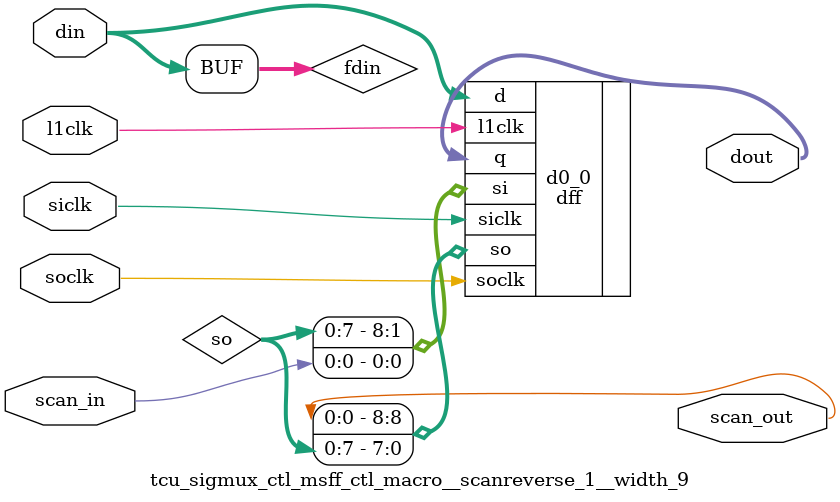
<source format=v>
module tcu_sigmux_ctl (
  mio_ext_cmp_clk, 
  mio_ext_dr_clk, 
  tcu_ccu_ext_dr_clk, 
  tcu_ccu_ext_cmp_clk, 
  tcu_ccu_clk_stop, 
  tcu_ccu_io_clk_stop, 
  tcu_rst_clk_stop, 
  tcu_rst_io_clk_stop, 
  mbist_clk_stop, 
  tck_clk_tree, 
  mio_tcu_peu_clk_ext, 
  tcu_peu_clk_ext, 
  mio_tcu_niu_clk_ext, 
  mac_125rx_test_clk, 
  mac_125tx_test_clk, 
  mac_156rx_test_clk, 
  mac_156tx_test_clk, 
  mac_312rx_test_clk, 
  mac_312tx_test_clk, 
  mio_tcu_pll_cmp_bypass, 
  mio_tcu_divider_bypass, 
  tcu_div_bypass, 
  cmp_io_sync_en, 
  io_cmp_sync_en, 
  cmp_dr_sync_en, 
  tcu_peu_testmode, 
  tcu_mac_testmode, 
  tcu_spc0_test_mode, 
  tcu_spc1_test_mode, 
  tcu_spc2_test_mode, 
  tcu_spc3_test_mode, 
  tcu_spc4_test_mode, 
  tcu_spc5_test_mode, 
  tcu_spc6_test_mode, 
  tcu_spc7_test_mode, 
  tcu_rst_scan_mode, 
  tcu_atpg_mode, 
  tcu_mcu_testmode, 
  io_aclk, 
  io_bclk, 
  l2clk, 
  io_tdi, 
  io_scan_in, 
  spc0_tcu_scan_in, 
  spc1_tcu_scan_in, 
  spc2_tcu_scan_in, 
  spc3_tcu_scan_in, 
  spc4_tcu_scan_in, 
  spc5_tcu_scan_in, 
  spc6_tcu_scan_in, 
  spc7_tcu_scan_in, 
  soca_tcu_scan_in, 
  socb_tcu_scan_in, 
  socc_tcu_scan_in, 
  socd_tcu_scan_in, 
  soce_tcu_scan_in, 
  socf_tcu_scan_in, 
  socg_tcu_scan_in, 
  soch_tcu_scan_in, 
  soc0_tcu_scan_in, 
  soc1_tcu_scan_in, 
  soc2_tcu_scan_in, 
  soc3_tcu_scan_in, 
  soc4_tcu_scan_in, 
  soc5_tcu_scan_in, 
  soc6_tcu_scan_in, 
  peu_tcu_scan_in, 
  ccu_tcu_scan_in, 
  jtag_sbs_scan_in, 
  mio_tcu_bs_scan_out, 
  io_test_mode, 
  jtag_ser_scan_q, 
  io_scan_en, 
  clk_stop_ac_trans_counter_initiated, 
  io_ac_test_mode, 
  io_ac_testtrig, 
  ac_test_mode, 
  debug_reg_hard_stop_domain_1st, 
  debug_cycle_counter_stop, 
  debug_event_stop, 
  spc_ss_mode, 
  spc_ss_sel, 
  instr_sstop_csmode, 
  tcu_scan_chain, 
  POR_, 
  jtag_clk_stop_req, 
  jtagclkstop_ov, 
  rst_tcu_flush_init_req, 
  rst_tcu_flush_stop_req, 
  rst_tcu_asicflush_stop_req, 
  rst_wmr_protect, 
  rst_tcu_dbr_gen, 
  tcu_rst_flush_init_ack, 
  tcu_rst_flush_stop_ack, 
  tcu_rst_asicflush_stop_ack, 
  tcu_rst_efu_done, 
  flush_test_protect, 
  tcu_test_protect_cmp, 
  jtag_sck_byp, 
  tcu_sck_bypass, 
  jtag_por_enable, 
  jtag_por_status, 
  jtag_efu_clear_instr, 
  jtag_efu_rvclr, 
  tcu_efu_read_start, 
  tcu_efu_rvclr, 
  jt_scan_in, 
  jt_scan_en, 
  jt_scan_aclk, 
  jt_scan_bclk, 
  ser_scan_out, 
  chain_select, 
  sel_chain, 
  tcu_spc_lbist_start, 
  tap_spc0_mb_aclk, 
  tap_spc0_mb_bclk, 
  tap_spc0_mb_scan_en, 
  tap_spc0_mb_clk_stop, 
  tap_spc1_mb_aclk, 
  tap_spc1_mb_bclk, 
  tap_spc1_mb_scan_en, 
  tap_spc1_mb_clk_stop, 
  tap_spc2_mb_aclk, 
  tap_spc2_mb_bclk, 
  tap_spc2_mb_scan_en, 
  tap_spc2_mb_clk_stop, 
  tap_spc3_mb_aclk, 
  tap_spc3_mb_bclk, 
  tap_spc3_mb_scan_en, 
  tap_spc3_mb_clk_stop, 
  tap_spc4_mb_aclk, 
  tap_spc4_mb_bclk, 
  tap_spc4_mb_scan_en, 
  tap_spc4_mb_clk_stop, 
  tap_spc5_mb_aclk, 
  tap_spc5_mb_bclk, 
  tap_spc5_mb_scan_en, 
  tap_spc5_mb_clk_stop, 
  tap_spc6_mb_aclk, 
  tap_spc6_mb_bclk, 
  tap_spc6_mb_scan_en, 
  tap_spc6_mb_clk_stop, 
  tap_spc7_mb_aclk, 
  tap_spc7_mb_bclk, 
  tap_spc7_mb_scan_en, 
  tap_spc7_mb_clk_stop, 
  scan_in, 
  scan_out, 
  tcu_dectest, 
  tcu_muxtest, 
  tcu_jtag_flush_req, 
  tcu_jtag_flush_dly_req, 
  tcu_aclk, 
  tcu_bclk, 
  tcu_scan_en, 
  jtag_mt_enable, 
  tcu_spc0_aclk, 
  tcu_spc0_bclk, 
  tcu_spc0_scan_en, 
  tcu_spc0_se_scancollar_in, 
  tcu_spc0_se_scancollar_out, 
  tcu_spc0_array_wr_inhibit, 
  tcu_spc1_aclk, 
  tcu_spc1_bclk, 
  tcu_spc1_scan_en, 
  tcu_spc1_se_scancollar_in, 
  tcu_spc1_se_scancollar_out, 
  tcu_spc1_array_wr_inhibit, 
  tcu_spc2_aclk, 
  tcu_spc2_bclk, 
  tcu_spc2_scan_en, 
  tcu_spc2_se_scancollar_in, 
  tcu_spc2_se_scancollar_out, 
  tcu_spc2_array_wr_inhibit, 
  tcu_spc3_aclk, 
  tcu_spc3_bclk, 
  tcu_spc3_scan_en, 
  tcu_spc3_se_scancollar_in, 
  tcu_spc3_se_scancollar_out, 
  tcu_spc3_array_wr_inhibit, 
  tcu_spc4_aclk, 
  tcu_spc4_bclk, 
  tcu_spc4_scan_en, 
  tcu_spc4_se_scancollar_in, 
  tcu_spc4_se_scancollar_out, 
  tcu_spc4_array_wr_inhibit, 
  tcu_spc5_aclk, 
  tcu_spc5_bclk, 
  tcu_spc5_scan_en, 
  tcu_spc5_se_scancollar_in, 
  tcu_spc5_se_scancollar_out, 
  tcu_spc5_array_wr_inhibit, 
  tcu_spc6_aclk, 
  tcu_spc6_bclk, 
  tcu_spc6_scan_en, 
  tcu_spc6_se_scancollar_in, 
  tcu_spc6_se_scancollar_out, 
  tcu_spc6_array_wr_inhibit, 
  tcu_spc7_aclk, 
  tcu_spc7_bclk, 
  tcu_spc7_scan_en, 
  tcu_spc7_se_scancollar_in, 
  tcu_spc7_se_scancollar_out, 
  tcu_spc7_array_wr_inhibit, 
  tcu_asic_aclk, 
  tcu_asic_bclk, 
  tcu_asic_scan_en, 
  tcu_asic_se_scancollar_in, 
  tcu_asic_se_scancollar_out, 
  tcu_asic_array_wr_inhibit, 
  tcu_int_se, 
  tcu_jtag_se, 
  tcu_int_aclk, 
  tcu_int_bclk, 
  tcu_int_ce, 
  tcu_int_ce_to_ucb, 
  tcu_int_pce_ov, 
  tcu_jtag_aclk, 
  tcu_spc0_scan_out, 
  tcu_spc1_scan_out, 
  tcu_spc2_scan_out, 
  tcu_spc3_scan_out, 
  tcu_spc4_scan_out, 
  tcu_spc5_scan_out, 
  tcu_spc6_scan_out, 
  tcu_spc7_scan_out, 
  tcu_soca_scan_out, 
  tcu_socb_scan_out, 
  tcu_socc_scan_out, 
  tcu_socd_scan_out, 
  tcu_soce_scan_out, 
  tcu_socf_scan_out, 
  tcu_socg_scan_out, 
  tcu_soch_scan_out, 
  tcu_soc0_scan_out, 
  tcu_soc1_scan_out, 
  tcu_soc2_scan_out, 
  tcu_soc3_scan_out, 
  tcu_soc4_scan_out, 
  tcu_soc5_scan_out, 
  tcu_soc6_scan_out, 
  tcu_peu_scan_out, 
  tcu_rst_scan_out, 
  tcu_sbs_scan_in, 
  tcu_pins_scan_out, 
  pre_spc0_clk_stop, 
  pre_spc1_clk_stop, 
  pre_spc2_clk_stop, 
  pre_spc3_clk_stop, 
  pre_spc4_clk_stop, 
  pre_spc5_clk_stop, 
  pre_spc6_clk_stop, 
  pre_spc7_clk_stop, 
  pre_bnk0_clk_stop, 
  pre_l2t0_clk_stop, 
  pre_bnk1_clk_stop, 
  pre_l2t1_clk_stop, 
  pre_bnk2_clk_stop, 
  pre_l2t2_clk_stop, 
  pre_bnk3_clk_stop, 
  pre_l2t3_clk_stop, 
  pre_bnk4_clk_stop, 
  pre_l2t4_clk_stop, 
  pre_bnk5_clk_stop, 
  pre_l2t5_clk_stop, 
  pre_bnk6_clk_stop, 
  pre_l2t6_clk_stop, 
  pre_bnk7_clk_stop, 
  pre_l2t7_clk_stop, 
  pre_mcu0_clk_stop, 
  pre_mcu0_io_clk_stop, 
  pre_mcu0_dr_clk_stop, 
  pre_mcu0_fbd_clk_stop, 
  pre_mcu1_clk_stop, 
  pre_mcu1_io_clk_stop, 
  pre_mcu1_dr_clk_stop, 
  pre_mcu1_fbd_clk_stop, 
  pre_mcu2_clk_stop, 
  pre_mcu2_io_clk_stop, 
  pre_mcu2_dr_clk_stop, 
  pre_mcu2_fbd_clk_stop, 
  pre_mcu3_clk_stop, 
  pre_mcu3_io_clk_stop, 
  pre_mcu3_dr_clk_stop, 
  pre_mcu3_fbd_clk_stop, 
  pre_soc0_clk_stop, 
  pre_soc0_io_clk_stop, 
  pre_soc1_io_clk_stop, 
  pre_soc2_io_clk_stop, 
  pre_soc3_clk_stop, 
  pre_soc3_io_clk_stop, 
  tcu_pce_ov, 
  ac_trans_test_counter_start, 
  spc0_tcu_mbist_scan_in, 
  tap_spc0_mb_scan_out, 
  tcu_spc0_mb_scan_out, 
  spc0_tap_mb_scan_in, 
  spc1_tcu_mbist_scan_in, 
  tap_spc1_mb_scan_out, 
  tcu_spc1_mb_scan_out, 
  spc1_tap_mb_scan_in, 
  spc2_tcu_mbist_scan_in, 
  tap_spc2_mb_scan_out, 
  tcu_spc2_mb_scan_out, 
  spc2_tap_mb_scan_in, 
  spc3_tcu_mbist_scan_in, 
  tap_spc3_mb_scan_out, 
  tcu_spc3_mb_scan_out, 
  spc3_tap_mb_scan_in, 
  spc4_tcu_mbist_scan_in, 
  tap_spc4_mb_scan_out, 
  tcu_spc4_mb_scan_out, 
  spc4_tap_mb_scan_in, 
  spc5_tcu_mbist_scan_in, 
  tap_spc5_mb_scan_out, 
  tcu_spc5_mb_scan_out, 
  spc5_tap_mb_scan_in, 
  spc6_tcu_mbist_scan_in, 
  tap_spc6_mb_scan_out, 
  tcu_spc6_mb_scan_out, 
  spc6_tap_mb_scan_in, 
  spc7_tcu_mbist_scan_in, 
  tap_spc7_mb_scan_out, 
  tcu_spc7_mb_scan_out, 
  spc7_tap_mb_scan_in, 
  tcu_sii_mbist_scan_in, 
  tcu_sio_mbist_scan_in, 
  tcu_ncu_mbist_scan_in, 
  tcu_mcu0_mbist_scan_in, 
  tcu_mcu1_mbist_scan_in, 
  tcu_mcu2_mbist_scan_in, 
  tcu_mcu3_mbist_scan_in, 
  tcu_l2b0_mbist_scan_in, 
  tcu_l2b1_mbist_scan_in, 
  tcu_l2b2_mbist_scan_in, 
  tcu_l2b3_mbist_scan_in, 
  tcu_l2b4_mbist_scan_in, 
  tcu_l2b5_mbist_scan_in, 
  tcu_l2b6_mbist_scan_in, 
  tcu_l2b7_mbist_scan_in, 
  tcu_l2t0_mbist_scan_in, 
  tcu_l2t1_mbist_scan_in, 
  tcu_l2t2_mbist_scan_in, 
  tcu_l2t3_mbist_scan_in, 
  tcu_l2t4_mbist_scan_in, 
  tcu_l2t5_mbist_scan_in, 
  tcu_l2t6_mbist_scan_in, 
  tcu_l2t7_mbist_scan_in, 
  tcu_dmu_mbist_scan_in, 
  tcu_peu_mbist_scan_in, 
  rdp_rdmc_mbist_scan_in, 
  rtx_mbist_scan_in, 
  tds_mbist_scan_in, 
  sii_tcu_mbist_scan_out, 
  sio_tcu_mbist_scan_out, 
  ncu_tcu_mbist_scan_out, 
  mcu0_tcu_mbist_scan_out, 
  mcu1_tcu_mbist_scan_out, 
  mcu2_tcu_mbist_scan_out, 
  mcu3_tcu_mbist_scan_out, 
  l2b0_tcu_mbist_scan_out, 
  l2b1_tcu_mbist_scan_out, 
  l2b2_tcu_mbist_scan_out, 
  l2b3_tcu_mbist_scan_out, 
  l2b4_tcu_mbist_scan_out, 
  l2b5_tcu_mbist_scan_out, 
  l2b6_tcu_mbist_scan_out, 
  l2b7_tcu_mbist_scan_out, 
  l2t0_tcu_mbist_scan_out, 
  l2t1_tcu_mbist_scan_out, 
  l2t2_tcu_mbist_scan_out, 
  l2t3_tcu_mbist_scan_out, 
  l2t4_tcu_mbist_scan_out, 
  l2t5_tcu_mbist_scan_out, 
  l2t6_tcu_mbist_scan_out, 
  l2t7_tcu_mbist_scan_out, 
  dmu_tcu_mbist_scan_out, 
  peu_tcu_mbist_scan_out, 
  rdp_rdmc_mbist_scan_out, 
  rtx_mbist_scan_out, 
  tds_mbist_scan_out, 
  spc0_tcu_lbist_scan_out, 
  spc1_tcu_lbist_scan_out, 
  spc2_tcu_lbist_scan_out, 
  spc3_tcu_lbist_scan_out, 
  spc4_tcu_lbist_scan_out, 
  spc5_tcu_lbist_scan_out, 
  spc6_tcu_lbist_scan_out, 
  spc7_tcu_lbist_scan_out, 
  tcu_spc_lbist_scan_in, 
  spc0_tcu_shscan_scan_in, 
  spc1_tcu_shscan_scan_in, 
  spc2_tcu_shscan_scan_in, 
  spc3_tcu_shscan_scan_in, 
  spc4_tcu_shscan_scan_in, 
  spc5_tcu_shscan_scan_in, 
  spc6_tcu_shscan_scan_in, 
  spc7_tcu_shscan_scan_in, 
  tcu_spc0_shscan_scan_out, 
  tcu_spc1_shscan_scan_out, 
  tcu_spc2_shscan_scan_out, 
  tcu_spc3_shscan_scan_out, 
  tcu_spc4_shscan_scan_out, 
  tcu_spc5_shscan_scan_out, 
  tcu_spc6_shscan_scan_out, 
  tcu_spc7_shscan_scan_out, 
  tap_spc0_shscan_scan_out, 
  spc7_tap_shscan_scan_in, 
  jtag_spc_shscanid, 
  tcu_spc_shscanid, 
  jtag_spc0_shscan_clk_stop, 
  jtag_spc1_shscan_clk_stop, 
  jtag_spc2_shscan_clk_stop, 
  jtag_spc3_shscan_clk_stop, 
  jtag_spc4_shscan_clk_stop, 
  jtag_spc5_shscan_clk_stop, 
  jtag_spc6_shscan_clk_stop, 
  jtag_spc7_shscan_clk_stop, 
  tcu_spc0_shscan_clk_stop, 
  tcu_spc1_shscan_clk_stop, 
  tcu_spc2_shscan_clk_stop, 
  tcu_spc3_shscan_clk_stop, 
  tcu_spc4_shscan_clk_stop, 
  tcu_spc5_shscan_clk_stop, 
  tcu_spc6_shscan_clk_stop, 
  tcu_spc7_shscan_clk_stop, 
  jtag_spc_shscan_pce_ov, 
  tcu_spc_shscan_pce_ov, 
  jtag_l2t0_shscan_clk_stop, 
  jtag_l2t1_shscan_clk_stop, 
  jtag_l2t2_shscan_clk_stop, 
  jtag_l2t3_shscan_clk_stop, 
  jtag_l2t4_shscan_clk_stop, 
  jtag_l2t5_shscan_clk_stop, 
  jtag_l2t6_shscan_clk_stop, 
  jtag_l2t7_shscan_clk_stop, 
  jtag_l2t_shscan_pce_ov, 
  tcu_l2t0_shscan_clk_stop, 
  tcu_l2t1_shscan_clk_stop, 
  tcu_l2t2_shscan_clk_stop, 
  tcu_l2t3_shscan_clk_stop, 
  tcu_l2t4_shscan_clk_stop, 
  tcu_l2t5_shscan_clk_stop, 
  tcu_l2t6_shscan_clk_stop, 
  tcu_l2t7_shscan_clk_stop, 
  tcu_l2t_shscan_pce_ov, 
  core_avail, 
  ncu_spc0_core_enable_status, 
  ncu_spc1_core_enable_status, 
  ncu_spc2_core_enable_status, 
  ncu_spc3_core_enable_status, 
  ncu_spc4_core_enable_status, 
  ncu_spc5_core_enable_status, 
  ncu_spc6_core_enable_status, 
  ncu_spc7_core_enable_status, 
  bank_avail, 
  ncu_spc_pm, 
  ncu_spc_ba01, 
  ncu_spc_ba23, 
  ncu_spc_ba45, 
  ncu_spc_ba67, 
  tcu_se_scancollar_in, 
  tcu_se_scancollar_out, 
  tcu_array_bypass, 
  tcu_array_wr_inhibit, 
  jtag_upd_cntdly, 
  jtag_cntdly_data, 
  csdel_data, 
  clkseq_stop, 
  clkseq_strt, 
  cycle_stretch, 
  tcu_ccu_clk_stretch, 
  tcu_ccu_mux_sel, 
  wmr_two, 
  start_bisx_por, 
  start_bisx_wmr, 
  stop_bisx_wmr, 
  instr_mbist_diag, 
  soc_mbist_aclk, 
  soc_mbist_bclk, 
  soc_mbist_scan_en, 
  soc0_mbist_clk_stop, 
  mcu0_mbist_clk_stop, 
  mcu1_mbist_clk_stop, 
  mcu2_mbist_clk_stop, 
  mcu3_mbist_clk_stop, 
  l2b0_mbist_clk_stop, 
  l2b1_mbist_clk_stop, 
  l2b2_mbist_clk_stop, 
  l2b3_mbist_clk_stop, 
  l2b4_mbist_clk_stop, 
  l2b5_mbist_clk_stop, 
  l2b6_mbist_clk_stop, 
  l2b7_mbist_clk_stop, 
  l2t0_mbist_clk_stop, 
  l2t1_mbist_clk_stop, 
  l2t2_mbist_clk_stop, 
  l2t3_mbist_clk_stop, 
  l2t4_mbist_clk_stop, 
  l2t5_mbist_clk_stop, 
  l2t6_mbist_clk_stop, 
  l2t7_mbist_clk_stop, 
  dmu_mbist_clk_stop, 
  peu_mbist_clk_stop, 
  rdp_mbist_clk_stop, 
  rtx_mbist_clk_stop, 
  tds_mbist_clk_stop, 
  tcu_srd_atpgse, 
  tcu_srd_atpgd, 
  tcu_mio_scan_out31, 
  tcu_srd_atpgmode, 
  mio_tcu_scan_in31, 
  srd_tcu_atpgq, 
  l2t0_tcu_shscan_scan_out, 
  l2t1_tcu_shscan_scan_out, 
  l2t2_tcu_shscan_scan_out, 
  l2t3_tcu_shscan_scan_out, 
  l2t4_tcu_shscan_scan_out, 
  l2t5_tcu_shscan_scan_out, 
  l2t6_tcu_shscan_scan_out, 
  l2t7_tcu_shscan_scan_out, 
  tcu_l2t0_shscan_scan_in, 
  tcu_l2t1_shscan_scan_in, 
  tcu_l2t2_shscan_scan_in, 
  tcu_l2t3_shscan_scan_in, 
  tcu_l2t4_shscan_scan_in, 
  tcu_l2t5_shscan_scan_in, 
  tcu_l2t6_shscan_scan_in, 
  tcu_l2t7_shscan_scan_in, 
  ucb_csr_wr, 
  ucb_csr_addr, 
  ucb_data_out);
wire l1en;
wire pce_ov;
wire stop;
wire se;
wire siclk;
wire soclk;
wire l1clk;
wire ucb_csr_wr_sync_reg_scanin;
wire ucb_csr_wr_sync_reg_scanout;
wire io_cmp_sync_en_local;
wire ucb_csr_wr_sync;
wire ucb_sel_clkstp_delay;
wire ucb_wr_clkstp_delay;
wire por_one;
wire int_flush_d6;
wire ac_tt_trigger_fr;
wire test_mode_block;
wire test_mode_gated;
wire pin_aclk;
wire pin_bclk;
wire pin_scan_en;
wire jt_scan_spc0;
wire jt_scan_spc1;
wire jt_scan_spc2;
wire jt_scan_spc3;
wire jt_scan_spc4;
wire jt_scan_spc5;
wire jt_scan_spc6;
wire jt_scan_spc7;
wire por_two;
wire jt_scan_mtmode;
wire pll_bypass;
wire spc0_stopped;
wire spc1_stopped;
wire spc2_stopped;
wire spc3_stopped;
wire spc4_stopped;
wire spc5_stopped;
wire spc6_stopped;
wire spc7_stopped;
wire bnk0_stopped;
wire l2t0_stopped;
wire bnk1_stopped;
wire l2t1_stopped;
wire bnk2_stopped;
wire l2t2_stopped;
wire bnk3_stopped;
wire l2t3_stopped;
wire bnk4_stopped;
wire l2t4_stopped;
wire bnk5_stopped;
wire l2t5_stopped;
wire bnk6_stopped;
wire l2t6_stopped;
wire bnk7_stopped;
wire l2t7_stopped;
wire mcu0_stopped_tt;
wire mcu1_stopped_tt;
wire mcu2_stopped_tt;
wire mcu3_stopped_tt;
wire soc0_stopped_tt;
wire soc1_stopped_tt;
wire soc2_stopped_tt;
wire soc3_stopped_tt;
wire tt_cmp_mode;
wire tt_io_clk;
wire tt_io_mode;
wire tt_dr_mode;
wire [1:0] pre_tcu_spc0_scan_out;
wire [1:0] pre_tcu_spc1_scan_out;
wire [1:0] pre_tcu_spc2_scan_out;
wire [1:0] pre_tcu_spc3_scan_out;
wire [1:0] pre_tcu_spc4_scan_out;
wire [1:0] pre_tcu_spc5_scan_out;
wire [1:0] pre_tcu_spc6_scan_out;
wire [1:0] pre_tcu_spc7_scan_out;
wire pre_tcu_soca_scan_out;
wire pre_tcu_socb_scan_out;
wire pre_tcu_socc_scan_out;
wire pre_tcu_socd_scan_out;
wire pre_tcu_soce_scan_out;
wire pre_tcu_socf_scan_out;
wire pre_tcu_socg_scan_out;
wire pre_tcu_soch_scan_out;
wire pre_tcu_soc0_scan_out;
wire pre_tcu_soc1_scan_out;
wire pre_tcu_soc2_scan_out;
wire pre_tcu_soc3_scan_out;
wire pre_tcu_soc4_scan_out;
wire pre_tcu_soc5_scan_out;
wire pre_tcu_soc6_scan_out;
wire jt_scan;
wire miobscan_or_peu_scan;
wire tcu_int_nfse;
wire tcu_int_nfce;
wire nf_l1clk;
wire rst_flush_req;
wire flush_tcu;
wire rst_tcu_flush_init_req_hold;
wire rst_tcu_flush_stop_req_hold;
wire fr_l1clk;
wire ok_to_flush;
wire cntstop_equal_max_q;
wire flush_q0;
wire flush;
wire tcusig_foncnt_nf_reg_scanin;
wire tcusig_foncnt_nf_reg_scanout;
wire tcu_int_nfaclk;
wire tcu_int_nfbclk;
wire clear_flush_on_counter;
wire [6:0] flush_oncnt_din;
wire [6:0] flush_oncnt;
wire flush_on_24;
wire flush_on_48;
wire flush_on_72;
wire flush_on_96;
wire tcusig_foffcnt_nf_reg_scanin;
wire tcusig_foffcnt_nf_reg_scanout;
wire clear_flush_off_counter;
wire [6:0] flush_offcnt_din;
wire [6:0] flush_offcnt;
wire flush_off_24;
wire flush_off_48;
wire flush_off_72;
wire flush_off_96;
wire tcusig_fq24_nf_reg_scanin;
wire tcusig_fq24_nf_reg_scanout;
wire enable_flush_q24_delay;
wire flush_q24;
wire tcusig_fq48_nf_reg_scanin;
wire tcusig_fq48_nf_reg_scanout;
wire enable_flush_q48_delay;
wire flush_q48;
wire tcusig_fq72_nf_reg_scanin;
wire tcusig_fq72_nf_reg_scanout;
wire enable_flush_q72_delay;
wire flush_q72;
wire tcusig_fq96_nf_reg_scanin;
wire tcusig_fq96_nf_reg_scanout;
wire enable_flush_q96_delay;
wire flush_q96;
wire flush_off;
wire flush_go;
wire flush_start;
wire tcusig_cstopq48_nf_reg_scanin;
wire tcusig_cstopq48_nf_reg_scanout;
wire enable_cstop_q48_delay;
wire clk_stop_loops_all_off;
wire clk_stop_loops_all_off_q48;
wire clk_stop_loops_all_off_q128;
wire tcusig_flushdly_reg_scanin;
wire tcusig_flushdly_reg_scanout;
wire cntstart;
wire clk_stop_loops_all_on;
wire cntstop_equal_max;
wire tcusig_fireq_reg_scanin;
wire tcusig_fireq_reg_scanout;
wire fireq;
wire tcusig_fsreq_reg_scanin;
wire tcusig_fsreq_reg_scanout;
wire int_flush_d12;
wire tcusig_rstsm_nf_reg_scanin;
wire tcusig_rstsm_nf_reg_scanout;
wire [1:0] rst_sm_new;
wire [1:0] rst_sm_dout;
wire [1:0] rst_sm;
wire wmr_one;
wire tcusig_fiack_reg_scanin;
wire tcusig_fiack_reg_scanout;
wire tcu_rst_flush_init_ack_int;
wire tcu_rst_flush_init_ack_pre;
wire flush_clk_stop_active;
wire tcusig_tcuf_nf_reg_scanin;
wire tcusig_tcuf_nf_reg_scanout;
wire flush_tcu_req;
wire flush_tcu_req_hld;
wire tcusig_tcuasicf_nf_reg_scanin;
wire tcusig_tcuasicf_nf_reg_scanout;
wire asicflush_tcu;
wire asicflush_tcu_req;
wire asicflush_tcu_req_hld;
wire tcusig_intflush_nf_reg_scanin;
wire tcusig_intflush_nf_reg_scanout;
wire int_flush;
wire int_flush_d;
wire int_flush_d2;
wire int_flush_d3;
wire int_flush_d4;
wire int_flush_d5;
wire int_flush_d7;
wire int_flush_d8;
wire int_flush_d9;
wire int_flush_d10;
wire int_flush_d11;
wire tcusig_efctl_reg_scanin;
wire tcusig_efctl_reg_scanout;
wire efctl_clear;
wire [5:0] efctl_din;
wire [5:0] efctl_dout;
wire efu_clr_ok;
wire efctl_hold;
wire tcusig_efcnt_reg_scanin;
wire tcusig_efcnt_reg_scanout;
wire efcnt_clear;
wire [14:0] efcnt_din;
wire [14:0] efcnt_dout;
wire efcnt_pre_hold;
wire efcnt_hold;
wire jtag_efu_clear_instr_sync;
wire efu_done_int;
wire jtag_por_active;
wire strt_cnt_clr_;
wire hard_stop_via_reg_din;
wire clock_stop_active;
wire hard_stop_via_reg;
wire coreavail_clk_stop_active;
wire jtag_clk_stop_active;
wire debug_stop_req;
wire stop_req;
wire jtmb_clk_stop;
wire tcusig_clkstopviareg_reg_scanin;
wire tcusig_clkstopviareg_reg_scanout;
wire clk_stop_loops_off;
wire tcusig_jtagclkstop_reg_scanin;
wire tcusig_jtagclkstop_reg_scanout;
wire jtag_clk_stop_clear_;
wire jtag_clk_stop;
wire tcusig_flushclkstop_reg_scanin;
wire tcusig_flushclkstop_reg_scanout;
wire flush_clk_stop_in;
wire flush_clk_stop_active_l;
wire flush_clk_stop;
wire flush_clear_;
wire tcusig_warmrp_reg_scanin;
wire tcusig_warmrp_reg_scanout;
wire rst_wmr_protect_d;
wire rst_wmr_protect_d2;
wire rst_wmr_protect_sync;
wire tcusig_coreavailclkstop_reg_scanin;
wire tcusig_coreavailclkstop_reg_scanout;
wire coreavail_clear;
wire coreavail_clk_stop;
wire coreavail_clk_stop_active_dout;
wire core_avail_qualified;
wire [7:0] core_avail_pre_hold;
wire [7:0] bank_avail_pre_hold;
wire [7:0] core_avail_pre_hold_l;
wire [7:0] bank_avail_pre_hold_l;
wire tcusig_ca_reg_scanin;
wire tcusig_ca_reg_scanout;
wire ca_enable;
wire [7:0] bank_avail_hold_l;
wire [7:0] core_avail_hold_l;
wire [7:0] core_avail_hold;
wire [7:0] bank_avail_hold;
wire ca_hold;
wire all_cores_available;
wire [7:0] spc_avail;
wire [7:0] l2bnk_avail;
wire ces_enable;
wire tcusig_coreavailclear_reg_scanin;
wire tcusig_coreavailclear_reg_scanout;
wire mcu3_clk_stop_loop;
wire coreavail_clear_dout;
wire tcusig_enstat_reg_scanin;
wire tcusig_enstat_reg_scanout;
wire enstat_en;
wire ncu_spc7_core_enable_status_io;
wire ncu_spc6_core_enable_status_io;
wire ncu_spc5_core_enable_status_io;
wire ncu_spc4_core_enable_status_io;
wire ncu_spc3_core_enable_status_io;
wire ncu_spc2_core_enable_status_io;
wire ncu_spc1_core_enable_status_io;
wire ncu_spc0_core_enable_status_io;
wire ncu_spc_pm_io;
wire ncu_spc_ba67_io;
wire ncu_spc_ba45_io;
wire ncu_spc_ba23_io;
wire ncu_spc_ba01_io;
wire ncu_ba67;
wire ncu_ba45;
wire ncu_ba23;
wire ncu_ba01;
wire [11:0] core_en_status;
wire core_enstat_qual_l;
wire core_enstat_qual;
wire tcusig_cesq_reg_scanin;
wire tcusig_cesq_reg_scanout;
wire core_enstat_qual_dly;
wire [11:0] core_en_status_pre_hold;
wire tcusig_ces_reg_scanin;
wire tcusig_ces_reg_scanout;
wire [11:0] core_en_status_hold_l;
wire [11:0] core_en_status_hold;
wire mcu3_avail_hold;
wire mcu2_avail_hold;
wire mcu1_avail_hold;
wire mcu0_avail_hold;
wire clk_stop_seq_scanin;
wire clk_stop_seq_scanout;
wire cntstop;
wire [6:0] cntstop_dout;
wire [6:0] cntdly_dout;
wire cntstart_equal_max;
wire [6:0] cntstart_dout;
wire [6:0] cntstop_din;
wire [6:0] cntstart_din;
wire tcusig_cntdly_reg_scanin;
wire tcusig_cntdly_reg_scanout;
wire [6:0] cntdly_din_l;
wire [6:0] cntdly_dout_l;
wire [6:0] cntdly_din;
wire jtag_upd_cntdly_sync;
wire tcusig_cntstop_reg_scanin;
wire tcusig_cntstop_reg_scanout;
wire stop_cnt_en;
wire tcusig_cntstart_reg_scanin;
wire tcusig_cntstart_reg_scanout;
wire strt_cnt_en;
wire tcusig_ssmode_reg_scanin;
wire tcusig_ssmode_reg_scanout;
wire ssmode_en;
wire ss_req;
wire ss_mode;
wire core_sel_reg_nonzero;
wire instr_sstop_csmode_sync;
wire tcusig_sssel_reg_scanin;
wire tcusig_sssel_reg_scanout;
wire sssel_en;
wire [7:0] spc_ss_sel_d;
wire [7:0] spc_ss_sel_qual;
wire spc0_clk_stop_cavail;
wire spc0_clk_stop_loop;
wire spc0_clk_stop_prepresync;
wire spc0_clk_stop_presync;
wire spc0_clk_stop_sync;
wire spc1_clk_stop_cavail;
wire spc1_clk_stop_loop;
wire spc1_clk_stop_prepresync;
wire spc1_clk_stop_presync;
wire spc1_clk_stop_sync;
wire spc2_clk_stop_cavail;
wire spc2_clk_stop_loop;
wire spc2_clk_stop_prepresync;
wire spc2_clk_stop_presync;
wire spc2_clk_stop_sync;
wire spc3_clk_stop_cavail;
wire spc3_clk_stop_loop;
wire spc3_clk_stop_prepresync;
wire spc3_clk_stop_presync;
wire spc3_clk_stop_sync;
wire spc4_clk_stop_cavail;
wire spc4_clk_stop_loop;
wire spc4_clk_stop_prepresync;
wire spc4_clk_stop_presync;
wire spc4_clk_stop_sync;
wire spc5_clk_stop_cavail;
wire spc5_clk_stop_loop;
wire spc5_clk_stop_prepresync;
wire spc5_clk_stop_presync;
wire spc5_clk_stop_sync;
wire spc6_clk_stop_cavail;
wire spc6_clk_stop_loop;
wire spc6_clk_stop_prepresync;
wire spc6_clk_stop_presync;
wire spc6_clk_stop_sync;
wire spc7_clk_stop_cavail;
wire spc7_clk_stop_loop;
wire spc7_clk_stop_prepresync;
wire spc7_clk_stop_presync;
wire spc7_clk_stop_sync;
wire bnk0_clk_stop_cavail;
wire bnk0_clk_stop_loop;
wire bnk0_clk_stop_prepresync;
wire bnk0_clk_stop_presync;
wire bnk0_clk_stop_sync;
wire l2t0_clk_stop_prepresync;
wire l2t0_clk_stop_presync;
wire l2t0_clk_stop_sync;
wire bnk1_clk_stop_cavail;
wire bnk1_clk_stop_loop;
wire bnk1_clk_stop_prepresync;
wire bnk1_clk_stop_presync;
wire bnk1_clk_stop_sync;
wire l2t1_clk_stop_prepresync;
wire l2t1_clk_stop_presync;
wire l2t1_clk_stop_sync;
wire bnk2_clk_stop_cavail;
wire bnk2_clk_stop_loop;
wire bnk2_clk_stop_prepresync;
wire bnk2_clk_stop_presync;
wire bnk2_clk_stop_sync;
wire l2t2_clk_stop_prepresync;
wire l2t2_clk_stop_presync;
wire l2t2_clk_stop_sync;
wire bnk3_clk_stop_cavail;
wire bnk3_clk_stop_loop;
wire bnk3_clk_stop_prepresync;
wire bnk3_clk_stop_presync;
wire bnk3_clk_stop_sync;
wire l2t3_clk_stop_prepresync;
wire l2t3_clk_stop_presync;
wire l2t3_clk_stop_sync;
wire bnk4_clk_stop_cavail;
wire bnk4_clk_stop_loop;
wire bnk4_clk_stop_prepresync;
wire bnk4_clk_stop_presync;
wire bnk4_clk_stop_sync;
wire l2t4_clk_stop_prepresync;
wire l2t4_clk_stop_presync;
wire l2t4_clk_stop_sync;
wire bnk5_clk_stop_cavail;
wire bnk5_clk_stop_loop;
wire bnk5_clk_stop_prepresync;
wire bnk5_clk_stop_presync;
wire bnk5_clk_stop_sync;
wire l2t5_clk_stop_prepresync;
wire l2t5_clk_stop_presync;
wire l2t5_clk_stop_sync;
wire bnk6_clk_stop_cavail;
wire bnk6_clk_stop_loop;
wire bnk6_clk_stop_prepresync;
wire bnk6_clk_stop_presync;
wire bnk6_clk_stop_sync;
wire l2t6_clk_stop_prepresync;
wire l2t6_clk_stop_presync;
wire l2t6_clk_stop_sync;
wire bnk7_clk_stop_cavail;
wire bnk7_clk_stop_loop;
wire bnk7_clk_stop_prepresync;
wire bnk7_clk_stop_presync;
wire bnk7_clk_stop_sync;
wire l2t7_clk_stop_prepresync;
wire l2t7_clk_stop_presync;
wire l2t7_clk_stop_sync;
wire mcu0_clk_stop_cavail;
wire mcu0_clk_stop_loop;
wire mcu0_clk_stop_prepresync;
wire mcu0_clk_stop_presync;
wire mcu0_clk_stop_sync;
wire mcu1_clk_stop_cavail;
wire mcu1_clk_stop_loop;
wire mcu1_clk_stop_prepresync;
wire mcu1_clk_stop_presync;
wire mcu1_clk_stop_sync;
wire mcu2_clk_stop_cavail;
wire mcu2_clk_stop_loop;
wire mcu2_clk_stop_prepresync;
wire mcu2_clk_stop_presync;
wire mcu2_clk_stop_sync;
wire mcu3_clk_stop_cavail;
wire mcu3_clk_stop_prepresync;
wire mcu3_clk_stop_presync;
wire mcu3_clk_stop_sync;
wire soc0_clk_stop_presync;
wire soc0_clk_stop_sync;
wire soc0_clk_stop_loop;
wire soc1_clk_stop_presync;
wire soc1_clk_stop_sync;
wire soc1_clk_stop_loop;
wire soc2_clk_stop_presync;
wire soc2_clk_stop_sync;
wire soc2_clk_stop_loop;
wire soc3_clk_stop_presync;
wire soc3_clk_stop_sync;
wire soc3_clk_stop_loop;
wire io_ac_tt_trigger;
wire tt_hold;
wire ac_tt_trigger;
wire sync_ff_ac_tt_trigger_fr_scanout_unused;
wire sync_ff_ac_tt_trigger_scanin;
wire sync_ff_ac_tt_trigger_scanout;
wire ac_tt_trigger_fr_sync_unused;
wire spc0_clk_stop;
wire spc0_clk_stop_q;
wire spc1_clk_stop;
wire spc1_clk_stop_q;
wire spc2_clk_stop;
wire spc2_clk_stop_q;
wire spc3_clk_stop;
wire spc3_clk_stop_q;
wire spc4_clk_stop;
wire spc4_clk_stop_q;
wire spc5_clk_stop;
wire spc5_clk_stop_q;
wire spc6_clk_stop;
wire spc6_clk_stop_q;
wire spc7_clk_stop;
wire spc7_clk_stop_q;
wire bnk0_clk_stop;
wire bnk0_clk_stop_q;
wire l2t0_clk_stop;
wire bnk1_clk_stop;
wire bnk1_clk_stop_q;
wire l2t1_clk_stop;
wire bnk2_clk_stop;
wire bnk2_clk_stop_q;
wire l2t2_clk_stop;
wire bnk3_clk_stop;
wire bnk3_clk_stop_q;
wire l2t3_clk_stop;
wire bnk4_clk_stop;
wire bnk4_clk_stop_q;
wire l2t4_clk_stop;
wire bnk5_clk_stop;
wire bnk5_clk_stop_q;
wire l2t5_clk_stop;
wire bnk6_clk_stop;
wire bnk6_clk_stop_q;
wire l2t6_clk_stop;
wire bnk7_clk_stop;
wire bnk7_clk_stop_q;
wire l2t7_clk_stop;
wire mcu0_clk_stop;
wire mcu0_clk_stop_q;
wire mcu1_clk_stop;
wire mcu1_clk_stop_q;
wire mcu2_clk_stop;
wire mcu2_clk_stop_q;
wire mcu3_clk_stop;
wire mcu3_clk_stop_q;
wire sync_ff_clk_stop_spc0_0_scanin;
wire sync_ff_clk_stop_spc0_0_scanout;
wire spc0_clk_stop_sync_l;
wire sync_ff_clk_stop_spc0_1_scanin;
wire sync_ff_clk_stop_spc0_1_scanout;
wire spc0_stopped_l;
wire sync_ff_clk_stop_spc1_0_scanin;
wire sync_ff_clk_stop_spc1_0_scanout;
wire spc1_clk_stop_sync_l;
wire sync_ff_clk_stop_spc1_1_scanin;
wire sync_ff_clk_stop_spc1_1_scanout;
wire spc1_stopped_l;
wire sync_ff_clk_stop_spc2_0_scanin;
wire sync_ff_clk_stop_spc2_0_scanout;
wire spc2_clk_stop_sync_l;
wire sync_ff_clk_stop_spc2_1_scanin;
wire sync_ff_clk_stop_spc2_1_scanout;
wire spc2_stopped_l;
wire sync_ff_clk_stop_spc3_0_scanin;
wire sync_ff_clk_stop_spc3_0_scanout;
wire spc3_clk_stop_sync_l;
wire sync_ff_clk_stop_spc3_1_scanin;
wire sync_ff_clk_stop_spc3_1_scanout;
wire spc3_stopped_l;
wire sync_ff_clk_stop_spc4_0_scanin;
wire sync_ff_clk_stop_spc4_0_scanout;
wire spc4_clk_stop_sync_l;
wire sync_ff_clk_stop_spc4_1_scanin;
wire sync_ff_clk_stop_spc4_1_scanout;
wire spc4_stopped_l;
wire sync_ff_clk_stop_spc5_0_scanin;
wire sync_ff_clk_stop_spc5_0_scanout;
wire spc5_clk_stop_sync_l;
wire sync_ff_clk_stop_spc5_1_scanin;
wire sync_ff_clk_stop_spc5_1_scanout;
wire spc5_stopped_l;
wire sync_ff_clk_stop_spc6_0_scanin;
wire sync_ff_clk_stop_spc6_0_scanout;
wire spc6_clk_stop_sync_l;
wire sync_ff_clk_stop_spc6_1_scanin;
wire sync_ff_clk_stop_spc6_1_scanout;
wire spc6_stopped_l;
wire sync_ff_clk_stop_spc7_0_scanin;
wire sync_ff_clk_stop_spc7_0_scanout;
wire spc7_clk_stop_sync_l;
wire sync_ff_clk_stop_spc7_1_scanin;
wire sync_ff_clk_stop_spc7_1_scanout;
wire spc7_stopped_l;
wire sync_ff_clk_stop_bnk0_0_scanin;
wire sync_ff_clk_stop_bnk0_0_scanout;
wire bnk0_clk_stop_sync_l;
wire sync_ff_clk_stop_bnk0_1_scanin;
wire sync_ff_clk_stop_bnk0_1_scanout;
wire bnk0_stopped_l;
wire sync_ff_clk_stop_l2t0_0_scanin;
wire sync_ff_clk_stop_l2t0_0_scanout;
wire l2t0_clk_stop_sync_l;
wire sync_ff_clk_stop_l2t0_1_scanin;
wire sync_ff_clk_stop_l2t0_1_scanout;
wire l2t0_stopped_l;
wire sync_ff_clk_stop_bnk1_0_scanin;
wire sync_ff_clk_stop_bnk1_0_scanout;
wire bnk1_clk_stop_sync_l;
wire sync_ff_clk_stop_bnk1_1_scanin;
wire sync_ff_clk_stop_bnk1_1_scanout;
wire bnk1_stopped_l;
wire sync_ff_clk_stop_l2t1_0_scanin;
wire sync_ff_clk_stop_l2t1_0_scanout;
wire l2t1_clk_stop_sync_l;
wire sync_ff_clk_stop_l2t1_1_scanin;
wire sync_ff_clk_stop_l2t1_1_scanout;
wire l2t1_stopped_l;
wire sync_ff_clk_stop_bnk2_0_scanin;
wire sync_ff_clk_stop_bnk2_0_scanout;
wire bnk2_clk_stop_sync_l;
wire sync_ff_clk_stop_bnk2_1_scanin;
wire sync_ff_clk_stop_bnk2_1_scanout;
wire bnk2_stopped_l;
wire sync_ff_clk_stop_l2t2_0_scanin;
wire sync_ff_clk_stop_l2t2_0_scanout;
wire l2t2_clk_stop_sync_l;
wire sync_ff_clk_stop_l2t2_1_scanin;
wire sync_ff_clk_stop_l2t2_1_scanout;
wire l2t2_stopped_l;
wire sync_ff_clk_stop_bnk3_0_scanin;
wire sync_ff_clk_stop_bnk3_0_scanout;
wire bnk3_clk_stop_sync_l;
wire sync_ff_clk_stop_bnk3_1_scanin;
wire sync_ff_clk_stop_bnk3_1_scanout;
wire bnk3_stopped_l;
wire sync_ff_clk_stop_l2t3_0_scanin;
wire sync_ff_clk_stop_l2t3_0_scanout;
wire l2t3_clk_stop_sync_l;
wire sync_ff_clk_stop_l2t3_1_scanin;
wire sync_ff_clk_stop_l2t3_1_scanout;
wire l2t3_stopped_l;
wire sync_ff_clk_stop_bnk4_0_scanin;
wire sync_ff_clk_stop_bnk4_0_scanout;
wire bnk4_clk_stop_sync_l;
wire sync_ff_clk_stop_bnk4_1_scanin;
wire sync_ff_clk_stop_bnk4_1_scanout;
wire bnk4_stopped_l;
wire sync_ff_clk_stop_l2t4_0_scanin;
wire sync_ff_clk_stop_l2t4_0_scanout;
wire l2t4_clk_stop_sync_l;
wire sync_ff_clk_stop_l2t4_1_scanin;
wire sync_ff_clk_stop_l2t4_1_scanout;
wire l2t4_stopped_l;
wire sync_ff_clk_stop_bnk5_0_scanin;
wire sync_ff_clk_stop_bnk5_0_scanout;
wire bnk5_clk_stop_sync_l;
wire sync_ff_clk_stop_bnk5_1_scanin;
wire sync_ff_clk_stop_bnk5_1_scanout;
wire bnk5_stopped_l;
wire sync_ff_clk_stop_l2t5_0_scanin;
wire sync_ff_clk_stop_l2t5_0_scanout;
wire l2t5_clk_stop_sync_l;
wire sync_ff_clk_stop_l2t5_1_scanin;
wire sync_ff_clk_stop_l2t5_1_scanout;
wire l2t5_stopped_l;
wire sync_ff_clk_stop_bnk6_0_scanin;
wire sync_ff_clk_stop_bnk6_0_scanout;
wire bnk6_clk_stop_sync_l;
wire sync_ff_clk_stop_bnk6_1_scanin;
wire sync_ff_clk_stop_bnk6_1_scanout;
wire bnk6_stopped_l;
wire sync_ff_clk_stop_l2t6_0_scanin;
wire sync_ff_clk_stop_l2t6_0_scanout;
wire l2t6_clk_stop_sync_l;
wire sync_ff_clk_stop_l2t6_1_scanin;
wire sync_ff_clk_stop_l2t6_1_scanout;
wire l2t6_stopped_l;
wire sync_ff_clk_stop_bnk7_0_scanin;
wire sync_ff_clk_stop_bnk7_0_scanout;
wire bnk7_clk_stop_sync_l;
wire sync_ff_clk_stop_bnk7_1_scanin;
wire sync_ff_clk_stop_bnk7_1_scanout;
wire bnk7_stopped_l;
wire sync_ff_clk_stop_l2t7_0_scanin;
wire sync_ff_clk_stop_l2t7_0_scanout;
wire l2t7_clk_stop_sync_l;
wire sync_ff_clk_stop_l2t7_1_scanin;
wire sync_ff_clk_stop_l2t7_1_scanout;
wire l2t7_stopped_l;
wire sync_ff_clk_stop_mcu0_0_scanin;
wire sync_ff_clk_stop_mcu0_0_scanout;
wire mcu0_clk_stop_sync_l;
wire sync_ff_clk_stop_mcu0_1_scanin;
wire sync_ff_clk_stop_mcu0_1_scanout;
wire mcu0_cmp_clk_stop_l;
wire mcu0_stopped_l;
wire sync_ff_ioclk_stop_mcu0_1_scanin;
wire sync_ff_ioclk_stop_mcu0_1_scanout;
wire cmp_io_sync_en_local;
wire mcu0_io_clk_stop_l;
wire mcu0_io_stopped_l;
wire sync_ff_drclk_stop_mcu0_1_scanin;
wire sync_ff_drclk_stop_mcu0_1_scanout;
wire mcu0_dr_clk_stop_l;
wire mcu0_dr_stopped_l;
wire mcu0_stopped;
wire mcu0_io_stopped;
wire mcu0_dr_stopped;
wire sync_ff_clk_stop_mcu1_0_scanin;
wire sync_ff_clk_stop_mcu1_0_scanout;
wire mcu1_clk_stop_sync_l;
wire sync_ff_clk_stop_mcu1_1_scanin;
wire sync_ff_clk_stop_mcu1_1_scanout;
wire mcu1_cmp_clk_stop_l;
wire mcu1_stopped_l;
wire sync_ff_ioclk_stop_mcu1_1_scanin;
wire sync_ff_ioclk_stop_mcu1_1_scanout;
wire mcu1_io_clk_stop_l;
wire mcu1_io_stopped_l;
wire sync_ff_drclk_stop_mcu1_1_scanin;
wire sync_ff_drclk_stop_mcu1_1_scanout;
wire mcu1_dr_clk_stop_l;
wire mcu1_dr_stopped_l;
wire mcu1_stopped;
wire mcu1_io_stopped;
wire mcu1_dr_stopped;
wire sync_ff_clk_stop_mcu2_0_scanin;
wire sync_ff_clk_stop_mcu2_0_scanout;
wire mcu2_clk_stop_sync_l;
wire sync_ff_clk_stop_mcu2_1_scanin;
wire sync_ff_clk_stop_mcu2_1_scanout;
wire mcu2_cmp_clk_stop_l;
wire mcu2_stopped_l;
wire sync_ff_ioclk_stop_mcu2_1_scanin;
wire sync_ff_ioclk_stop_mcu2_1_scanout;
wire mcu2_io_clk_stop_l;
wire mcu2_io_stopped_l;
wire sync_ff_drclk_stop_mcu2_1_scanin;
wire sync_ff_drclk_stop_mcu2_1_scanout;
wire mcu2_dr_clk_stop_l;
wire mcu2_dr_stopped_l;
wire mcu2_stopped;
wire mcu2_io_stopped;
wire mcu2_dr_stopped;
wire sync_ff_clk_stop_mcu3_0_scanin;
wire sync_ff_clk_stop_mcu3_0_scanout;
wire mcu3_clk_stop_sync_l;
wire sync_ff_clk_stop_mcu3_1_scanin;
wire sync_ff_clk_stop_mcu3_1_scanout;
wire mcu3_cmp_clk_stop_l;
wire mcu3_stopped_l;
wire sync_ff_ioclk_stop_mcu3_1_scanin;
wire sync_ff_ioclk_stop_mcu3_1_scanout;
wire mcu3_io_clk_stop_l;
wire mcu3_io_stopped_l;
wire sync_ff_drclk_stop_mcu3_1_scanin;
wire sync_ff_drclk_stop_mcu3_1_scanout;
wire mcu3_dr_clk_stop_l;
wire mcu3_dr_stopped_l;
wire mcu3_stopped;
wire mcu3_io_stopped;
wire mcu3_dr_stopped;
wire sync_ff_clk_stop_soc0_0_scanin;
wire sync_ff_clk_stop_soc0_0_scanout;
wire soc0_clk_stop_sync_l;
wire soc0_clk_stop;
wire sync_ff_clk_stop_soc0_1_scanin;
wire sync_ff_clk_stop_soc0_1_scanout;
wire soc0_cmp_clk_stop_l;
wire soc0_stopped_l;
wire sync_ff_ioclk_stop_soc0_1_scanin;
wire sync_ff_ioclk_stop_soc0_1_scanout;
wire soc0_io_clk_stop_l;
wire soc0_io_stopped_l;
wire soc0_stopped;
wire soc0_io_stopped;
wire sync_ff_clk_stop_soc1_0_scanin;
wire sync_ff_clk_stop_soc1_0_scanout;
wire soc1_clk_stop_sync_l;
wire soc1_clk_stop;
wire sync_ff_ioclk_stop_soc1_1_scanin;
wire sync_ff_ioclk_stop_soc1_1_scanout;
wire soc1_io_clk_stop_l;
wire soc1_io_stopped_l;
wire soc1_io_stopped;
wire sync_ff_clk_stop_soc2_0_scanin;
wire sync_ff_clk_stop_soc2_0_scanout;
wire soc2_clk_stop_sync_l;
wire soc2_clk_stop;
wire sync_ff_ioclk_stop_soc2_1_scanin;
wire sync_ff_ioclk_stop_soc2_1_scanout;
wire soc2_io_clk_stop_l;
wire soc2_io_stopped_l;
wire soc2_io_stopped;
wire sync_ff_clk_stop_soc3_0_scanin;
wire sync_ff_clk_stop_soc3_0_scanout;
wire soc3_clk_stop_sync_l;
wire soc3_clk_stop;
wire sync_ff_clk_stop_soc3_1_scanin;
wire sync_ff_clk_stop_soc3_1_scanout;
wire soc3_cmp_clk_stop_l;
wire soc3_stopped_l;
wire sync_ff_ioclk_stop_soc3_1_scanin;
wire sync_ff_ioclk_stop_soc3_1_scanout;
wire soc3_io_clk_stop_l;
wire soc3_io_stopped_l;
wire soc3_stopped;
wire soc3_io_stopped;
wire tcusig_ttclksel_reg_scanin;
wire tcusig_ttclksel_reg_scanout;
wire tap_spc0_mb_clk_stop_sync;
wire tap_spc1_mb_clk_stop_sync;
wire tap_spc2_mb_clk_stop_sync;
wire tap_spc3_mb_clk_stop_sync;
wire tap_spc4_mb_clk_stop_sync;
wire tap_spc5_mb_clk_stop_sync;
wire tap_spc6_mb_clk_stop_sync;
wire tap_spc7_mb_clk_stop_sync;
wire l2b0_mbist_clk_stop_sync;
wire l2t0_mbist_clk_stop_sync;
wire l2b1_mbist_clk_stop_sync;
wire l2t1_mbist_clk_stop_sync;
wire l2b2_mbist_clk_stop_sync;
wire l2t2_mbist_clk_stop_sync;
wire l2b3_mbist_clk_stop_sync;
wire l2t3_mbist_clk_stop_sync;
wire l2b4_mbist_clk_stop_sync;
wire l2t4_mbist_clk_stop_sync;
wire l2b5_mbist_clk_stop_sync;
wire l2t5_mbist_clk_stop_sync;
wire l2b6_mbist_clk_stop_sync;
wire l2t6_mbist_clk_stop_sync;
wire l2b7_mbist_clk_stop_sync;
wire l2t7_mbist_clk_stop_sync;
wire mcu0_mbist_clk_stop_sync;
wire mcu1_mbist_clk_stop_sync;
wire mcu2_mbist_clk_stop_sync;
wire mcu3_mbist_clk_stop_sync;
wire soc0_mbist_clk_stop_sync;
wire asic_stop_en;
wire asic_por_stop;
wire rdp_mbist_clk_stop_sync;
wire rtx_mbist_clk_stop_sync;
wire tds_mbist_clk_stop_sync;
wire dmu_mbist_clk_stop_sync;
wire peu_mbist_clk_stop_sync;
wire spc0_mb_scan_out;
wire flush_drive_0;
wire ser_scan_spc0_ch0;
wire spc1_mb_scan_out;
wire ser_scan_spc1_ch0;
wire byp_spc0_ch1_so;
wire spc2_mb_scan_out;
wire ser_scan_spc2_ch0;
wire byp_spc1_ch1_so;
wire spc3_mb_scan_out;
wire ser_scan_spc3_ch0;
wire byp_spc2_ch1_so;
wire spc4_mb_scan_out;
wire ser_scan_spc4_ch0;
wire byp_spc3_ch1_so;
wire spc5_mb_scan_out;
wire ser_scan_spc5_ch0;
wire byp_spc4_ch1_so;
wire spc6_mb_scan_out;
wire ser_scan_spc6_ch0;
wire byp_spc5_ch1_so;
wire spc7_mb_scan_out;
wire ser_scan_spc7_ch0;
wire byp_spc6_ch1_so;
wire not_flush_and_io_tdi;
wire spc0_shscan_scan_out;
wire ser_scan_spc0_ch1;
wire byp_spc0_tcu_shscan_scan_in;
wire byp_spc0_ch0_so;
wire spc1_shscan_scan_out;
wire ser_scan_spc1_ch1;
wire byp_spc1_tcu_shscan_scan_in;
wire byp_spc1_ch0_so;
wire spc2_shscan_scan_out;
wire ser_scan_spc2_ch1;
wire byp_spc2_tcu_shscan_scan_in;
wire byp_spc2_ch0_so;
wire spc3_shscan_scan_out;
wire ser_scan_spc3_ch1;
wire byp_spc3_tcu_shscan_scan_in;
wire byp_spc3_ch0_so;
wire spc4_shscan_scan_out;
wire ser_scan_spc4_ch1;
wire byp_spc4_tcu_shscan_scan_in;
wire byp_spc4_ch0_so;
wire spc5_shscan_scan_out;
wire ser_scan_spc5_ch1;
wire byp_spc5_tcu_shscan_scan_in;
wire byp_spc5_ch0_so;
wire spc6_shscan_scan_out;
wire ser_scan_spc6_ch1;
wire byp_spc6_tcu_shscan_scan_in;
wire byp_spc6_ch0_so;
wire spc7_shscan_scan_out;
wire ser_scan_spc7_ch1;
wire byp_spc7_tcu_shscan_scan_in;
wire byp_spc7_ch0_so;
wire byp_spc7_ch1_so;
wire byp_soca_so;
wire byp_socb_so;
wire byp_socc_so;
wire byp_socd_so;
wire byp_soce_so;
wire byp_socf_so;
wire byp_socg_so;
wire byp_soch_so;
wire byp_soc0_so;
wire byp_soc1_so;
wire byp_soc2_so;
wire byp_soc3_so;
wire byp_soc4_so;
wire byp_soc5_so;
wire sel_spc0_chains;
wire sel_spc1_chains;
wire sel_spc2_chains;
wire sel_spc3_chains;
wire sel_spc4_chains;
wire sel_spc5_chains;
wire sel_spc6_chains;
wire sel_spc7_chains;
wire byp_spc0_ch0;
wire byp_spc0_ch1;
wire byp_spc1_ch0;
wire byp_spc1_ch1;
wire byp_spc2_ch0;
wire byp_spc2_ch1;
wire byp_spc3_ch0;
wire byp_spc3_ch1;
wire byp_spc4_ch0;
wire byp_spc4_ch1;
wire byp_spc5_ch0;
wire byp_spc5_ch1;
wire byp_spc6_ch0;
wire byp_spc6_ch1;
wire byp_spc7_ch0;
wire byp_spc7_ch1;
wire byp_soca;
wire byp_socb;
wire byp_socc;
wire byp_socd;
wire byp_soce;
wire byp_socf;
wire byp_socg;
wire byp_soch;
wire byp_soc0;
wire byp_soc1;
wire byp_soc2;
wire byp_soc3;
wire byp_soc4;
wire byp_soc5;
wire byp_soc6;
wire byp_soc6_so;
wire mt_mode;
wire sel_only_spc_scan;
wire fm_scan_en;
wire flush_mode;
wire fm_aclk;
wire fm_bclk;
wire atpg_dectest;
wire atpg_muxtest;
wire sel_spc0;
wire sel_spc1;
wire sel_spc2;
wire sel_spc3;
wire sel_spc4;
wire sel_spc5;
wire sel_spc6;
wire sel_spc7;
wire jt_spc0_scan_en;
wire jt_spc1_scan_en;
wire jt_spc2_scan_en;
wire jt_spc3_scan_en;
wire jt_spc4_scan_en;
wire jt_spc5_scan_en;
wire jt_spc6_scan_en;
wire jt_spc7_scan_en;
wire fm_asic_scan_en;
wire jt_spc0_aclk;
wire jt_spc1_aclk;
wire jt_spc2_aclk;
wire jt_spc3_aclk;
wire jt_spc4_aclk;
wire jt_spc5_aclk;
wire jt_spc6_aclk;
wire jt_spc7_aclk;
wire jt_spc0_bclk;
wire jt_spc1_bclk;
wire jt_spc2_bclk;
wire jt_spc3_bclk;
wire jt_spc4_bclk;
wire jt_spc5_bclk;
wire jt_spc6_bclk;
wire jt_spc7_bclk;
wire atpg_pce_ov;
wire int_scan_in;
wire jtag_clk_stop_req_sync;
wire serdes_ac_mode_1;
wire serdes_ac_mode_0;
wire tcusig_srdacmode_reg_scanin;
wire tcusig_srdacmode_reg_scanout;
wire tcusig_cmpdrsync_reg_scanin;
wire tcusig_cmpdrsync_reg_scanout;
wire cmp_dr_sync_en_local_unused;
wire tcusig_pceov_reg_scanin;
wire tcusig_pceov_reg_scanout;
wire tcusig_ccu_clk_stop_reg_scanin;
wire tcusig_ccu_clk_stop_reg_scanout;
wire tcu_ccu_clk_stop_din;
wire tcu_ccu_clk_stop_dout;
wire tcusig_ccu_io_clk_stop_reg_scanin;
wire tcusig_ccu_io_clk_stop_reg_scanout;
wire tcu_ccu_io_clk_stop_din;
wire tcu_ccu_io_clk_stop_dout;
wire tcusig_rst_clk_stop_reg_scanin;
wire tcusig_rst_clk_stop_reg_scanout;
wire tcu_rst_clk_stop_din;
wire tcu_rst_clk_stop_dout;
wire tcusig_rst_io_clk_stop_reg_scanin;
wire tcusig_rst_io_clk_stop_reg_scanout;
wire tcu_rst_io_clk_stop_din;
wire tcu_rst_io_clk_stop_dout;
wire sync_ff_jtagporacc_scanin;
wire sync_ff_jtagporacc_scanout;
wire jtag_por_enable_sync;
wire sync_ff_sckbyp_scanin;
wire sync_ff_sckbyp_scanout;
wire jtag_sck_byp_sync;
wire pre_sck_bypass;
wire tcusig_sck_reg_scanin;
wire tcusig_sck_reg_scanout;
wire tap_spc7_mb_cs_sync_reg_scanin;
wire tap_spc7_mb_cs_sync_reg_scanout;
wire tap_spc6_mb_cs_sync_reg_scanin;
wire tap_spc6_mb_cs_sync_reg_scanout;
wire tap_spc5_mb_cs_sync_reg_scanin;
wire tap_spc5_mb_cs_sync_reg_scanout;
wire tap_spc4_mb_cs_sync_reg_scanin;
wire tap_spc4_mb_cs_sync_reg_scanout;
wire tap_spc3_mb_cs_sync_reg_scanin;
wire tap_spc3_mb_cs_sync_reg_scanout;
wire tap_spc2_mb_cs_sync_reg_scanin;
wire tap_spc2_mb_cs_sync_reg_scanout;
wire tap_spc1_mb_cs_sync_reg_scanin;
wire tap_spc1_mb_cs_sync_reg_scanout;
wire tap_spc0_mb_cs_sync_reg_scanin;
wire tap_spc0_mb_cs_sync_reg_scanout;
wire l2t7_mbist_cs_sync_reg_scanin;
wire l2t7_mbist_cs_sync_reg_scanout;
wire l2t6_mbist_cs_sync_reg_scanin;
wire l2t6_mbist_cs_sync_reg_scanout;
wire l2t5_mbist_cs_sync_reg_scanin;
wire l2t5_mbist_cs_sync_reg_scanout;
wire l2t4_mbist_cs_sync_reg_scanin;
wire l2t4_mbist_cs_sync_reg_scanout;
wire l2t3_mbist_cs_sync_reg_scanin;
wire l2t3_mbist_cs_sync_reg_scanout;
wire l2t2_mbist_cs_sync_reg_scanin;
wire l2t2_mbist_cs_sync_reg_scanout;
wire l2t1_mbist_cs_sync_reg_scanin;
wire l2t1_mbist_cs_sync_reg_scanout;
wire l2t0_mbist_cs_sync_reg_scanin;
wire l2t0_mbist_cs_sync_reg_scanout;
wire l2b7_mbist_cs_sync_reg_scanin;
wire l2b7_mbist_cs_sync_reg_scanout;
wire l2b6_mbist_cs_sync_reg_scanin;
wire l2b6_mbist_cs_sync_reg_scanout;
wire l2b5_mbist_cs_sync_reg_scanin;
wire l2b5_mbist_cs_sync_reg_scanout;
wire l2b4_mbist_cs_sync_reg_scanin;
wire l2b4_mbist_cs_sync_reg_scanout;
wire l2b3_mbist_cs_sync_reg_scanin;
wire l2b3_mbist_cs_sync_reg_scanout;
wire l2b2_mbist_cs_sync_reg_scanin;
wire l2b2_mbist_cs_sync_reg_scanout;
wire l2b1_mbist_cs_sync_reg_scanin;
wire l2b1_mbist_cs_sync_reg_scanout;
wire l2b0_mbist_cs_sync_reg_scanin;
wire l2b0_mbist_cs_sync_reg_scanout;
wire soc0_mbist_cs_sync_reg_scanin;
wire soc0_mbist_cs_sync_reg_scanout;
wire mcu3_mbist_cs_sync_reg_scanin;
wire mcu3_mbist_cs_sync_reg_scanout;
wire mcu2_mbist_cs_sync_reg_scanin;
wire mcu2_mbist_cs_sync_reg_scanout;
wire mcu1_mbist_cs_sync_reg_scanin;
wire mcu1_mbist_cs_sync_reg_scanout;
wire mcu0_mbist_cs_sync_reg_scanin;
wire mcu0_mbist_cs_sync_reg_scanout;
wire dmu_mbist_cs_sync_reg_scanin;
wire dmu_mbist_cs_sync_reg_scanout;
wire peu_mbist_cs_sync_reg_scanin;
wire peu_mbist_cs_sync_reg_scanout;
wire rdp_mbist_cs_sync_reg_scanin;
wire rdp_mbist_cs_sync_reg_scanout;
wire rtx_mbist_cs_sync_reg_scanin;
wire rtx_mbist_cs_sync_reg_scanout;
wire tds_mbist_cs_sync_reg_scanin;
wire tds_mbist_cs_sync_reg_scanout;
wire jtag_spc7_ss_cs_sync_reg_scanin;
wire jtag_spc7_ss_cs_sync_reg_scanout;
wire jtag_spc7_shscan_clk_stop_sync;
wire jtag_spc6_ss_cs_sync_reg_scanin;
wire jtag_spc6_ss_cs_sync_reg_scanout;
wire jtag_spc6_shscan_clk_stop_sync;
wire jtag_spc5_ss_cs_sync_reg_scanin;
wire jtag_spc5_ss_cs_sync_reg_scanout;
wire jtag_spc5_shscan_clk_stop_sync;
wire jtag_spc4_ss_cs_sync_reg_scanin;
wire jtag_spc4_ss_cs_sync_reg_scanout;
wire jtag_spc4_shscan_clk_stop_sync;
wire jtag_spc3_ss_cs_sync_reg_scanin;
wire jtag_spc3_ss_cs_sync_reg_scanout;
wire jtag_spc3_shscan_clk_stop_sync;
wire jtag_spc2_ss_cs_sync_reg_scanin;
wire jtag_spc2_ss_cs_sync_reg_scanout;
wire jtag_spc2_shscan_clk_stop_sync;
wire jtag_spc1_ss_cs_sync_reg_scanin;
wire jtag_spc1_ss_cs_sync_reg_scanout;
wire jtag_spc1_shscan_clk_stop_sync;
wire jtag_spc0_ss_cs_sync_reg_scanin;
wire jtag_spc0_ss_cs_sync_reg_scanout;
wire jtag_spc0_shscan_clk_stop_sync;
wire jtag_l2t7_ss_cs_sync_reg_scanin;
wire jtag_l2t7_ss_cs_sync_reg_scanout;
wire jtag_l2t7_shscan_clk_stop_sync;
wire jtag_l2t6_ss_cs_sync_reg_scanin;
wire jtag_l2t6_ss_cs_sync_reg_scanout;
wire jtag_l2t6_shscan_clk_stop_sync;
wire jtag_l2t5_ss_cs_sync_reg_scanin;
wire jtag_l2t5_ss_cs_sync_reg_scanout;
wire jtag_l2t5_shscan_clk_stop_sync;
wire jtag_l2t4_ss_cs_sync_reg_scanin;
wire jtag_l2t4_ss_cs_sync_reg_scanout;
wire jtag_l2t4_shscan_clk_stop_sync;
wire jtag_l2t3_ss_cs_sync_reg_scanin;
wire jtag_l2t3_ss_cs_sync_reg_scanout;
wire jtag_l2t3_shscan_clk_stop_sync;
wire jtag_l2t2_ss_cs_sync_reg_scanin;
wire jtag_l2t2_ss_cs_sync_reg_scanout;
wire jtag_l2t2_shscan_clk_stop_sync;
wire jtag_l2t1_ss_cs_sync_reg_scanin;
wire jtag_l2t1_ss_cs_sync_reg_scanout;
wire jtag_l2t1_shscan_clk_stop_sync;
wire jtag_l2t0_ss_cs_sync_reg_scanin;
wire jtag_l2t0_ss_cs_sync_reg_scanout;
wire jtag_l2t0_shscan_clk_stop_sync;
wire jtag_spc_ss_pce_ov_sync_reg_scanin;
wire jtag_spc_ss_pce_ov_sync_reg_scanout;
wire jtag_spc_shscan_pce_ov_sync;
wire jtag_l2t_ss_pce_ov_sync_reg_scanin;
wire jtag_l2t_ss_pce_ov_sync_reg_scanout;
wire jtag_l2t_shscan_pce_ov_sync;
wire jtag_clk_stop_req_sync_reg_scanin;
wire jtag_clk_stop_req_sync_reg_scanout;
wire jtag_efu_clear_instr_sync_reg_scanin;
wire jtag_efu_clear_instr_sync_reg_scanout;
wire instr_sstop_csmode_sync_reg_scanin;
wire instr_sstop_csmode_sync_reg_scanout;
wire sync_ff_jtagclkdlyupd_scanin;
wire sync_ff_jtagclkdlyupd_scanout;
wire jtag_serscan_sync_reg_scanin;
wire jtag_serscan_sync_reg_scanout;
wire jt_scan_mtmode_sync;
wire [20:0] shscan_clk_stop_sync;
wire shscan_clk_stop_io_sync_reg_scanin;
wire shscan_clk_stop_io_sync_reg_scanout;
wire [20:0] shscan_clk_stop_io;
wire spare_scanin;
wire spare_scanout;
wire [8:0] spare_flops_d;
wire [8:0] spare_flops_q;
wire [8:1] spare_flops_unused;
wire [0:0] spare0_flop_unused;
wire tcusig_noflush_scanout;

    
`define CSDEL 7
`define CSDEL_MSB 6
`define CSDEL_MAX 7'b1111111

   // External Clocks - to CCU
   input         mio_ext_cmp_clk;
   input 	 mio_ext_dr_clk;
   output        tcu_ccu_ext_dr_clk;
   output        tcu_ccu_ext_cmp_clk;
   output        tcu_ccu_clk_stop;
   output        tcu_ccu_io_clk_stop;
   output        tcu_rst_clk_stop;
   output        tcu_rst_io_clk_stop;

   input         mbist_clk_stop;

   // External Clock for JTAG Macrotest
   input         tck_clk_tree;
   // External Clocks - for PEU
   input         mio_tcu_peu_clk_ext;
   output        tcu_peu_clk_ext;  
   // External Clocks - for NIU
   input [5:0]   mio_tcu_niu_clk_ext;
   output        mac_125rx_test_clk; 
   output        mac_125tx_test_clk; 
   output        mac_156rx_test_clk; 
   output        mac_156tx_test_clk; 
   output        mac_312rx_test_clk; 
   output        mac_312tx_test_clk; 
   // PLL Bypass from Pins
   input         mio_tcu_pll_cmp_bypass;
   // Divider Bypass to cluster headers
   input         mio_tcu_divider_bypass;
   output        tcu_div_bypass;

   // Synchronization enable
   input 	 cmp_io_sync_en; // enable io_clk_stops with this
   input 	 io_cmp_sync_en; // enable bank_enable (_baxx)
   input 	 cmp_dr_sync_en; // enable dr_clk_stops with this

   // Enable for PEU Test Congif Port
   output 	 tcu_peu_testmode;
   // Testmode for NIU
   output 	 tcu_mac_testmode;
   // Testmode for SPC Cores
   output        tcu_spc0_test_mode;
   output        tcu_spc1_test_mode;
   output        tcu_spc2_test_mode;
   output        tcu_spc3_test_mode;
   output        tcu_spc4_test_mode;
   output        tcu_spc5_test_mode;
   output        tcu_spc6_test_mode;
   output        tcu_spc7_test_mode;
   // Testmode for RST
   output        tcu_rst_scan_mode;
   // ATPG Test mode excluding Trans. Test
   output        tcu_atpg_mode;

   // To control fbd logic in MCU
   output        tcu_mcu_testmode;

   
   //inputs
   input         io_aclk;
   input 	 io_bclk;
   input 	 l2clk;
   input 	 io_tdi;
   input [30:0]  io_scan_in;

   input [1:0] 	 spc0_tcu_scan_in;
   input [1:0] 	 spc1_tcu_scan_in;
   input [1:0] 	 spc2_tcu_scan_in;
   input [1:0] 	 spc3_tcu_scan_in;
   input [1:0] 	 spc4_tcu_scan_in;
   input [1:0] 	 spc5_tcu_scan_in;
   input [1:0] 	 spc6_tcu_scan_in;
   input [1:0] 	 spc7_tcu_scan_in;
   input 	 soca_tcu_scan_in;
   input 	 socb_tcu_scan_in;
   input 	 socc_tcu_scan_in;
   input 	 socd_tcu_scan_in;
   input 	 soce_tcu_scan_in;
   input 	 socf_tcu_scan_in;
   input 	 socg_tcu_scan_in;
   input 	 soch_tcu_scan_in;   
   input 	 soc0_tcu_scan_in;
   input 	 soc1_tcu_scan_in;
   input 	 soc2_tcu_scan_in;
   input 	 soc3_tcu_scan_in;
   input 	 soc4_tcu_scan_in;
   input 	 soc5_tcu_scan_in;
   input 	 soc6_tcu_scan_in;
   input         peu_tcu_scan_in;
   input         ccu_tcu_scan_in;
   input         jtag_sbs_scan_in;
   input         mio_tcu_bs_scan_out;
   //input 	 srdes_tcu_scan_in;
   input 	 io_test_mode;
   input 	 jtag_ser_scan_q; // decoded signal from jtag ECO yyyyyy
   input 	 io_scan_en;
   input 	 clk_stop_ac_trans_counter_initiated;
   input 	 io_ac_test_mode;
   input         io_ac_testtrig;
   output 	 ac_test_mode; 	 
   input [23:0]  debug_reg_hard_stop_domain_1st;
   input 	 debug_cycle_counter_stop;
   input 	 debug_event_stop;
   input         spc_ss_mode;
   input [7:0] 	 spc_ss_sel;
   //input         instr_clock_sstop;
   input         instr_sstop_csmode;
   input 	 tcu_scan_chain;
   // Reset Support
   input         POR_;
   input         jtag_clk_stop_req;
   input         jtagclkstop_ov;
   input         rst_tcu_flush_init_req;
   input         rst_tcu_flush_stop_req;
   input         rst_tcu_asicflush_stop_req;
   input         rst_wmr_protect; 
   input         rst_tcu_dbr_gen;
   output        tcu_rst_flush_init_ack;
   output        tcu_rst_flush_stop_ack;
   output        tcu_rst_asicflush_stop_ack; 
   output        tcu_rst_efu_done;
   // Send signal to protect live blocks during scan flush
   output        flush_test_protect;
   // To block inputs when in test protect mode
   input         tcu_test_protect_cmp;
   // JTAG SCK Counter Bypass Signal
   input         jtag_sck_byp;
   output        tcu_sck_bypass;
   // JTAG Access during POR
   input         jtag_por_enable;
   output        jtag_por_status;
   // Clear and Start EFU during POR
   input         jtag_efu_clear_instr; // From JTAG
   input  [6:0]  jtag_efu_rvclr;       // From JTAG
   output        tcu_efu_read_start;   // Start EFuse shifting rows 
   output [6:0]  tcu_efu_rvclr;        // Tell EFuse to clear destinations
   // Serial Scan via JTAG (for scandump)
   input 	 jt_scan_in;   // from TDI, via jtag ser_scan instruction
   input 	 jt_scan_en;   // from jtag ser_scan instruction
   input 	 jt_scan_aclk; // from jtag ser_scan instruction
   input 	 jt_scan_bclk; // from jtag ser_scan instruction
   output 	 ser_scan_out; // to jtag, then to TDO
   input 	 chain_select; // enables sel_chain register for scandump
   input [4:0] 	 sel_chain;    // selects one of 32 chains, others bypassed
   // LBIST start signals, so array write inhibit can be generated from them
   input [7:0]   tcu_spc_lbist_start;
   // Control of MBIST scan chains for SPC cores 
   input         tap_spc0_mb_aclk;
   input         tap_spc0_mb_bclk;
   input         tap_spc0_mb_scan_en;
   input         tap_spc0_mb_clk_stop;
   input         tap_spc1_mb_aclk;
   input         tap_spc1_mb_bclk;
   input         tap_spc1_mb_scan_en;
   input         tap_spc1_mb_clk_stop;
   input         tap_spc2_mb_aclk;
   input         tap_spc2_mb_bclk;
   input         tap_spc2_mb_scan_en;
   input         tap_spc2_mb_clk_stop;
   input         tap_spc3_mb_aclk;
   input         tap_spc3_mb_bclk;
   input         tap_spc3_mb_scan_en;
   input         tap_spc3_mb_clk_stop;
   input         tap_spc4_mb_aclk;
   input         tap_spc4_mb_bclk;
   input         tap_spc4_mb_scan_en;
   input         tap_spc4_mb_clk_stop;
   input         tap_spc5_mb_aclk;
   input         tap_spc5_mb_bclk;
   input         tap_spc5_mb_scan_en;
   input         tap_spc5_mb_clk_stop;
   input         tap_spc6_mb_aclk;
   input         tap_spc6_mb_bclk;
   input         tap_spc6_mb_scan_en;
   input         tap_spc6_mb_clk_stop;
   input         tap_spc7_mb_aclk;
   input         tap_spc7_mb_bclk;
   input         tap_spc7_mb_scan_en;
   input         tap_spc7_mb_clk_stop;
   
   //scan
   input 	 scan_in;
   output 	 scan_out;
   // Test Signals for MFG ATPG Scan
   output        tcu_dectest;
   output        tcu_muxtest;
  
   //outputs
   output        tcu_jtag_flush_req;
   output        tcu_jtag_flush_dly_req;
   output 	 tcu_aclk;  
   output 	 tcu_bclk;  
   output 	 tcu_scan_en;
   input         jtag_mt_enable; // enable for macrotest
   // Scan controls to SPC0
   output        tcu_spc0_aclk;
   output        tcu_spc0_bclk;
   output        tcu_spc0_scan_en;
   output        tcu_spc0_se_scancollar_in;
   output        tcu_spc0_se_scancollar_out;
   output        tcu_spc0_array_wr_inhibit;
   // Scan controls to SPC1
   output        tcu_spc1_aclk;
   output        tcu_spc1_bclk;
   output        tcu_spc1_scan_en;
   output        tcu_spc1_se_scancollar_in;
   output        tcu_spc1_se_scancollar_out;
   output        tcu_spc1_array_wr_inhibit;
   // Scan controls to SPC2
   output        tcu_spc2_aclk;
   output        tcu_spc2_bclk;
   output        tcu_spc2_scan_en;
   output        tcu_spc2_se_scancollar_in;
   output        tcu_spc2_se_scancollar_out;
   output        tcu_spc2_array_wr_inhibit;
   // Scan controls to SPC3
   output        tcu_spc3_aclk;
   output        tcu_spc3_bclk;
   output        tcu_spc3_scan_en;
   output        tcu_spc3_se_scancollar_in;
   output        tcu_spc3_se_scancollar_out;
   output        tcu_spc3_array_wr_inhibit;
   // Scan controls to SPC4
   output        tcu_spc4_aclk;
   output        tcu_spc4_bclk;
   output        tcu_spc4_scan_en;
   output        tcu_spc4_se_scancollar_in;
   output        tcu_spc4_se_scancollar_out;
   output        tcu_spc4_array_wr_inhibit;
   // Scan controls to SPC5
   output        tcu_spc5_aclk;
   output        tcu_spc5_bclk;
   output        tcu_spc5_scan_en;
   output        tcu_spc5_se_scancollar_in;
   output        tcu_spc5_se_scancollar_out;
   output        tcu_spc5_array_wr_inhibit;
   // Scan controls to SPC6
   output        tcu_spc6_aclk;
   output        tcu_spc6_bclk;
   output        tcu_spc6_scan_en;
   output        tcu_spc6_se_scancollar_in;
   output        tcu_spc6_se_scancollar_out;
   output        tcu_spc6_array_wr_inhibit;
   // Scan controls to SPC7
   output        tcu_spc7_aclk;
   output        tcu_spc7_bclk;
   output        tcu_spc7_scan_en;
   output        tcu_spc7_se_scancollar_in;
   output        tcu_spc7_se_scancollar_out;
   output        tcu_spc7_array_wr_inhibit;

   // Scan Controls to ASICs (NIU, DMU, PEU)
   // NIU is RDP, MAC, RTX, and TDS
   output        tcu_asic_aclk;			 
   output	 tcu_asic_bclk;			 
   output	 tcu_asic_scan_en;		 
   output	 tcu_asic_se_scancollar_in;  
   output	 tcu_asic_se_scancollar_out; 
   output	 tcu_asic_array_wr_inhibit;  

   output 	 tcu_int_se;   // scan enable for TCU only
   output 	 tcu_jtag_se;  // scan enable for jtag only
   output 	 tcu_int_aclk; // aclk for TCU only
   output 	 tcu_int_bclk; // bclk for TCU only 
   output        tcu_int_ce;   // pce for TCU only
   output        tcu_int_ce_to_ucb;// pce for TCU UCB only  ECO A
   output        tcu_int_pce_ov;// pce override for TCU only
   output 	 tcu_jtag_aclk; // aclk for jtag only
   output [1:0]  tcu_spc0_scan_out;
   output [1:0]  tcu_spc1_scan_out;
   output [1:0]  tcu_spc2_scan_out;
   output [1:0]  tcu_spc3_scan_out;
   output [1:0]  tcu_spc4_scan_out;
   output [1:0]  tcu_spc5_scan_out;
   output [1:0]  tcu_spc6_scan_out;
   output [1:0]  tcu_spc7_scan_out;
   output 	 tcu_soca_scan_out;
   output 	 tcu_socb_scan_out;
   output 	 tcu_socc_scan_out;
   output 	 tcu_socd_scan_out;
   output 	 tcu_soce_scan_out;
   output 	 tcu_socf_scan_out;
   output 	 tcu_socg_scan_out;
   output 	 tcu_soch_scan_out;
   output 	 tcu_soc0_scan_out;
   output 	 tcu_soc1_scan_out;
   output 	 tcu_soc2_scan_out;
   output 	 tcu_soc3_scan_out;
   output 	 tcu_soc4_scan_out;
   output 	 tcu_soc5_scan_out;
   output 	 tcu_soc6_scan_out;
   output        tcu_peu_scan_out;
   output        tcu_rst_scan_out;
   output        tcu_sbs_scan_in;
   output [30:0] tcu_pins_scan_out;

   output        pre_spc0_clk_stop;
   output        pre_spc1_clk_stop;
   output        pre_spc2_clk_stop;
   output        pre_spc3_clk_stop;
   output        pre_spc4_clk_stop;
   output        pre_spc5_clk_stop;
   output        pre_spc6_clk_stop;
   output        pre_spc7_clk_stop;
   
   output        pre_bnk0_clk_stop; 
   output        pre_l2t0_clk_stop;
   output        pre_bnk1_clk_stop; 
   output        pre_l2t1_clk_stop; 
   output        pre_bnk2_clk_stop; 
   output        pre_l2t2_clk_stop; 
   output        pre_bnk3_clk_stop; 
   output        pre_l2t3_clk_stop; 
   output        pre_bnk4_clk_stop; 
   output        pre_l2t4_clk_stop; 
   output        pre_bnk5_clk_stop; 
   output        pre_l2t5_clk_stop; 
   output        pre_bnk6_clk_stop; 
   output        pre_l2t6_clk_stop; 
   output        pre_bnk7_clk_stop; 
   output        pre_l2t7_clk_stop;


   output 	 pre_mcu0_clk_stop;
   output 	 pre_mcu0_io_clk_stop;
   output 	 pre_mcu0_dr_clk_stop;
   output 	 pre_mcu0_fbd_clk_stop;
   
   output 	 pre_mcu1_clk_stop;
   output 	 pre_mcu1_io_clk_stop;
   output 	 pre_mcu1_dr_clk_stop;
   output 	 pre_mcu1_fbd_clk_stop;
   
   output 	 pre_mcu2_clk_stop;
   output 	 pre_mcu2_io_clk_stop;
   output 	 pre_mcu2_dr_clk_stop;
   output 	 pre_mcu2_fbd_clk_stop;
 
   output 	 pre_mcu3_clk_stop;
   output 	 pre_mcu3_io_clk_stop;
   output 	 pre_mcu3_dr_clk_stop;
   output 	 pre_mcu3_fbd_clk_stop;
   
   output 	 pre_soc0_clk_stop;
   output 	 pre_soc0_io_clk_stop;
   
   output 	 pre_soc1_io_clk_stop;
   output 	 pre_soc2_io_clk_stop;
   output 	 pre_soc3_clk_stop;
   output 	 pre_soc3_io_clk_stop;
   
   output 	 tcu_pce_ov;
   output 	 ac_trans_test_counter_start;
   
   //These are for mbist to allow JTAG to control
   // a portion of the scan chain when not in test mode
   input 	 spc0_tcu_mbist_scan_in;  // from core mbist, goes to tdo or back to core 
   input 	 tap_spc0_mb_scan_out; // from JTAG, muxed to core mbist 
   output 	 tcu_spc0_mb_scan_out; // mux either JTAG or pad si; goes to core mbist
   output 	 spc0_tap_mb_scan_in;  // goes to JTAG tdo 
   input 	 spc1_tcu_mbist_scan_in;  // from core mbist, goes to tdo or back to core 
   input 	 tap_spc1_mb_scan_out; // from JTAG, muxed to core mbist 
   output 	 tcu_spc1_mb_scan_out; // mux either JTAG or pad si; goes to core mbist
   output 	 spc1_tap_mb_scan_in;  // goes to JTAG tdo 
   input 	 spc2_tcu_mbist_scan_in;  // from core mbist, goes to tdo or back to core 
   input 	 tap_spc2_mb_scan_out; // from JTAG, muxed to core mbist 
   output 	 tcu_spc2_mb_scan_out; // mux either JTAG or pad si; goes to core mbist
   output 	 spc2_tap_mb_scan_in;  // goes to JTAG tdo 
   input 	 spc3_tcu_mbist_scan_in;  // from core mbist, goes to tdo or back to core 
   input 	 tap_spc3_mb_scan_out; // from JTAG, muxed to core mbist 
   output 	 tcu_spc3_mb_scan_out; // mux either JTAG or pad si; goes to core mbist
   output 	 spc3_tap_mb_scan_in;  // goes to JTAG tdo 
   input 	 spc4_tcu_mbist_scan_in;  // from core mbist, goes to tdo or back to core 
   input 	 tap_spc4_mb_scan_out; // from JTAG, muxed to core mbist 
   output 	 tcu_spc4_mb_scan_out; // mux either JTAG or pad si; goes to core mbist
   output 	 spc4_tap_mb_scan_in;  // goes to JTAG tdo 
   input 	 spc5_tcu_mbist_scan_in;  // from core mbist, goes to tdo or back to core 
   input 	 tap_spc5_mb_scan_out; // from JTAG, muxed to core mbist 
   output 	 tcu_spc5_mb_scan_out; // mux either JTAG or pad si; goes to core mbist
   output 	 spc5_tap_mb_scan_in;  // goes to JTAG tdo 
   input 	 spc6_tcu_mbist_scan_in;  // from core mbist, goes to tdo or back to core 
   input 	 tap_spc6_mb_scan_out; // from JTAG, muxed to core mbist 
   output 	 tcu_spc6_mb_scan_out; // mux either JTAG or pad si; goes to core mbist
   output 	 spc6_tap_mb_scan_in;  // goes to JTAG tdo 
   input 	 spc7_tcu_mbist_scan_in;  // from core mbist, goes to tdo or back to core 
   input 	 tap_spc7_mb_scan_out; // from JTAG, muxed to core mbist 
   output 	 tcu_spc7_mb_scan_out; // mux either JTAG or pad si; goes to core mbist
   output 	 spc7_tap_mb_scan_in;  // goes to JTAG tdo

   // SOC MBIST Scan Outputs From TCU
   output   tcu_sii_mbist_scan_in;
   output   tcu_sio_mbist_scan_in;
   output   tcu_ncu_mbist_scan_in;
   output   tcu_mcu0_mbist_scan_in;
   output   tcu_mcu1_mbist_scan_in;
   output   tcu_mcu2_mbist_scan_in;
   output   tcu_mcu3_mbist_scan_in;
   output   tcu_l2b0_mbist_scan_in;
   output   tcu_l2b1_mbist_scan_in;
   output   tcu_l2b2_mbist_scan_in;
   output   tcu_l2b3_mbist_scan_in;
   output   tcu_l2b4_mbist_scan_in;
   output   tcu_l2b5_mbist_scan_in;
   output   tcu_l2b6_mbist_scan_in;
   output   tcu_l2b7_mbist_scan_in;
   output   tcu_l2t0_mbist_scan_in;
   output   tcu_l2t1_mbist_scan_in;
   output   tcu_l2t2_mbist_scan_in;
   output   tcu_l2t3_mbist_scan_in;
   output   tcu_l2t4_mbist_scan_in;
   output   tcu_l2t5_mbist_scan_in;
   output   tcu_l2t6_mbist_scan_in;
   output   tcu_l2t7_mbist_scan_in;
   output   tcu_dmu_mbist_scan_in;
   output   tcu_peu_mbist_scan_in;
   output   rdp_rdmc_mbist_scan_in;
   output   rtx_mbist_scan_in;
   output   tds_mbist_scan_in;

   // SOC MBIST Scan Input To TCU
   input sii_tcu_mbist_scan_out;
   input sio_tcu_mbist_scan_out;
   input ncu_tcu_mbist_scan_out;
   input mcu0_tcu_mbist_scan_out;
   input mcu1_tcu_mbist_scan_out;
   input mcu2_tcu_mbist_scan_out;
   input mcu3_tcu_mbist_scan_out;
   input l2b0_tcu_mbist_scan_out;
   input l2b1_tcu_mbist_scan_out;
   input l2b2_tcu_mbist_scan_out;
   input l2b3_tcu_mbist_scan_out;
   input l2b4_tcu_mbist_scan_out;
   input l2b5_tcu_mbist_scan_out;
   input l2b6_tcu_mbist_scan_out;
   input l2b7_tcu_mbist_scan_out;
   input l2t0_tcu_mbist_scan_out;
   input l2t1_tcu_mbist_scan_out;
   input l2t2_tcu_mbist_scan_out;
   input l2t3_tcu_mbist_scan_out;
   input l2t4_tcu_mbist_scan_out;
   input l2t5_tcu_mbist_scan_out;
   input l2t6_tcu_mbist_scan_out;
   input l2t7_tcu_mbist_scan_out;
   input dmu_tcu_mbist_scan_out;
   input peu_tcu_mbist_scan_out;
   input rdp_rdmc_mbist_scan_out;
   input rtx_mbist_scan_out;
   input tds_mbist_scan_out;

	input        spc0_tcu_lbist_scan_out;
	input        spc1_tcu_lbist_scan_out;
	input        spc2_tcu_lbist_scan_out;
	input        spc3_tcu_lbist_scan_out;
	input        spc4_tcu_lbist_scan_out;
	input        spc5_tcu_lbist_scan_out;
	input        spc6_tcu_lbist_scan_out;
	input        spc7_tcu_lbist_scan_out;
   output [7:0] tcu_spc_lbist_scan_in;

   //These are for Shadow scan (SHSCAN) to allow JTAG to control
   // a portion of the scan chain when not in test mode
   input 	 spc0_tcu_shscan_scan_in; // from core 0
   input 	 spc1_tcu_shscan_scan_in;
   input 	 spc2_tcu_shscan_scan_in;
   input 	 spc3_tcu_shscan_scan_in;
   input 	 spc4_tcu_shscan_scan_in;
   input 	 spc5_tcu_shscan_scan_in;
   input 	 spc6_tcu_shscan_scan_in;
   input 	 spc7_tcu_shscan_scan_in;  // from core 7, also to jtag
   output 	 tcu_spc0_shscan_scan_out; // to core 0
   output 	 tcu_spc1_shscan_scan_out;
   output 	 tcu_spc2_shscan_scan_out;
   output 	 tcu_spc3_shscan_scan_out;
   output 	 tcu_spc4_shscan_scan_out;
   output 	 tcu_spc5_shscan_scan_out;
   output 	 tcu_spc6_shscan_scan_out;
   output 	 tcu_spc7_shscan_scan_out;
   input 	 tap_spc0_shscan_scan_out; // from jtag TDI
   output 	 spc7_tap_shscan_scan_in;  // to jtag TDO
   // Shadow Scan ID and Clock-Stop Transferred to IO CLK Domain
   input [2:0]   jtag_spc_shscanid;         // from jtag
   output [2:0]  tcu_spc_shscanid;          // to SPC's in IO CLK Domain
   input         jtag_spc0_shscan_clk_stop; // from jtag
   input         jtag_spc1_shscan_clk_stop; // from jtag
   input         jtag_spc2_shscan_clk_stop; // from jtag
   input         jtag_spc3_shscan_clk_stop; // from jtag
   input         jtag_spc4_shscan_clk_stop; // from jtag
   input         jtag_spc5_shscan_clk_stop; // from jtag
   input         jtag_spc6_shscan_clk_stop; // from jtag
   input         jtag_spc7_shscan_clk_stop; // from jtag
   output        tcu_spc0_shscan_clk_stop;  // to SPC in IO CLK Domain
   output        tcu_spc1_shscan_clk_stop;  // to SPC in IO CLK Domain
   output        tcu_spc2_shscan_clk_stop;  // to SPC in IO CLK Domain
   output        tcu_spc3_shscan_clk_stop;  // to SPC in IO CLK Domain
   output        tcu_spc4_shscan_clk_stop;  // to SPC in IO CLK Domain
   output        tcu_spc5_shscan_clk_stop;  // to SPC in IO CLK Domain
   output        tcu_spc6_shscan_clk_stop;  // to SPC in IO CLK Domain
   output        tcu_spc7_shscan_clk_stop;  // to SPC in IO CLK Domain
   input         jtag_spc_shscan_pce_ov;   // from jtag
   output        tcu_spc_shscan_pce_ov;    // to SPC in IO CLK Domain

   input         jtag_l2t0_shscan_clk_stop; // From tcu_jtag_ctl
   input         jtag_l2t1_shscan_clk_stop; // From tcu_jtag_ctl
   input         jtag_l2t2_shscan_clk_stop; // From tcu_jtag_ctl
   input         jtag_l2t3_shscan_clk_stop; // From tcu_jtag_ctl
   input         jtag_l2t4_shscan_clk_stop; // From tcu_jtag_ctl
   input         jtag_l2t5_shscan_clk_stop; // From tcu_jtag_ctl
   input         jtag_l2t6_shscan_clk_stop; // From tcu_jtag_ctl
   input         jtag_l2t7_shscan_clk_stop; // From tcu_jtag_ctl
   input         jtag_l2t_shscan_pce_ov;    // From tcu_jtag_ctl
   output        tcu_l2t0_shscan_clk_stop;  // To L2T in IO CLK Domain
   output        tcu_l2t1_shscan_clk_stop;  // To L2T in IO CLK Domain
   output        tcu_l2t2_shscan_clk_stop;  // To L2T in IO CLK Domain
   output        tcu_l2t3_shscan_clk_stop;  // To L2T in IO CLK Domain
   output        tcu_l2t4_shscan_clk_stop;  // To L2T in IO CLK Domain
   output        tcu_l2t5_shscan_clk_stop;  // To L2T in IO CLK Domain
   output        tcu_l2t6_shscan_clk_stop;  // To L2T in IO CLK Domain
   output        tcu_l2t7_shscan_clk_stop;  // To L2T in IO CLK Domain
   output        tcu_l2t_shscan_pce_ov;     // To L2T in IO CLK Domain

   // Core and L2 Bank Available and Enable Status
   input [7:0] 	 core_avail; // CMP Core Available, from EFuse
   input         ncu_spc0_core_enable_status; // core_en updated
   input         ncu_spc1_core_enable_status; // via SW and 
   input         ncu_spc2_core_enable_status; // recognized after
   input         ncu_spc3_core_enable_status; // WMR2
   input         ncu_spc4_core_enable_status;
   input         ncu_spc5_core_enable_status;
   input         ncu_spc6_core_enable_status;
   input         ncu_spc7_core_enable_status;
   input [7:0]   bank_avail;   // L2 Bank Available, from EFuse
   input         ncu_spc_pm;
   input         ncu_spc_ba01; // Bank_enables; 01 affects
   input         ncu_spc_ba23; // L2 banks 0, 1 and mcu0
   input         ncu_spc_ba45;
   input         ncu_spc_ba67;
   
   // Control of arrays during scan
   output 	 tcu_se_scancollar_in;
   output 	 tcu_se_scancollar_out;
   output 	 tcu_array_bypass;
   output 	 tcu_array_wr_inhibit;

   // JTAG interface for clock stop & debug support
   input 	 jtag_upd_cntdly;
   input [`CSDEL_MSB:0] jtag_cntdly_data;
   output [`CSDEL_MSB:0] csdel_data;
   output 	 clkseq_stop;
   output 	 clkseq_strt;

   // Cycle (Clock) Stretch
   input         cycle_stretch; // from dbg_ctl
   output        tcu_ccu_clk_stretch;
   // Select signal to Mux in CCU
   output [1:0]  tcu_ccu_mux_sel;

   // To regs_ctl for debug support
   output        wmr_two;

   output        start_bisx_por;
   output        start_bisx_wmr;
   output        stop_bisx_wmr;

   input    instr_mbist_diag;
   input    soc_mbist_aclk;
   input    soc_mbist_bclk;
   input    soc_mbist_scan_en;

   input    soc0_mbist_clk_stop;
   input    mcu0_mbist_clk_stop;
   input    mcu1_mbist_clk_stop;
   input    mcu2_mbist_clk_stop;
   input    mcu3_mbist_clk_stop;

   input    l2b0_mbist_clk_stop;
   input    l2b1_mbist_clk_stop;
   input    l2b2_mbist_clk_stop;
   input    l2b3_mbist_clk_stop;
   input    l2b4_mbist_clk_stop;
   input    l2b5_mbist_clk_stop;
   input    l2b6_mbist_clk_stop;
   input    l2b7_mbist_clk_stop;

   input    l2t0_mbist_clk_stop;
   input    l2t1_mbist_clk_stop;
   input    l2t2_mbist_clk_stop;
   input    l2t3_mbist_clk_stop;
   input    l2t4_mbist_clk_stop;
   input    l2t5_mbist_clk_stop;
   input    l2t6_mbist_clk_stop;
   input    l2t7_mbist_clk_stop;

   input    dmu_mbist_clk_stop;
   input    peu_mbist_clk_stop;

   input    rdp_mbist_clk_stop;
   input    rtx_mbist_clk_stop;
   input    tds_mbist_clk_stop;

   // Serdes ATPG
   output        tcu_srd_atpgse;
   output 	 tcu_srd_atpgd;
   output 	 tcu_mio_scan_out31;
   output [2:0]  tcu_srd_atpgmode;
   input 	 mio_tcu_scan_in31;
   input 	 srd_tcu_atpgq;

   input    l2t0_tcu_shscan_scan_out;
   input    l2t1_tcu_shscan_scan_out;
   input    l2t2_tcu_shscan_scan_out;
   input    l2t3_tcu_shscan_scan_out;
   input    l2t4_tcu_shscan_scan_out;
   input    l2t5_tcu_shscan_scan_out;
   input    l2t6_tcu_shscan_scan_out;
   input    l2t7_tcu_shscan_scan_out;
   output   tcu_l2t0_shscan_scan_in;
   output   tcu_l2t1_shscan_scan_in;
   output   tcu_l2t2_shscan_scan_in;
   output   tcu_l2t3_shscan_scan_in;
   output   tcu_l2t4_shscan_scan_in;
   output   tcu_l2t5_shscan_scan_in;
   output   tcu_l2t6_shscan_scan_in;
   output   tcu_l2t7_shscan_scan_in;

   // CSR (From/To mbist_ctl)
   input         ucb_csr_wr;
   input [5:0]   ucb_csr_addr;
   input [6:0]   ucb_data_out;

   // Scan reassigns
   assign   l1en   = tcu_int_ce; // 1'b1; // this is "ce" or "pce"     
   assign   pce_ov = tcu_int_pce_ov;
   assign   stop   = 1'b0;
   assign   se     = tcu_int_se;
   assign   siclk = tcu_int_aclk; // tcu_scan_aclk;
   assign   soclk = tcu_int_bclk; // tcu_scan_bclk;

   //create clock headers
   tcu_sigmux_ctl_l1clkhdr_ctl_macro cmp_clkgen (
				  .l2clk  (l2clk   ),
				  .l1clk  (l1clk   ),
  .l1en(l1en),
  .pce_ov(pce_ov),
  .stop(stop),
  .se(se));


   tcu_sigmux_ctl_msff_ctl_macro__en_1__width_1 ucb_csr_wr_sync_reg   (
      .scan_in  ( ucb_csr_wr_sync_reg_scanin  ),
      .scan_out ( ucb_csr_wr_sync_reg_scanout ),
      .l1clk    ( l1clk                       ),
      .en       ( io_cmp_sync_en_local        ),
      .din      ( ucb_csr_wr                  ),
      .dout     ( ucb_csr_wr_sync             ),
  .siclk(siclk),
  .soclk(soclk));

   assign ucb_sel_clkstp_delay = (ucb_csr_addr == 6'h24);
   assign ucb_wr_clkstp_delay  = ucb_csr_wr_sync && ucb_sel_clkstp_delay;


   // Create a pce signal for TCU to use internally; it blocks clocks
   //  during the time TCU is flushing itself in POR1
   // It goes to all non jtag flop headers in TCU except for those
   //  in sigmux_ctl that need to control the initial flush
   // Also, during TT it allows tcu to be scanned gracefully
   assign   tcu_int_ce        = (POR_ & ~(por_one & int_flush_d6) & ~ac_test_mode) | (ac_test_mode & ac_tt_trigger_fr);

   // Added via ECO to flop this path to UCB flop headers for timing ECO A
   assign   tcu_int_ce_to_ucb = (POR_ & ~(por_one & int_flush_d6) & ~ac_test_mode) | (ac_test_mode & ac_tt_trigger_fr);
  
   // ********************************************************************
   // Protect logic when transitioning into Transition Test (TT or AC) Test Mode
   // ********************************************************************
   // Used TDI as a convenient dedicated pin to block scan controls
   // Block these scan control signals until decide if in TT mode or not
   // To run ATPG, io_tdi must be low
   // To enter TT, io_tdi must be high when io_test_mode goes high and held
   //  until io_ac_test_mode can stabilize, then brought low
   assign   test_mode_block    =  io_tdi; 
   assign   test_mode_gated    =  io_test_mode      & ~test_mode_block;
   assign   pin_aclk           =  test_mode_gated   &  io_aclk;
   assign   pin_bclk           =  test_mode_gated   &  io_bclk;
   assign   pin_scan_en        =  test_mode_gated   &  io_scan_en;

   // Block shared pins from MIO if io_test_mode is 1'b0
   assign    ac_test_mode      =  test_mode_gated   &  io_ac_test_mode;
   
   //serdes control signal
   //assign   tcu_srdes_scancfg = io_test_mode ? io_srdes_scancfg : 2'b0;

   // To put peu in testmode to allow external clocks to be used
   assign   tcu_peu_testmode  = io_test_mode;
   assign   tcu_mac_testmode  = io_test_mode;
   assign   tcu_spc0_test_mode = io_test_mode  |  jt_scan_spc0;
   assign   tcu_spc1_test_mode = io_test_mode  |  jt_scan_spc1;
   assign   tcu_spc2_test_mode = io_test_mode  |  jt_scan_spc2;
   assign   tcu_spc3_test_mode = io_test_mode  |  jt_scan_spc3;
   assign   tcu_spc4_test_mode = io_test_mode  |  jt_scan_spc4;
   assign   tcu_spc5_test_mode = io_test_mode  |  jt_scan_spc5;
   assign   tcu_spc6_test_mode = io_test_mode  |  jt_scan_spc6;
   assign   tcu_spc7_test_mode = io_test_mode  |  jt_scan_spc7;
   assign   tcu_rst_scan_mode  = tcu_atpg_mode;
   
   // disable fbd scan chain in MCU when tcu_mcu_testmode is off
   //  so, scan chain active when in atpg mode, or flush reset for por1, por2 
   assign   tcu_mcu_testmode  = io_test_mode  |  (por_one | por_two);

   // This signal goes to Cluster Headers only, it should be active when
   //  io_test_mode is active but not transition test or LBist
   //  During macrotest needs to be off to allow write inhibit to get to arrays
   assign   tcu_atpg_mode       = test_mode_gated & ~io_ac_test_mode; 
                              //& (~mt_mode | (mt_mode & io_scan_en));

   // ********************************************************************
   // External clocks from pins, to be used during testmode
   // ********************************************************************
   assign   tcu_ccu_ext_cmp_clk = jt_scan_mtmode ? tck_clk_tree    : mio_ext_cmp_clk ;
   assign   tcu_ccu_ext_dr_clk  = jt_scan_mtmode ? tck_clk_tree    : mio_ext_dr_clk  ;

   assign   mac_125rx_test_clk  = test_mode_gated ? mio_tcu_niu_clk_ext[0] : 1'b0;
   assign   mac_125tx_test_clk  = test_mode_gated ? mio_tcu_niu_clk_ext[1] : 1'b0;
   assign   mac_156rx_test_clk  = test_mode_gated ? mio_tcu_niu_clk_ext[2] : 1'b0;
   assign   mac_156tx_test_clk  = test_mode_gated ? mio_tcu_niu_clk_ext[3] : 1'b0;
   assign   mac_312rx_test_clk  = test_mode_gated ? mio_tcu_niu_clk_ext[4] : 1'b0;
   assign   mac_312tx_test_clk  = test_mode_gated ? mio_tcu_niu_clk_ext[5] : 1'b0;
   
   assign   tcu_peu_clk_ext     = test_mode_gated ? mio_tcu_peu_clk_ext    : 1'b0;

   assign   tcu_div_bypass      = (test_mode_gated & ~io_ac_test_mode)
                                ?  mio_tcu_divider_bypass : 1'b0;

   assign   pll_bypass           =  mio_tcu_pll_cmp_bypass;
   assign   tcu_ccu_clk_stretch  =  cycle_stretch;
   // mux_sel: 00==PLL, 11==JTAG_Macrotest (TCK), 10=Ext_Clk, 01=Cycle_Stretch_Clk
   //          Ref_Clk not used
   assign   tcu_ccu_mux_sel[1:0] =   pll_bypass                       ? 2'b10
                                 : ( test_mode_gated & ~io_ac_test_mode) ? 2'b10
                                 : ( test_mode_gated &  io_ac_test_mode) ? 2'b00
                                 :   tcu_ccu_clk_stretch              ? 2'b01
                                 : ( jt_scan_mtmode                 ) ? 2'b11
                                 :   2'b00; // default - select PLL output

   // ********************************************************************
   // Transition Test
   // ********************************************************************
   //create signal to start ac trans counter off de-assertion of sync
   //io clock stops
   assign   ac_trans_test_counter_start = 
	    ~(spc0_stopped &
	      spc1_stopped &
	      spc2_stopped &
	      spc3_stopped &
	      spc4_stopped &
	      spc5_stopped &
	      spc6_stopped &
	      spc7_stopped &
	      bnk0_stopped &
	      l2t0_stopped &
	      bnk1_stopped &
	      l2t1_stopped &
	      bnk2_stopped &
	      l2t2_stopped &
	      bnk3_stopped &
	      l2t3_stopped &
	      bnk4_stopped &
	      l2t4_stopped &
	      bnk5_stopped &
	      l2t5_stopped &
	      bnk6_stopped &
	      l2t6_stopped &
	      bnk7_stopped &
	      l2t7_stopped &
	      mcu0_stopped_tt &
	      mcu1_stopped_tt &
	      mcu2_stopped_tt &
	      mcu3_stopped_tt &
	      soc0_stopped_tt &
	      soc1_stopped_tt &
	      soc2_stopped_tt &
	      soc3_stopped_tt); //tcu_soc8en_clk_stop_sync_enclk);

   // Use these to block clock stops going out on unintended clock domains
   //  during Transition Test; set tt_io_clk with scan-only flop
   // One or more CMP clock domains can be tested at same time
   // One or more IO clock domains can be tested at same time
   // Cannot test CMP and IO clock domains together
   // No DR clock domain can be tested
   assign   tt_cmp_mode         = ~(~ac_test_mode | ~tt_io_clk);
   assign   tt_io_mode          = ~(~ac_test_mode |  tt_io_clk);
   assign   tt_dr_mode          = ~(~ac_test_mode);

   // ********************************************************************
   // Scan Chain Muxing
   // ********************************************************************
   //later will have to add chain flexibility for jtag
   // - use chain 0 for mbist
   assign   pre_tcu_spc0_scan_out[1:0] = io_test_mode ? io_scan_in[1:0] : 2'b0;
   assign   pre_tcu_spc1_scan_out[1:0] = io_test_mode ? io_scan_in[3:2] : 2'b0;
   assign   pre_tcu_spc2_scan_out[1:0] = io_test_mode ? io_scan_in[5:4] : 2'b0;
   assign   pre_tcu_spc3_scan_out[1:0] = io_test_mode ? io_scan_in[7:6] : 2'b0;
   assign   pre_tcu_spc4_scan_out[1:0] = io_test_mode ? io_scan_in[9:8] : 2'b0;
   assign   pre_tcu_spc5_scan_out[1:0] = io_test_mode ? io_scan_in[11:10] : 2'b0;
   assign   pre_tcu_spc6_scan_out[1:0] = io_test_mode ? io_scan_in[13:12] : 2'b0;
   assign   pre_tcu_spc7_scan_out[1:0] = io_test_mode ? io_scan_in[15:14] : 2'b0;
   //need to assign tcu chain to part of soc
   //mfg scan chain 30 first goes through tcu in manufac. scan
   assign   pre_tcu_soca_scan_out = io_test_mode ? io_scan_in[16] : 1'b0;
   assign   pre_tcu_socb_scan_out = io_test_mode ? io_scan_in[17] : 1'b0;
   assign   pre_tcu_socc_scan_out = io_test_mode ? io_scan_in[18] : 1'b0;
   assign   pre_tcu_socd_scan_out = io_test_mode ? io_scan_in[19] : 1'b0;
   assign   pre_tcu_soce_scan_out = io_test_mode ? io_scan_in[20] : 1'b0;
   assign   pre_tcu_socf_scan_out = io_test_mode ? io_scan_in[21] : 1'b0;
   assign   pre_tcu_socg_scan_out = io_test_mode ? io_scan_in[22] : 1'b0;
   assign   pre_tcu_soch_scan_out = io_test_mode ? io_scan_in[23] : 1'b0;
   assign   pre_tcu_soc0_scan_out = io_test_mode ? io_scan_in[24] : 1'b0;
   assign   pre_tcu_soc1_scan_out = io_test_mode ? io_scan_in[25] : 1'b0;
   assign   pre_tcu_soc2_scan_out = io_test_mode ? io_scan_in[26] : 1'b0;
   assign   pre_tcu_soc3_scan_out = io_test_mode ? io_scan_in[27] : 1'b0;
   assign   pre_tcu_soc4_scan_out = io_test_mode ? io_scan_in[28] : 1'b0;
   assign   pre_tcu_soc5_scan_out = io_test_mode ? io_scan_in[29] : 1'b0;
   assign   pre_tcu_soc6_scan_out = io_test_mode ? tcu_scan_chain : 1'b0;

   // Connect PEU into chain 30: first peu mbist, then peu scan chain
   //  then connect RST -> CCU scan chains into chain 30
   assign   tcu_peu_scan_out      = (io_test_mode | jt_scan) & peu_tcu_mbist_scan_out;
   assign   tcu_rst_scan_out      =  io_test_mode            & peu_tcu_scan_in;
   assign   miobscan_or_peu_scan  =  tcu_atpg_mode ? mio_tcu_bs_scan_out  :  peu_tcu_scan_in;  

   // Connect in Boundary Scan during ATPG mode only (to chain 30, after CCU)
   //  BScan goes from TCU to MCU0, MCU1, PEU, MAC, MCU3, MCU2, then MIO and back to TCU
   assign   tcu_sbs_scan_in       =  tcu_atpg_mode ? ccu_tcu_scan_in  :  jtag_sbs_scan_in;
   
   //assign   tcu_pins_scan_out[1:0] = io_test_mode ? spc0_tcu_scan_in[1:0] : 2'b0;
   //assign   tcu_pins_scan_out[3:2] = io_test_mode ? spc1_tcu_scan_in[1:0] : 2'b0;
   //assign   tcu_pins_scan_out[5:4] = io_test_mode ? spc2_tcu_scan_in[1:0] : 2'b0;
   //assign   tcu_pins_scan_out[7:6] = io_test_mode ? spc3_tcu_scan_in[1:0] : 2'b0;
   //assign   tcu_pins_scan_out[9:8] = io_test_mode ? spc4_tcu_scan_in[1:0] : 2'b0;
   //assign   tcu_pins_scan_out[11:10] = io_test_mode ? spc5_tcu_scan_in[1:0] : 2'b0;
   //assign   tcu_pins_scan_out[13:12] = io_test_mode ? spc6_tcu_scan_in[1:0] : 2'b0;
   //assign   tcu_pins_scan_out[15:14] = io_test_mode ? spc7_tcu_scan_in[1:0] : 2'b0;

   assign   tcu_pins_scan_out[1:0] = io_test_mode ? {spc0_tcu_scan_in[1], spc0_tcu_lbist_scan_out} : 2'b0;
   assign   tcu_pins_scan_out[3:2] = io_test_mode ? {spc1_tcu_scan_in[1], spc1_tcu_lbist_scan_out} : 2'b0;
   assign   tcu_pins_scan_out[5:4] = io_test_mode ? {spc2_tcu_scan_in[1], spc2_tcu_lbist_scan_out} : 2'b0;
   assign   tcu_pins_scan_out[7:6] = io_test_mode ? {spc3_tcu_scan_in[1], spc3_tcu_lbist_scan_out} : 2'b0;
   assign   tcu_pins_scan_out[9:8] = io_test_mode ? {spc4_tcu_scan_in[1], spc4_tcu_lbist_scan_out} : 2'b0;
   assign   tcu_pins_scan_out[11:10] = io_test_mode ? {spc5_tcu_scan_in[1], spc5_tcu_lbist_scan_out} : 2'b0;
   assign   tcu_pins_scan_out[13:12] = io_test_mode ? {spc6_tcu_scan_in[1], spc6_tcu_lbist_scan_out} : 2'b0;
   assign   tcu_pins_scan_out[15:14] = io_test_mode ? {spc7_tcu_scan_in[1], spc7_tcu_lbist_scan_out} : 2'b0;

   assign   tcu_pins_scan_out[16] = io_test_mode ? soca_tcu_scan_in : 1'b0;
   assign   tcu_pins_scan_out[17] = io_test_mode ? socb_tcu_scan_in : 1'b0;

   //assign   tcu_pins_scan_out[18] = io_test_mode ? socc_tcu_scan_in : 1'b0;
   //assign   tcu_pins_scan_out[19] = io_test_mode ? socd_tcu_scan_in : 1'b0;
   //assign   tcu_pins_scan_out[20] = io_test_mode ? soce_tcu_scan_in : 1'b0;
   //assign   tcu_pins_scan_out[21] = io_test_mode ? socf_tcu_scan_in : 1'b0;
   //assign   tcu_pins_scan_out[22] = io_test_mode ? socg_tcu_scan_in : 1'b0;
   //assign   tcu_pins_scan_out[23] = io_test_mode ? soch_tcu_scan_in : 1'b0;
   //assign   tcu_pins_scan_out[24] = io_test_mode ? soc0_tcu_scan_in : 1'b0;
   //assign   tcu_pins_scan_out[25] = io_test_mode ? soc1_tcu_scan_in : 1'b0;
   //assign   tcu_pins_scan_out[26] = io_test_mode ? soc2_tcu_scan_in : 1'b0;
   //assign   tcu_pins_scan_out[27] = io_test_mode ? soc3_tcu_scan_in : 1'b0;
   //assign   tcu_pins_scan_out[28] = io_test_mode ? soc4_tcu_scan_in : 1'b0;
   //assign   tcu_pins_scan_out[29] = io_test_mode ? soc5_tcu_scan_in : 1'b0;
   //assign   tcu_pins_scan_out[30] = io_test_mode ? soc6_tcu_scan_in : 1'b0;

   assign   tcu_pins_scan_out[18] = io_test_mode ? mcu3_tcu_mbist_scan_out : 1'b0;
   assign   tcu_pins_scan_out[19] = io_test_mode ? dmu_tcu_mbist_scan_out : 1'b0;
   assign   tcu_pins_scan_out[20] = io_test_mode ? rdp_rdmc_mbist_scan_out : 1'b0;
   assign   tcu_pins_scan_out[21] = io_test_mode ? rtx_mbist_scan_out : 1'b0;
   assign   tcu_pins_scan_out[22] = io_test_mode ? sio_tcu_mbist_scan_out : 1'b0;
   assign   tcu_pins_scan_out[23] = io_test_mode ? l2b7_tcu_mbist_scan_out : 1'b0;
   assign   tcu_pins_scan_out[24] = io_test_mode ? l2t1_tcu_shscan_scan_out : 1'b0;
   assign   tcu_pins_scan_out[25] = io_test_mode ? l2t3_tcu_shscan_scan_out : 1'b0;
   assign   tcu_pins_scan_out[26] = io_test_mode ? l2t5_tcu_shscan_scan_out : 1'b0;
   assign   tcu_pins_scan_out[27] = io_test_mode ? l2t7_tcu_shscan_scan_out : 1'b0;
   assign   tcu_pins_scan_out[28] = io_test_mode ? tds_mbist_scan_out : 1'b0;
   assign   tcu_pins_scan_out[29] = io_test_mode ? soc5_tcu_scan_in : 1'b0;
   assign   tcu_pins_scan_out[30] = io_test_mode ? miobscan_or_peu_scan  : 1'b0;

   //assign   tcu_pin_srdes_scan_out = io_test_mode ? srdes_tcu_scan_in : 1'b0;

   // ********************************************************************
   // RST: Reset Sequence Support
   // ********************************************************************
   // - These flops are Non-flushable, so they need a separate clock header
   tcu_sigmux_ctl_l1clkhdr_ctl_macro nonflush_clkgen (
      .l2clk  (l2clk   ),
      .se     (tcu_int_nfse),
      .l1en   (tcu_int_nfce),
      .pce_ov (1'b0),
      .l1clk  (nf_l1clk   ),
  .stop(stop));
   assign   tcu_int_nfce = ~ac_test_mode;
   assign rst_flush_req = flush_tcu 
                        | (rst_tcu_flush_init_req_hold & ~rst_tcu_flush_stop_req_hold);
   // ********************************************************************
   // Free-running l1clk during ATPG Mode
   // ********************************************************************
   tcu_sigmux_ctl_l1clkhdr_ctl_macro freerun_clkgen (
      .l2clk  (l2clk   ),
      .se     (1'b0), //tcu_int_frse),
      .l1en   (1'b1),
      .pce_ov (1'b1),
      .l1clk  (fr_l1clk   ),
  .stop(stop));

   // ********************************************************************
   // FLUSH Reset Sequence Support
   // ********************************************************************
   // Flop flush_req and delay by various cycles, to separate aclk, bclk and se changing
   //  so when flush_req changes, bclk sees it first, then se 48 cycles later
   //  and then aclk 24 cycles after that. Also, due to latencies in cluster header
   //  and global staging of clock stops after they leave tcu (5 pipeline stages), addt'l
   //  delays are needed in these boundary conditions:
   //  1.  when last clock stop asserts from TCU to when flush begins (48 cycles total) 
   //  2.  when flush ends with scan_en deasserting to first clock stop deasserting from TCU 
   //  3.  when last clock stop deasserts from TCU to tcu_rst_flush_stop_ack asserting
   // - 24 cycles chosen to cover poorly timed aclk, bclk and scan_en routing

   // When a rst_tcu_flush_init_req is received by TCU from RST, it generates a signal
   //  flush_q0. This is then delayed by various amounts to allow separation of the
   //  signals required for flushing the scan chains deterministically

   assign     ok_to_flush = cntstop_equal_max_q | flush_tcu;
   assign     flush_q0    = ~POR_ ? 1'b1 : (flush & ok_to_flush);

   // Counter starts when flush_q0 goes high; tap off counter values to delay flush_q0
   // Flush On Counter
   tcu_sigmux_ctl_msff_ctl_macro__clr_1__width_7 tcusig_foncnt_nf_reg 
   (
     .scan_in(tcusig_foncnt_nf_reg_scanin),
     .scan_out(tcusig_foncnt_nf_reg_scanout),
     .l1clk   (nf_l1clk),
     .siclk   (tcu_int_nfaclk),
     .soclk   (tcu_int_nfbclk),
     .clr     (clear_flush_on_counter),
     .din     (flush_oncnt_din[6:0]),
     .dout    (flush_oncnt[6:0]    )
   );
   assign     flush_oncnt_din[6:0]    =  flush_oncnt[6:0] + 7'b1;
   assign     clear_flush_on_counter  = ~flush_q0 | ~POR_;
   assign     flush_on_24             =  flush_oncnt[6:0]  == 7'b0011000;
   assign     flush_on_48             =  flush_oncnt[6:0]  == 7'b0110000;
   assign     flush_on_72             =  flush_oncnt[6:0]  == 7'b1001000;
   assign     flush_on_96             =  flush_oncnt[6:0]  == 7'b1100000;

   // Counter starts when flush_q0 goes low; tap off counter values to delay flush_q0
   // Flush Off Counter
   tcu_sigmux_ctl_msff_ctl_macro__clr_1__width_7 tcusig_foffcnt_nf_reg 
   (
     .scan_in(tcusig_foffcnt_nf_reg_scanin),
     .scan_out(tcusig_foffcnt_nf_reg_scanout),
     .l1clk   (nf_l1clk),
     .siclk   (tcu_int_nfaclk),
     .soclk   (tcu_int_nfbclk),
     .clr     (clear_flush_off_counter),
     .din     (flush_offcnt_din[6:0]),
     .dout    (flush_offcnt[6:0]    )
   );
   assign     flush_offcnt_din[6:0]   =  flush_offcnt[6:0] + 7'b1;
   assign     clear_flush_off_counter =  flush_q0 & ok_to_flush; //| ~POR_;
   assign     flush_off_24            =  flush_offcnt[6:0] == 7'b0011000;
   assign     flush_off_48            =  flush_offcnt[6:0] == 7'b0110000;
   assign     flush_off_72            =  flush_offcnt[6:0] == 7'b1001000;
   assign     flush_off_96            =  flush_offcnt[6:0] == 7'b1100000;

   // Delay flush_q0 based on counter value
   // Delay of 24 cycles
   tcu_sigmux_ctl_msff_ctl_macro__en_1__width_1 tcusig_fq24_nf_reg 
   (
     .scan_in(tcusig_fq24_nf_reg_scanin),
     .scan_out(tcusig_fq24_nf_reg_scanout),
     .l1clk   (nf_l1clk),
     .siclk   (tcu_int_nfaclk),
     .soclk   (tcu_int_nfbclk),
     .en      (enable_flush_q24_delay),
     .din     (flush_q0),
     .dout    (flush_q24)
   );
   assign     enable_flush_q24_delay =  ~POR_ | (flush_q0  ?  flush_on_24 :  flush_off_24);
   // Delay of 48 cycles
   tcu_sigmux_ctl_msff_ctl_macro__en_1__width_1 tcusig_fq48_nf_reg 
   (
     .scan_in(tcusig_fq48_nf_reg_scanin),
     .scan_out(tcusig_fq48_nf_reg_scanout),
     .l1clk   (nf_l1clk),
     .siclk   (tcu_int_nfaclk),
     .soclk   (tcu_int_nfbclk),
     .en      (enable_flush_q48_delay),
     .din     (flush_q0),
     .dout    (flush_q48)
   );
   assign     enable_flush_q48_delay =  ~POR_ | (flush_q0  ?  flush_on_48 :  flush_off_48);
   // Delay of 72 cycles
   tcu_sigmux_ctl_msff_ctl_macro__en_1__width_1 tcusig_fq72_nf_reg 
   (
     .scan_in(tcusig_fq72_nf_reg_scanin),
     .scan_out(tcusig_fq72_nf_reg_scanout),
     .l1clk   (nf_l1clk),
     .siclk   (tcu_int_nfaclk),
     .soclk   (tcu_int_nfbclk),
     .en      (enable_flush_q72_delay),
     .din     (flush_q0),
     .dout    (flush_q72)
   );
   assign     enable_flush_q72_delay =  ~POR_ | (flush_q0  ?  flush_on_72 :  flush_off_72);
   // Delay of 96 cycles
   tcu_sigmux_ctl_msff_ctl_macro__en_1__width_1 tcusig_fq96_nf_reg 
   (
     .scan_in(tcusig_fq96_nf_reg_scanin),
     .scan_out(tcusig_fq96_nf_reg_scanout),
     .l1clk   (nf_l1clk),
     .siclk   (tcu_int_nfaclk),
     .soclk   (tcu_int_nfbclk),
     .en      (enable_flush_q96_delay),
     .din     (flush_q0),
     .dout    (flush_q96)
   );
   assign     enable_flush_q96_delay =  ~POR_ | (flush_q0  ?  flush_on_96 :  flush_off_96);

   assign flush_off              = io_test_mode ? 1'b0 : (~POR_ | (flush_q72 | flush_go));
   assign tcu_jtag_flush_dly_req = flush_off; // to jtag
   assign flush_start            = ~POR_ | flush_q96;
   assign flush_go               = ~POR_ | flush_q48;

   assign flush_test_protect     = ~por_one & (flush_q24 | flush_q96);

   // Delay of at least 128 cycles - for delaying tcu_rst_flush_stop_ack generation by delaying
   //  recognition of all clock stops going off
   tcu_sigmux_ctl_msff_ctl_macro__en_1__width_2 tcusig_cstopq48_nf_reg 
   (
     .scan_in(tcusig_cstopq48_nf_reg_scanin),
     .scan_out(tcusig_cstopq48_nf_reg_scanout),
     .l1clk   (nf_l1clk),
     .siclk   (tcu_int_nfaclk),
     .soclk   (tcu_int_nfbclk),
     .en      (enable_cstop_q48_delay),
     .din     ({clk_stop_loops_all_off,     clk_stop_loops_all_off_q48 }),
     .dout    ({clk_stop_loops_all_off_q48, clk_stop_loops_all_off_q128})
   );
   assign     enable_cstop_q48_delay =  ~POR_ | (clk_stop_loops_all_off ?  flush_off_48 :  flush_on_48);

   // This flop delays start of se, aclk high for flush by flopping the stop 
   //  counter output when equal to max value; Counter hits max count after all clocks have
   //  been stopped, then this flop grabs that and holds it for duration of flush
   tcu_sigmux_ctl_msff_ctl_macro__clr_1__en_1__width_1 tcusig_flushdly_reg    
   ( 
     .scan_in(tcusig_flushdly_reg_scanin),
     .scan_out(tcusig_flushdly_reg_scanout),
     .l1clk    (l1clk),
     .clr      (cntstart),
     .en       (clk_stop_loops_all_on & ~cntstop_equal_max_q),
     .din      (cntstop_equal_max),
     .dout     (cntstop_equal_max_q),
  .siclk(siclk),
  .soclk(soclk)
    );

   // ********************************************************************
   // END of FLUSH Reset Sequence Support
   // ********************************************************************

   // ********************************************************************
   // Hold and Create pulse when receiving rst_tcu_flush_init_req
   tcu_sigmux_ctl_msff_ctl_macro__clr_1__en_1__width_1 tcusig_fireq_reg 
   (
     .scan_in(tcusig_fireq_reg_scanin),
     .scan_out(tcusig_fireq_reg_scanout),
     .l1clk    (l1clk),
     .en       (~rst_tcu_flush_init_req_hold),
     .clr      (rst_tcu_flush_stop_req),
     .din      (rst_tcu_flush_init_req),
     .dout     (rst_tcu_flush_init_req_hold),
  .siclk(siclk),
  .soclk(soclk)
   );
   assign   fireq      = rst_tcu_flush_init_req & ~rst_tcu_flush_init_req_hold;
   // ********************************************************************
   // Hold when receiving rst_tcu_flush_stop_req
   tcu_sigmux_ctl_msff_ctl_macro__clr_1__en_1__width_1 tcusig_fsreq_reg 
   (
     .scan_in(tcusig_fsreq_reg_scanin),
     .scan_out(tcusig_fsreq_reg_scanout),
     .l1clk    (l1clk),
     .en       (~rst_tcu_flush_stop_req_hold),
     .clr      (rst_tcu_flush_init_req),
     .din      (rst_tcu_flush_stop_req),
     .dout     (rst_tcu_flush_stop_req_hold),
  .siclk(siclk),
  .soclk(soclk)
   );

   // ********************************************************************
   // Return acknowledge to RST
   assign   tcu_rst_asicflush_stop_ack = POR_ & (por_one & ~int_flush_d12) & ~ac_test_mode;

   // ********************************************************************
   // Detect por1, por2, wmr1, wmr2; non-scan flops
   tcu_sigmux_ctl_msff_ctl_macro__clr__1__width_2 tcusig_rstsm_nf_reg 
   (
     .scan_in(tcusig_rstsm_nf_reg_scanin),
     .scan_out(tcusig_rstsm_nf_reg_scanout),
     .l1clk	(nf_l1clk),
     .siclk     (tcu_int_nfaclk), //(1'b0),
     .soclk     (tcu_int_nfbclk), //(1'b0),
     .clr_      (POR_),
     .din	(rst_sm_new[1:0]),
     .dout	(rst_sm_dout[1:0])
   );
   assign   rst_sm[1:0] = ({2{ POR_ }} & rst_sm_dout[1:0]); 
   assign   rst_sm_new =  (rst_sm == 2'b11)        ?  fireq ? 2'b10 : rst_sm[1:0]
                       :  fireq                    ? (rst_sm[1:0]  + 2'b1) 
                       :  rst_sm[1:0];
   assign   por_one    = ~rst_sm[1] & ~rst_sm[0];
   assign   por_two    = ~rst_sm[1] &  rst_sm[0];
   assign   wmr_one    =  rst_sm[1] & ~rst_sm[0];
   assign   wmr_two    =  rst_sm[1] &  rst_sm[0];

   // ********************************************************************
   // Return handshake signal to RST indicating flush has started
   //  flush init ack
   tcu_sigmux_ctl_msff_ctl_macro__width_1 tcusig_fiack_reg  (
      .scan_in  ( tcusig_fiack_reg_scanin    ),
      .scan_out ( tcusig_fiack_reg_scanout   ),
      .l1clk    ( l1clk                      ),
      .din      ( tcu_rst_flush_init_ack_int ),
      .dout     ( tcu_rst_flush_init_ack_pre ),
  .siclk(siclk),
  .soclk(soclk)
   );
   assign   tcu_rst_flush_init_ack   =  tcu_rst_flush_init_ack_pre  & ~ac_test_mode;
  // If not asserted, assert it when flush_go and not in POR1
  // Deassert it when stop_ack comes
   assign tcu_rst_flush_init_ack_int = !tcu_rst_flush_init_ack ? (!por_one & flush_start)
                                     :  tcu_rst_flush_stop_ack ?  1'b0 
                                     :  tcu_rst_flush_init_ack;

	// Start POR BISX after EFU is done
   assign start_bisx_por = por_one && tcu_rst_efu_done;

	// Start WMR BISX when RST requested a flush stop and TCU acks it
   assign start_bisx_wmr = wmr_one && rst_tcu_flush_stop_req && tcu_rst_flush_stop_ack;

	// Stop WMR BISX when RST enters WMR2
   assign stop_bisx_wmr  = wmr_two;

   // ********************************************************************
   // Return handshake signal to RST indicating flush has stopped
   // This signal already flopped
   assign   tcu_rst_flush_stop_ack     = ~flush_clk_stop_active  |  ac_test_mode; 

   // ********************************************************************
   // Tell tcu to flush, but only once
   tcu_sigmux_ctl_msff_ctl_macro__en_1__width_1 tcusig_tcuf_nf_reg 
   (
     .scan_in(tcusig_tcuf_nf_reg_scanin),
     .scan_out(tcusig_tcuf_nf_reg_scanout),
     .l1clk	(nf_l1clk),
     .siclk     (tcu_int_nfaclk), //(1'b0),
     .soclk     (tcu_int_nfbclk), //(1'b0),
     .en        (flush_tcu),
     .din	(flush_tcu_req),
     .dout	(flush_tcu_req_hld)
   );
   assign   flush_tcu_req =  por_one     & ~rst_tcu_flush_stop_req; 
                          //& ~(rst_tcu_flush_stop_req | rst_tcu_flush_stop_req_hold);
   assign   flush_tcu     = ~POR_        |  flush_tcu_req_hld;

   // ********************************************************************
   // This is new signal to tell tcu to flush
   tcu_sigmux_ctl_msff_ctl_macro__en_1__width_1 tcusig_tcuasicf_nf_reg 
   (
     .scan_in(tcusig_tcuasicf_nf_reg_scanin),
     .scan_out(tcusig_tcuasicf_nf_reg_scanout),
     .l1clk	(nf_l1clk),
     .siclk     (tcu_int_nfaclk), //(1'b0),
     .soclk     (tcu_int_nfbclk), //(1'b0),
     .en        (asicflush_tcu),
     .din	(asicflush_tcu_req),
     .dout	(asicflush_tcu_req_hld)
   );
   assign   asicflush_tcu_req =  por_one     & ~rst_tcu_asicflush_stop_req; 
   assign   asicflush_tcu     = ~POR_        |  asicflush_tcu_req_hld;
   // These flops generate internal scan_en and aclk for TCU flush
   tcu_sigmux_ctl_msff_ctl_macro__width_12 tcusig_intflush_nf_reg 
   (
     .scan_in(tcusig_intflush_nf_reg_scanin),
     .scan_out(tcusig_intflush_nf_reg_scanout),
     .l1clk     (nf_l1clk),
     .siclk     (tcu_int_nfaclk), //(1'b0),
     .soclk     (tcu_int_nfbclk), //(1'b0),
     .din       ({int_flush,    int_flush_d,  int_flush_d2, int_flush_d3,  int_flush_d4,  int_flush_d5,
                  int_flush_d6, int_flush_d7, int_flush_d8, int_flush_d9,  int_flush_d10, int_flush_d11}),
     .dout      ({int_flush_d,  int_flush_d2, int_flush_d3, int_flush_d4,  int_flush_d5, int_flush_d6,
                  int_flush_d7, int_flush_d8, int_flush_d9, int_flush_d10, int_flush_d11, int_flush_d12})
   );
   assign   int_flush         =  asicflush_tcu_req_hld | ~POR_; 

   // ********************************************************************
   // Tell EFUSE to Start, but first send a CLEAR signal 
   // Active only during POR sequence; JTAG accessible tcu_efu_rvclr[6:0]
   //  tcu_efu_rvclr[6]   = 1 enables a clear
   //  tcu_efu_rvclr[5:0] = block_id per efuse spec selects Redundancy Value to clear
   //  tcu_efu_rvclr[5:0] = 11_1111 will tell efuse to clear all RV's
   tcu_sigmux_ctl_msff_ctl_macro__clr_1__width_6 tcusig_efctl_reg // sends all clear, then start
   (
     .scan_in(tcusig_efctl_reg_scanin),
     .scan_out(tcusig_efctl_reg_scanout),
     .l1clk    (l1clk),
     .clr      (efctl_clear),
     .din      (efctl_din[5:0]),
     .dout     (efctl_dout[5:0]),
  .siclk(siclk),
  .soclk(soclk)
   );
   assign   efu_clr_ok          =  efctl_dout[5]        & ~efctl_dout[4] & ~efctl_dout[3] 
                                                        & ~efctl_clear;
   assign   efctl_clear         = (por_one | por_two)   &  flush_clk_stop_active;
   assign   efctl_hold          =  efctl_dout[5]        &  efctl_dout[4]  & efctl_dout[3];
   assign   efctl_din[5:0]      =  efctl_hold           ?  efctl_dout[5:0]  
                                : (efctl_dout[5:0]      +  6'b1);
   
   tcu_sigmux_ctl_msff_ctl_macro__clr_1__width_15 tcusig_efcnt_reg // counts for efuse Xfer time
   (
     .scan_in(tcusig_efcnt_reg_scanin),
     .scan_out(tcusig_efcnt_reg_scanout),
     .l1clk    (l1clk),
     .clr      (efcnt_clear),
     .din      (efcnt_din[14:0]),
     .dout     (efcnt_dout[14:0]),
  .siclk(siclk),
  .soclk(soclk)
   );
   assign   efcnt_clear         = ~efctl_hold; // stop counting at 0x4801
   assign   efcnt_pre_hold      = efcnt_dout[14] & efcnt_dout[11]; //&efcnt_dout[14:1];
   assign   efcnt_hold          = efcnt_pre_hold & efcnt_dout[0];
   assign   efcnt_din[14:0]     =  efcnt_hold           ?  efcnt_dout[14:0] 
                                : (efcnt_dout[14:0]      +  15'b1);

   assign   tcu_efu_rvclr[6:0]  =  jtag_efu_clear_instr_sync ? jtag_efu_rvclr[6:0]
                                : {7{efu_clr_ok}};
   assign   tcu_efu_read_start  = efctl_dout[5]         &  efctl_dout[4]  & ~efctl_dout[3]; 
   assign   efu_done_int        = efcnt_hold;
   assign   tcu_rst_efu_done    = (efu_done_int  & ~jtag_por_active) | ac_test_mode;


   // ********************************************************************
   // Clock Stop Logic
   // ********************************************************************
   // 24 clock domains; stop in staggered fashion with starting point
   //  selected via a 24-bit register in tcu_regs_ctl

   assign strt_cnt_clr_ = ~flush_tcu;
   
   //create signals for which domain to stop first from register value 
   assign   hard_stop_via_reg_din = {|debug_reg_hard_stop_domain_1st};
   assign   clock_stop_active = hard_stop_via_reg | flush_clk_stop_active | coreavail_clk_stop_active
	    | jtag_clk_stop_active;
   assign   debug_stop_req = debug_cycle_counter_stop | debug_event_stop;
   assign   stop_req       = debug_stop_req | coreavail_clk_stop_active  | jtmb_clk_stop
                           | ((~por_one & (flush | flush_start)) | (por_one & flush_start)); 
   tcu_sigmux_ctl_msff_ctl_macro__clr_1__en_1__width_1 tcusig_clkstopviareg_reg   
   (
     .scan_in(tcusig_clkstopviareg_reg_scanin),
     .scan_out(tcusig_clkstopviareg_reg_scanout),
     .l1clk    (l1clk),
     .clr       (clk_stop_loops_off),
     .en	(debug_stop_req),
     .din	(hard_stop_via_reg_din),
     .dout	(hard_stop_via_reg),
  .siclk(siclk),
  .soclk(soclk)
    );
   // ********************************************************************
   // JTAG Clock Stop mode - holds clock stop active until all clocks are restarted
   tcu_sigmux_ctl_msff_ctl_macro__clr__1__width_1 tcusig_jtagclkstop_reg   
   ( 
     .scan_in(tcusig_jtagclkstop_reg_scanin),
     .scan_out(tcusig_jtagclkstop_reg_scanout),
     .l1clk    (l1clk),
     .clr_     (jtag_clk_stop_clear_),
     .din      (jtag_clk_stop),
     .dout     (jtag_clk_stop_active),
  .siclk(siclk),
  .soclk(soclk)
    );
   assign   jtag_clk_stop_clear_ = ~clk_stop_loops_all_off | jtmb_clk_stop;
   //assign   jtag_clk_stop_clear_ = soc8_stopped | jtag_clk_stop_req_sync;
   assign   jtag_clk_stop = jtmb_clk_stop | jtag_clk_stop_active;
   // ********************************************************************
   // FLUSH mode - holds flush clock stop active until all clocks are restarted
   //  - all clocks restarted signaled by soc3 clk stop going low (last in sequence)
   tcu_sigmux_ctl_msff_ctl_macro__width_1 tcusig_flushclkstop_reg  
   ( 
     .scan_in(tcusig_flushclkstop_reg_scanin),
     .scan_out(tcusig_flushclkstop_reg_scanout),
     .l1clk    (l1clk),
     .din      (flush_clk_stop_in),      // invert din, dout since flush to zero
     .dout     (flush_clk_stop_active_l),
  .siclk(siclk),
  .soclk(soclk)
    );
   assign   flush_clk_stop_in  = ~flush_clk_stop | ~flush_clear_;
   assign   flush_clk_stop_active = ~flush_clk_stop_active_l;
 //assign   flush_clear_ = soc3_stopped | flush;
   assign   flush_clear_ = ~clk_stop_loops_all_off_q128 | flush;
   assign   flush_clk_stop = flush | flush_clk_stop_active;
   // ********************************************************************
   // Flop and delay rst_wmr_protect by a few io clock cycles to allow time
   //  for core_enable_status and bank_enable_status (baxx) to settle
   tcu_sigmux_ctl_msff_ctl_macro__en_1__width_3 tcusig_warmrp_reg  
   (
     .scan_in(tcusig_warmrp_reg_scanin),
     .scan_out(tcusig_warmrp_reg_scanout),
     .l1clk    (l1clk),
     .en       (io_cmp_sync_en_local),
     .din      ({rst_wmr_protect,   rst_wmr_protect_d,  rst_wmr_protect_d2  }),
     .dout     ({rst_wmr_protect_d, rst_wmr_protect_d2, rst_wmr_protect_sync}),
  .siclk(siclk),
  .soclk(soclk)
    );
   // ********************************************************************
   // CORE_AVAILABLE mode - stop clocks based on core_available bits that are '0'
   tcu_sigmux_ctl_msff_ctl_macro__clr_1__width_1 tcusig_coreavailclkstop_reg  
   (
     .scan_in(tcusig_coreavailclkstop_reg_scanin),
     .scan_out(tcusig_coreavailclkstop_reg_scanout),
     .l1clk    (l1clk),
     .clr      (coreavail_clear),
     .din      (coreavail_clk_stop),
     .dout     (coreavail_clk_stop_active_dout),
  .siclk(siclk),
  .soclk(soclk)
    );
   assign   coreavail_clk_stop_active = ~ac_test_mode   & coreavail_clk_stop_active_dout;
   assign   core_avail_qualified      = ~efcnt_pre_hold | ac_test_mode;
   
   // Core_Avail and Bank_Avail are treated similarly
   assign   core_avail_pre_hold[7:0]   =  core_avail[7:0] | {8{core_avail_qualified}};
   assign   bank_avail_pre_hold[7:0]   =  bank_avail[7:0] | {8{core_avail_qualified}};
   assign   core_avail_pre_hold_l[7:0] = ~core_avail_pre_hold[7:0];
   assign   bank_avail_pre_hold_l[7:0] = ~bank_avail_pre_hold[7:0];
   tcu_sigmux_ctl_msff_ctl_macro__en_1__width_16 tcusig_ca_reg 
   (
     .scan_in(tcusig_ca_reg_scanin),
     .scan_out(tcusig_ca_reg_scanout),
     .l1clk    (l1clk),
     .en       (ca_enable),
     .din      ({bank_avail_pre_hold_l[7:0],core_avail_pre_hold_l[7:0]}),
     .dout     ({bank_avail_hold_l[7:0],    core_avail_hold_l[7:0]}),
  .siclk(siclk),
  .soclk(soclk)
    );

   assign   core_avail_hold[7:0] = ~core_avail_hold_l[7:0];
   assign   bank_avail_hold[7:0] = ~bank_avail_hold_l[7:0];
   assign   ca_hold        =  tcu_rst_efu_done;  // update core_avail with POR1/2
   assign   ca_enable      = ~ca_hold;

   assign   all_cores_available = (&spc_avail) & (&l2bnk_avail);
   assign   coreavail_clk_stop = ~all_cores_available & ~ces_enable; // sequence if core_avail or core_en_st 
   // clear signal for core available mode
   tcu_sigmux_ctl_msff_ctl_macro__clr__1__width_1 tcusig_coreavailclear_reg  
   (
     .scan_in(tcusig_coreavailclear_reg_scanin),
     .scan_out(tcusig_coreavailclear_reg_scanout),
     .l1clk    (l1clk),
     .clr_     (coreavail_clk_stop),
     .din      (mcu3_clk_stop_loop | coreavail_clear), // this was: --> spc7_clk_stop_loop
     .dout     (coreavail_clear_dout),
  .siclk(siclk),
  .soclk(soclk)
    );
    assign  coreavail_clear = ~ac_test_mode & coreavail_clear_dout; 
   // ********************************************************************
   // CORE_ENABLE_STATUS - also stop clocks based on core_enable_status bits that are '0'
   //  but only after wmr_two events
   // Both core_en_status (8 bits) and L2_bank_en_status (4 bits) are included here

   // first, flop inputs and sync to io clock; these are core_enable and bank_enable combined
   tcu_sigmux_ctl_msff_ctl_macro__en_1__width_13 tcusig_enstat_reg 
   (
     .scan_in(tcusig_enstat_reg_scanin),
     .scan_out(tcusig_enstat_reg_scanout),
     .l1clk    (l1clk),
     .en       (enstat_en), //io_cmp_sync_en_local),
     .din      ({ncu_spc7_core_enable_status, ncu_spc6_core_enable_status, ncu_spc5_core_enable_status, 
                 ncu_spc4_core_enable_status, ncu_spc3_core_enable_status, ncu_spc2_core_enable_status,
                 ncu_spc1_core_enable_status, ncu_spc0_core_enable_status, 
                 ncu_spc_pm,    ncu_spc_ba67,    ncu_spc_ba45,    ncu_spc_ba23,    ncu_spc_ba01}),
     .dout     ({ncu_spc7_core_enable_status_io, ncu_spc6_core_enable_status_io, ncu_spc5_core_enable_status_io, 
                 ncu_spc4_core_enable_status_io, ncu_spc3_core_enable_status_io, ncu_spc2_core_enable_status_io,
                 ncu_spc1_core_enable_status_io, ncu_spc0_core_enable_status_io, 
                 ncu_spc_pm_io, ncu_spc_ba67_io, ncu_spc_ba45_io, ncu_spc_ba23_io, ncu_spc_ba01_io}),
  .siclk(siclk),
  .soclk(soclk)
    );
   assign   enstat_en   = ~tcu_test_protect_cmp & io_cmp_sync_en_local;

   assign   ncu_ba67    = ~ncu_spc_pm_io | ncu_spc_ba67_io;
   assign   ncu_ba45    = ~ncu_spc_pm_io | ncu_spc_ba45_io;
   assign   ncu_ba23    = ~ncu_spc_pm_io | ncu_spc_ba23_io;
   assign   ncu_ba01    = ~ncu_spc_pm_io | ncu_spc_ba01_io;

   assign   core_en_status[11:0] =
	    { ncu_ba67, ncu_ba45, ncu_ba23, ncu_ba01,
	      ncu_spc7_core_enable_status_io,ncu_spc6_core_enable_status_io,
              ncu_spc5_core_enable_status_io,ncu_spc4_core_enable_status_io,
              ncu_spc3_core_enable_status_io,ncu_spc2_core_enable_status_io,
              ncu_spc1_core_enable_status_io,ncu_spc0_core_enable_status_io
            };
   assign   core_enstat_qual_l    =  wmr_two & ~rst_wmr_protect_sync & tcu_rst_flush_stop_ack;
   assign   core_enstat_qual      = ~core_enstat_qual_l;
   // One-cycle pulse to allow core_en_stat value to be flopped and held
   tcu_sigmux_ctl_msff_ctl_macro__width_1 tcusig_cesq_reg 
   (
     .scan_in(tcusig_cesq_reg_scanin),
     .scan_out(tcusig_cesq_reg_scanout),
     .l1clk    (l1clk),
     .din      (core_enstat_qual),
     .dout     (core_enstat_qual_dly),
  .siclk(siclk),
  .soclk(soclk)
    );

   assign   core_en_status_pre_hold[11:0] = core_en_status[11:0] | {12{core_enstat_qual}};
   tcu_sigmux_ctl_msff_ctl_macro__en_1__width_12 tcusig_ces_reg 
   (
     .scan_in(tcusig_ces_reg_scanin),
     .scan_out(tcusig_ces_reg_scanout),
     .l1clk    (l1clk),
     .en       (ces_enable),
     .din      (~core_en_status_pre_hold[11:0]),
     .dout     (core_en_status_hold_l[11:0]),
  .siclk(siclk),
  .soclk(soclk)
    );
   assign   core_en_status_hold[11:0] = ~core_en_status_hold_l[11:0];
   assign   ces_enable    = ~core_enstat_qual & core_enstat_qual_dly; // only update core_en_stat with WMR2

   assign   spc_avail[7:0]   =  core_avail_hold[7:0]   &    core_en_status_hold[7:0]  ;

   assign   l2bnk_avail[7:6] =  bank_avail_hold[7:6]   & {2{core_en_status_hold[11] }};
   assign   l2bnk_avail[5:4] =  bank_avail_hold[5:4]   & {2{core_en_status_hold[10] }};
   assign   l2bnk_avail[3:2] =  bank_avail_hold[3:2]   & {2{core_en_status_hold[9]  }};
   assign   l2bnk_avail[1:0] =  bank_avail_hold[1:0]   & {2{core_en_status_hold[8]  }};

   assign   mcu3_avail_hold  =  bank_avail_hold[7]     &    bank_avail_hold[6];
   assign   mcu2_avail_hold  =  bank_avail_hold[5]     &    bank_avail_hold[4];
   assign   mcu1_avail_hold  =  bank_avail_hold[3]     &    bank_avail_hold[2];
   assign   mcu0_avail_hold  =  bank_avail_hold[1]     &    bank_avail_hold[0];
   
   //assign   mcu3_avail       =  mcu3_avail_hold        &    core_en_status_hold[11];
   //assign   mcu2_avail       =  mcu2_avail_hold        &    core_en_status_hold[10];
   //assign   mcu1_avail       =  mcu1_avail_hold        &    core_en_status_hold[9] ;
   //assign   mcu0_avail       =  mcu0_avail_hold        &    core_en_status_hold[8] ;  

   
   // ********************************************************************
   // Clock Sequencer
   // ********************************************************************
   
   tcu_clkseq_ctl clkseq_ctl
     (
      .debug_reg_hard_stop_domain_1st (debug_reg_hard_stop_domain_1st[23:0]),
      .tcu_pce_ov (tcu_int_pce_ov),
      .scan_in  (clk_stop_seq_scanin),
      .scan_out (clk_stop_seq_scanout),
  .tcu_int_se(tcu_int_se),
  .tcu_int_aclk(tcu_int_aclk),
  .tcu_int_bclk(tcu_int_bclk),
  .tcu_int_ce(tcu_int_ce),
  .l2clk(l2clk),
  .clock_stop_active(clock_stop_active),
  .hard_stop_via_reg_din(hard_stop_via_reg_din),
  .test_mode_gated(test_mode_gated),
  .io_ac_test_mode(io_ac_test_mode),
  .stop_req(stop_req),
  .cntstart_equal_max(cntstart_equal_max),
  .cntstop_equal_max(cntstop_equal_max),
  .cntstart(cntstart),
  .cntstop(cntstop),
  .spc0_clk_stop_loop(spc0_clk_stop_loop),
  .spc1_clk_stop_loop(spc1_clk_stop_loop),
  .spc2_clk_stop_loop(spc2_clk_stop_loop),
  .spc3_clk_stop_loop(spc3_clk_stop_loop),
  .spc4_clk_stop_loop(spc4_clk_stop_loop),
  .spc5_clk_stop_loop(spc5_clk_stop_loop),
  .spc6_clk_stop_loop(spc6_clk_stop_loop),
  .spc7_clk_stop_loop(spc7_clk_stop_loop),
  .bnk0_clk_stop_loop(bnk0_clk_stop_loop),
  .bnk1_clk_stop_loop(bnk1_clk_stop_loop),
  .bnk2_clk_stop_loop(bnk2_clk_stop_loop),
  .bnk3_clk_stop_loop(bnk3_clk_stop_loop),
  .bnk4_clk_stop_loop(bnk4_clk_stop_loop),
  .bnk5_clk_stop_loop(bnk5_clk_stop_loop),
  .bnk6_clk_stop_loop(bnk6_clk_stop_loop),
  .bnk7_clk_stop_loop(bnk7_clk_stop_loop),
  .mcu0_clk_stop_loop(mcu0_clk_stop_loop),
  .mcu1_clk_stop_loop(mcu1_clk_stop_loop),
  .mcu2_clk_stop_loop(mcu2_clk_stop_loop),
  .mcu3_clk_stop_loop(mcu3_clk_stop_loop),
  .soc0_clk_stop_loop(soc0_clk_stop_loop),
  .soc1_clk_stop_loop(soc1_clk_stop_loop),
  .soc2_clk_stop_loop(soc2_clk_stop_loop),
  .soc3_clk_stop_loop(soc3_clk_stop_loop),
  .clk_stop_loops_all_on(clk_stop_loops_all_on),
  .clk_stop_loops_all_off(clk_stop_loops_all_off)
      );

   assign   clk_stop_loops_off = clk_stop_loops_all_off & ~debug_stop_req;
   assign   clkseq_stop = clk_stop_loops_all_on;  // to jtag
   assign   clkseq_strt = clk_stop_loops_all_off; // to jtag

   // ********************************************************************
   // Delay each clock stop before sending it on to synchronizers
   // ********************************************************************
   assign   cntstop  =  stop_req & clock_stop_active; 
   assign   cntstart = ~stop_req & clock_stop_active;
   assign   cntstop_equal_max  = (cntstop_dout[`CSDEL_MSB:0]  == cntdly_dout[`CSDEL_MSB:0]);
   assign   cntstart_equal_max = (cntstart_dout[`CSDEL_MSB:0] == cntdly_dout[`CSDEL_MSB:0]);
   
   assign   cntstop_din[`CSDEL_MSB:0]  = cntstop  ? (cntstop_dout[`CSDEL_MSB:0]  + `CSDEL'b1) 
                                       : cntstop_dout[`CSDEL_MSB:0];
   assign   cntstart_din[`CSDEL_MSB:0] = cntstart ? (cntstart_dout[`CSDEL_MSB:0] + `CSDEL'b1) 
                                       : cntstart_dout[`CSDEL_MSB:0];

   
   // ********************************************************************
   // 2 counters; to insure common delay between starting/stopping clock
   // domains; set `CSDEL=7 for 128 l2clk delays, `CSDEL_MSB=6
   // ********************************************************************
   // ******************************************************************** 
   // Register to set programmable delay between starts/stops
   // ********************************************************************
   tcu_sigmux_ctl_msff_ctl_macro__width_7 tcusig_cntdly_reg 
   ( 
     .scan_in(tcusig_cntdly_reg_scanin),
     .scan_out(tcusig_cntdly_reg_scanout),
     .l1clk    (l1clk),
     .din      (cntdly_din_l[`CSDEL_MSB:0]),
     .dout     (cntdly_dout_l[`CSDEL_MSB:0]),
  .siclk(siclk),
  .soclk(soclk)
    );
   assign   cntdly_din_l[`CSDEL_MSB:0] = ucb_wr_clkstp_delay ? ucb_data_out[`CSDEL_MSB:0] :
                                         ~cntdly_din[`CSDEL_MSB:0];
   assign   cntdly_dout[`CSDEL_MSB:0]  = ~cntdly_dout_l[`CSDEL_MSB:0];
   
   assign   cntdly_din[`CSDEL_MSB:0] = jtag_upd_cntdly_sync ? jtag_cntdly_data[`CSDEL_MSB:0]
                                     : cntdly_dout[`CSDEL_MSB:0];
   assign   csdel_data[`CSDEL_MSB:0] = cntdly_dout[`CSDEL_MSB:0];

   // ******************************************************************** 
   // This COUNTER counts to STOP CLOCKS: turn clocks OFF
   // ********************************************************************
   tcu_sigmux_ctl_msff_ctl_macro__clr_1__width_7 tcusig_cntstop_reg 
   ( 
     .scan_in(tcusig_cntstop_reg_scanin),
     .scan_out(tcusig_cntstop_reg_scanout),
     .l1clk    (l1clk),
     .clr      (cntstop_equal_max),
     .din      ({`CSDEL{stop_cnt_en}} & cntstop_din[`CSDEL_MSB:0]),
     .dout     (cntstop_dout[`CSDEL_MSB:0]),
  .siclk(siclk),
  .soclk(soclk)
    );
   assign   stop_cnt_en = stop_req;
   // ********************************************************************
   // This COUNTER counts to START CLOCKS: turn clocks ON
   // ********************************************************************
   tcu_sigmux_ctl_msff_ctl_macro__clr_1__width_7 tcusig_cntstart_reg 
   ( 
     .scan_in(tcusig_cntstart_reg_scanin),
     .scan_out(tcusig_cntstart_reg_scanout),
     .l1clk    (l1clk),
     .clr      (cntstart_equal_max),
     .din      ({`CSDEL{strt_cnt_en}} & cntstart_din[`CSDEL_MSB:0]),
     .dout     (cntstart_dout[`CSDEL_MSB:0]),
  .siclk(siclk),
  .soclk(soclk)
    );
   assign   strt_cnt_en = ~stop_req & strt_cnt_clr_;
   
   // ********************************************************************
   // Flop soft-stop mode, hold until clock sequencer turns all spc clocks on again
   // ********************************************************************
   // This allows clk seq. time to finish its operation 
   tcu_sigmux_ctl_msff_ctl_macro__en_1__width_1 tcusig_ssmode_reg 
   ( 
     .scan_in(tcusig_ssmode_reg_scanin),
     .scan_out(tcusig_ssmode_reg_scanout),
     .l1clk    (l1clk),
     .en       (ssmode_en),
     .din      (ss_req),
     .dout     (ss_mode),
  .siclk(siclk),
  .soclk(soclk)
    );
   //assign   ss_req    =  spc_ss_mode | instr_clock_sstop  |  instr_cs_mode;
   assign   core_sel_reg_nonzero = |spc_ss_sel[7:0];
   assign   ss_req    =  spc_ss_mode | instr_sstop_csmode_sync   |  core_sel_reg_nonzero;
   assign   ssmode_en =  ss_req      | clk_stop_loops_all_off;

   // ********************************************************************
   // Flop soft-stop requests
   // ********************************************************************
   // This allows signals to be extended until clk sequencer finishes
   tcu_sigmux_ctl_msff_ctl_macro__en_1__width_8 tcusig_sssel_reg 
   ( 
     .scan_in(tcusig_sssel_reg_scanin),
     .scan_out(tcusig_sssel_reg_scanout),
     .l1clk    (l1clk),
     .en       (sssel_en),
     .din      (spc_ss_sel[7:0]),
     .dout     (spc_ss_sel_d[7:0]),
  .siclk(siclk),
  .soclk(soclk)
    );
   assign   sssel_en  = ~ss_mode;
   assign   spc_ss_sel_qual[7:0] = spc_ss_sel[7:0] | spc_ss_sel_d[7:0];

   // ********************************************************************
   // ********************************************************************
   // Generation of clock stops before synchronizing them 
   // ********************************************************************
   assign   spc0_clk_stop_cavail = spc0_clk_stop_loop & ~spc_avail[0];
   assign   spc0_clk_stop_prepresync = coreavail_clk_stop_active ? spc0_clk_stop_cavail : spc0_clk_stop_loop;
   assign   spc0_clk_stop_presync = (coreavail_clear & ~spc_avail[0]) ? 1'b1
                                  : ac_test_mode    ? spc0_clk_stop_sync // hold data
                                  : (~all_cores_available & ~coreavail_clear) & ~spc0_clk_stop_loop & wmr_two ? spc0_clk_stop_sync
                                  : ss_mode & ~spc_ss_sel_qual[0] ? 1'b0	    
                                  : spc0_clk_stop_prepresync;
   
   assign   spc1_clk_stop_cavail = spc1_clk_stop_loop & ~spc_avail[1];
   assign   spc1_clk_stop_prepresync = coreavail_clk_stop_active ? spc1_clk_stop_cavail : spc1_clk_stop_loop;
   assign   spc1_clk_stop_presync = (coreavail_clear & ~spc_avail[1]) ? 1'b1
                                  : ac_test_mode    ? spc1_clk_stop_sync // hold data
                                  : (~all_cores_available & ~coreavail_clear) & ~spc1_clk_stop_loop & wmr_two ? spc1_clk_stop_sync
                                  : ss_mode & ~spc_ss_sel_qual[1] ? 1'b0	    
                                  : spc1_clk_stop_prepresync;

   assign   spc2_clk_stop_cavail = spc2_clk_stop_loop & ~spc_avail[2];
   assign   spc2_clk_stop_prepresync = coreavail_clk_stop_active ? spc2_clk_stop_cavail : spc2_clk_stop_loop;
   assign   spc2_clk_stop_presync = (coreavail_clear & ~spc_avail[2]) ? 1'b1
                                  : ac_test_mode    ? spc2_clk_stop_sync // hold data
                                  : (~all_cores_available & ~coreavail_clear) & ~spc2_clk_stop_loop & wmr_two ? spc2_clk_stop_sync
                                  : ss_mode & ~spc_ss_sel_qual[2] ? 1'b0	    
                                  : spc2_clk_stop_prepresync;

   assign   spc3_clk_stop_cavail = spc3_clk_stop_loop & ~spc_avail[3];
   assign   spc3_clk_stop_prepresync = coreavail_clk_stop_active ? spc3_clk_stop_cavail : spc3_clk_stop_loop;
   assign   spc3_clk_stop_presync = (coreavail_clear & ~spc_avail[3]) ? 1'b1
                                  : ac_test_mode    ? spc3_clk_stop_sync // hold data
                                  : (~all_cores_available & ~coreavail_clear) & ~spc3_clk_stop_loop & wmr_two ? spc3_clk_stop_sync
                                  : ss_mode & ~spc_ss_sel_qual[3] ? 1'b0
                                  : spc3_clk_stop_prepresync;

   assign   spc4_clk_stop_cavail = spc4_clk_stop_loop & ~spc_avail[4];
   assign   spc4_clk_stop_prepresync = coreavail_clk_stop_active ? spc4_clk_stop_cavail : spc4_clk_stop_loop;
   assign   spc4_clk_stop_presync = (coreavail_clear & ~spc_avail[4]) ? 1'b1
                                  : ac_test_mode    ? spc4_clk_stop_sync // hold data
                                  : (~all_cores_available & ~coreavail_clear) & ~spc4_clk_stop_loop & wmr_two ? spc4_clk_stop_sync
	    	                  : ss_mode & ~spc_ss_sel_qual[4] ? 1'b0
                                  : spc4_clk_stop_prepresync;

   assign   spc5_clk_stop_cavail = spc5_clk_stop_loop & ~spc_avail[5];
   assign   spc5_clk_stop_prepresync = coreavail_clk_stop_active ? spc5_clk_stop_cavail : spc5_clk_stop_loop;
   assign   spc5_clk_stop_presync = (coreavail_clear & ~spc_avail[5]) ? 1'b1
                                  : ac_test_mode    ? spc5_clk_stop_sync // hold data
                                  : (~all_cores_available & ~coreavail_clear) & ~spc5_clk_stop_loop & wmr_two ? spc5_clk_stop_sync
	    	                  : ss_mode & ~spc_ss_sel_qual[5] ? 1'b0
                                  : spc5_clk_stop_prepresync;

   assign   spc6_clk_stop_cavail = spc6_clk_stop_loop & ~spc_avail[6];
   assign   spc6_clk_stop_prepresync = coreavail_clk_stop_active? spc6_clk_stop_cavail : spc6_clk_stop_loop;
   assign   spc6_clk_stop_presync = (coreavail_clear & ~spc_avail[6]) ? 1'b1
                                  : ac_test_mode    ? spc6_clk_stop_sync // hold data
                                  : (~all_cores_available & ~coreavail_clear) & ~spc6_clk_stop_loop & wmr_two ? spc6_clk_stop_sync 
                                  : ss_mode & ~spc_ss_sel_qual[6] ? 1'b0
                                  : spc6_clk_stop_prepresync;

   assign   spc7_clk_stop_cavail = spc7_clk_stop_loop & ~spc_avail[7];
   assign   spc7_clk_stop_prepresync = coreavail_clk_stop_active ? spc7_clk_stop_cavail : spc7_clk_stop_loop;
   assign   spc7_clk_stop_presync = (coreavail_clear & ~spc_avail[7]) ? 1'b1
                                  : ac_test_mode    ? spc7_clk_stop_sync // hold data
                                  : (~all_cores_available & ~coreavail_clear) & ~spc7_clk_stop_loop & wmr_two ? spc7_clk_stop_sync
	                          : ss_mode & ~spc_ss_sel_qual[7] ? 1'b0
                                  : spc7_clk_stop_prepresync;

   //soc
   assign   bnk0_clk_stop_cavail = bnk0_clk_stop_loop & ~l2bnk_avail[0];
   assign   bnk0_clk_stop_prepresync = coreavail_clk_stop_active ? bnk0_clk_stop_cavail : bnk0_clk_stop_loop;
   assign   bnk0_clk_stop_presync = (coreavail_clear & ~l2bnk_avail[0]) ? 1'b1
                                  : ac_test_mode    ? bnk0_clk_stop_sync // hold data
                                  : (~all_cores_available & ~coreavail_clear) & ~bnk0_clk_stop_loop & wmr_two ? bnk0_clk_stop_sync
                                  : ss_mode ? 1'b0
                                  : bnk0_clk_stop_prepresync;

   assign   l2t0_clk_stop_prepresync = coreavail_clk_stop_active ? 1'b0 : bnk0_clk_stop_loop;
   assign   l2t0_clk_stop_presync = ac_test_mode    ? l2t0_clk_stop_sync // hold data
                                  : (~all_cores_available & ~coreavail_clear) & ~bnk0_clk_stop_loop & wmr_two ? l2t0_clk_stop_sync
                                  : ss_mode ? 1'b0
                                  : l2t0_clk_stop_prepresync;

   assign   bnk1_clk_stop_cavail = bnk1_clk_stop_loop & ~l2bnk_avail[1];
   assign   bnk1_clk_stop_prepresync = coreavail_clk_stop_active ? bnk1_clk_stop_cavail : bnk1_clk_stop_loop;
   assign   bnk1_clk_stop_presync = (coreavail_clear & ~l2bnk_avail[1]) ? 1'b1
                                  : ac_test_mode    ? bnk1_clk_stop_sync // hold data
                                  : (~all_cores_available & ~coreavail_clear) & ~bnk1_clk_stop_loop & wmr_two ? bnk1_clk_stop_sync
                                  : ss_mode ? 1'b0
                                  : bnk1_clk_stop_prepresync;

   assign   l2t1_clk_stop_prepresync = coreavail_clk_stop_active ? 1'b0 : bnk1_clk_stop_loop;
   assign   l2t1_clk_stop_presync = ac_test_mode    ? l2t1_clk_stop_sync // hold data
                                  : (~all_cores_available & ~coreavail_clear) & ~bnk1_clk_stop_loop & wmr_two ? l2t1_clk_stop_sync
                                  : ss_mode ? 1'b0
                                  : l2t1_clk_stop_prepresync;

   assign   bnk2_clk_stop_cavail = bnk2_clk_stop_loop & ~l2bnk_avail[2];
   assign   bnk2_clk_stop_prepresync = coreavail_clk_stop_active ? bnk2_clk_stop_cavail : bnk2_clk_stop_loop;
   assign   bnk2_clk_stop_presync = (coreavail_clear & ~l2bnk_avail[2]) ? 1'b1
                                  : ac_test_mode    ? bnk2_clk_stop_sync // hold data
                                  : (~all_cores_available & ~coreavail_clear) & ~bnk2_clk_stop_loop & wmr_two ? bnk2_clk_stop_sync
	                          : ss_mode ? 1'b0
                                  : bnk2_clk_stop_prepresync;

   assign   l2t2_clk_stop_prepresync = coreavail_clk_stop_active ? 1'b0 : bnk2_clk_stop_loop;
   assign   l2t2_clk_stop_presync = ac_test_mode    ? l2t2_clk_stop_sync // hold data
                                  : (~all_cores_available & ~coreavail_clear) & ~bnk2_clk_stop_loop & wmr_two ? l2t2_clk_stop_sync
                                  : ss_mode ? 1'b0
                                  : l2t2_clk_stop_prepresync;

   assign   bnk3_clk_stop_cavail = bnk3_clk_stop_loop & ~l2bnk_avail[3];
   assign   bnk3_clk_stop_prepresync = coreavail_clk_stop_active ? bnk3_clk_stop_cavail : bnk3_clk_stop_loop;
   assign   bnk3_clk_stop_presync = (coreavail_clear & ~l2bnk_avail[3]) ? 1'b1
                                  : ac_test_mode    ? bnk3_clk_stop_sync // hold data
                                  : (~all_cores_available & ~coreavail_clear) & ~bnk3_clk_stop_loop & wmr_two ? bnk3_clk_stop_sync
	                          : ss_mode ? 1'b0
                                  : bnk3_clk_stop_prepresync;

   assign   l2t3_clk_stop_prepresync = coreavail_clk_stop_active ? 1'b0 : bnk3_clk_stop_loop;
   assign   l2t3_clk_stop_presync = ac_test_mode    ? l2t3_clk_stop_sync // hold data
                                  : (~all_cores_available & ~coreavail_clear) & ~bnk3_clk_stop_loop & wmr_two ? l2t3_clk_stop_sync
                                  : ss_mode ? 1'b0
                                  : l2t3_clk_stop_prepresync;

   assign   bnk4_clk_stop_cavail = bnk4_clk_stop_loop & ~l2bnk_avail[4];
   assign   bnk4_clk_stop_prepresync = coreavail_clk_stop_active ? bnk4_clk_stop_cavail : bnk4_clk_stop_loop;
   assign   bnk4_clk_stop_presync = (coreavail_clear & ~l2bnk_avail[4]) ? 1'b1
                                  : ac_test_mode    ? bnk4_clk_stop_sync // hold data
                                  : (~all_cores_available & ~coreavail_clear) & ~bnk4_clk_stop_loop & wmr_two ? bnk4_clk_stop_sync
	                          : ss_mode ? 1'b0
                                  : bnk4_clk_stop_prepresync;

   assign   l2t4_clk_stop_prepresync = coreavail_clk_stop_active ? 1'b0 : bnk4_clk_stop_loop;
   assign   l2t4_clk_stop_presync = ac_test_mode    ? l2t4_clk_stop_sync // hold data
                                  : (~all_cores_available & ~coreavail_clear) & ~bnk4_clk_stop_loop & wmr_two ? l2t4_clk_stop_sync
                                  : ss_mode ? 1'b0
                                  : l2t4_clk_stop_prepresync;

   assign   bnk5_clk_stop_cavail = bnk5_clk_stop_loop & ~l2bnk_avail[5];
   assign   bnk5_clk_stop_prepresync = coreavail_clk_stop_active ? bnk5_clk_stop_cavail : bnk5_clk_stop_loop;
   assign   bnk5_clk_stop_presync = (coreavail_clear & ~l2bnk_avail[5]) ? 1'b1
                                  : ac_test_mode    ? bnk5_clk_stop_sync // hold data
                                  : (~all_cores_available & ~coreavail_clear) & ~bnk5_clk_stop_loop & wmr_two ? bnk5_clk_stop_sync
	                          : ss_mode ? 1'b0
                                  : bnk5_clk_stop_prepresync;

   assign   l2t5_clk_stop_prepresync = coreavail_clk_stop_active ? 1'b0 : bnk5_clk_stop_loop;
   assign   l2t5_clk_stop_presync = ac_test_mode    ? l2t5_clk_stop_sync // hold data
                                  : (~all_cores_available & ~coreavail_clear) & ~bnk5_clk_stop_loop & wmr_two ? l2t5_clk_stop_sync
                                  : ss_mode ? 1'b0
                                  : l2t5_clk_stop_prepresync;

   assign   bnk6_clk_stop_cavail = bnk6_clk_stop_loop & ~l2bnk_avail[6];
   assign   bnk6_clk_stop_prepresync = coreavail_clk_stop_active ? bnk6_clk_stop_cavail : bnk6_clk_stop_loop;
   assign   bnk6_clk_stop_presync = (coreavail_clear & ~l2bnk_avail[6]) ? 1'b1
                                  : ac_test_mode    ? bnk6_clk_stop_sync // hold data
                                  : (~all_cores_available & ~coreavail_clear) & ~bnk6_clk_stop_loop & wmr_two ? bnk6_clk_stop_sync
	                          : ss_mode ? 1'b0
                                  : bnk6_clk_stop_prepresync;

   assign   l2t6_clk_stop_prepresync = coreavail_clk_stop_active ? 1'b0 : bnk6_clk_stop_loop;
   assign   l2t6_clk_stop_presync = ac_test_mode    ? l2t6_clk_stop_sync // hold data
                                  : (~all_cores_available & ~coreavail_clear) & ~bnk6_clk_stop_loop & wmr_two ? l2t6_clk_stop_sync
                                  : ss_mode ? 1'b0
                                  : l2t6_clk_stop_prepresync;

   assign   bnk7_clk_stop_cavail = bnk7_clk_stop_loop & ~l2bnk_avail[7];
   assign   bnk7_clk_stop_prepresync = coreavail_clk_stop_active ? bnk7_clk_stop_cavail : bnk7_clk_stop_loop;
   assign   bnk7_clk_stop_presync = (coreavail_clear & ~l2bnk_avail[7]) ? 1'b1
                                  : ac_test_mode    ? bnk7_clk_stop_sync // hold data
                                  : (~all_cores_available & ~coreavail_clear) & ~bnk7_clk_stop_loop & wmr_two ? bnk7_clk_stop_sync
	                          : ss_mode ? 1'b0
                                  : bnk7_clk_stop_prepresync;

   assign   l2t7_clk_stop_prepresync = coreavail_clk_stop_active ? 1'b0 : bnk7_clk_stop_loop;
   assign   l2t7_clk_stop_presync = ac_test_mode    ? l2t7_clk_stop_sync // hold data
                                  : (~all_cores_available & ~coreavail_clear) & ~bnk7_clk_stop_loop & wmr_two ? l2t7_clk_stop_sync
                                  : ss_mode ? 1'b0
                                  : l2t7_clk_stop_prepresync;

   assign   mcu0_clk_stop_cavail = mcu0_clk_stop_loop & (~l2bnk_avail[0] | ~l2bnk_avail[1]);
   assign   mcu0_clk_stop_prepresync = coreavail_clk_stop_active ? mcu0_clk_stop_cavail : mcu0_clk_stop_loop;
   assign   mcu0_clk_stop_presync = (coreavail_clear & (~l2bnk_avail[0] | ~l2bnk_avail[1])) ? 1'b1
                                  : ac_test_mode    ? mcu0_clk_stop_sync // hold data
                                  : (~all_cores_available & ~coreavail_clear) & ~mcu0_clk_stop_loop & wmr_two ? mcu0_clk_stop_sync
	                          : ss_mode ? 1'b0
                                  : mcu0_clk_stop_prepresync;

   assign   mcu1_clk_stop_cavail = mcu1_clk_stop_loop & (~l2bnk_avail[2] | ~l2bnk_avail[3]);
   assign   mcu1_clk_stop_prepresync = coreavail_clk_stop_active ? mcu1_clk_stop_cavail : mcu1_clk_stop_loop;
   assign   mcu1_clk_stop_presync = (coreavail_clear & (~l2bnk_avail[2] | ~l2bnk_avail[3])) ? 1'b1
                                  : ac_test_mode    ? mcu1_clk_stop_sync // hold data
                                  : (~all_cores_available & ~coreavail_clear) & ~mcu1_clk_stop_loop & wmr_two ? mcu1_clk_stop_sync
	                          : ss_mode ? 1'b0
                                  : mcu1_clk_stop_prepresync;

   assign   mcu2_clk_stop_cavail = mcu2_clk_stop_loop & (~l2bnk_avail[4] | ~l2bnk_avail[5]);
   assign   mcu2_clk_stop_prepresync = coreavail_clk_stop_active ? mcu2_clk_stop_cavail : mcu2_clk_stop_loop;
   assign   mcu2_clk_stop_presync = (coreavail_clear & (~l2bnk_avail[4] | ~l2bnk_avail[5])) ? 1'b1
                                  : ac_test_mode    ? mcu2_clk_stop_sync // hold data
                                  : (~all_cores_available & ~coreavail_clear) & ~mcu2_clk_stop_loop & wmr_two ? mcu2_clk_stop_sync
	                          : ss_mode ? 1'b0
                                  : mcu2_clk_stop_prepresync;

   assign   mcu3_clk_stop_cavail = mcu3_clk_stop_loop & (~l2bnk_avail[6] | ~l2bnk_avail[7]);
   assign   mcu3_clk_stop_prepresync = coreavail_clk_stop_active ? mcu3_clk_stop_cavail : mcu3_clk_stop_loop;
   assign   mcu3_clk_stop_presync = (coreavail_clear & (~l2bnk_avail[6] | ~l2bnk_avail[7])) ? 1'b1
                                  : ac_test_mode    ? mcu3_clk_stop_sync // hold data
                                  : (~all_cores_available & ~coreavail_clear) & ~mcu3_clk_stop_loop & wmr_two ? mcu3_clk_stop_sync
	                          : ss_mode ? 1'b0
                                  : mcu3_clk_stop_prepresync;   
   
   assign   soc0_clk_stop_presync = ac_test_mode        ? soc0_clk_stop_sync
	                          : ss_mode             ? 1'b0
                                  : soc0_clk_stop_loop;
   assign   soc1_clk_stop_presync = ac_test_mode        ? soc1_clk_stop_sync
	                          : ss_mode             ? 1'b0
                                  : soc1_clk_stop_loop;
   assign   soc2_clk_stop_presync = ac_test_mode        ? soc2_clk_stop_sync
                                  : ss_mode             ? 1'b0 
                                  : soc2_clk_stop_loop;
   assign   soc3_clk_stop_presync = ac_test_mode        ? soc3_clk_stop_sync
	                          : ss_mode             ? 1'b0
                                  : soc3_clk_stop_loop;

   // ********************************************************************
   // Synchronizers for transition test trigger from package pin
   // ********************************************************************
   assign   io_ac_tt_trigger = io_ac_testtrig & test_mode_gated;
   assign   tt_hold     = ac_test_mode    & ~ac_tt_trigger;
   // synch flop is free running, non-scanned
   cl_sc1_clksyncff_4x sync_ff_ac_tt_trigger_fr
     (.si (1'b0), //(sync_ff_ac_tt_trigger_fr_scanin),
      .so (sync_ff_ac_tt_trigger_fr_scanout_unused),
      .l1clk (fr_l1clk),
      .siclk (1'b0),
      .soclk (1'b0),
      .d     (io_ac_tt_trigger),
      .q     (ac_tt_trigger_fr)
      );
   // this is now observe flop for tt_trigger
   cl_sc1_clksyncff_4x sync_ff_ac_tt_trigger
     (.si (sync_ff_ac_tt_trigger_scanin),
      .so (sync_ff_ac_tt_trigger_scanout),
      .l1clk (l1clk),
      .d     (ac_tt_trigger_fr),
      .q     (ac_tt_trigger_fr_sync_unused),
  .siclk(siclk),
  .soclk(soclk) //(ac_tt_trigger)
      );
   assign   ac_tt_trigger   = ac_tt_trigger_fr; 
   // ********************************************************************
   // Synchronizers for Clock Stops
   // ********************************************************************
   // - These are not synchronizers anymore; all signals sent out in cmp clock domain
   
   assign   spc0_clk_stop   = tt_hold ? 1'b1 : spc0_clk_stop_q;
   assign   spc0_clk_stop_q = (spc0_clk_stop_sync  | (~core_avail_hold[0] & wmr_two & ~ac_test_mode   ));
   assign   spc1_clk_stop   = tt_hold ? 1'b1 : spc1_clk_stop_q;
   assign   spc1_clk_stop_q = (spc1_clk_stop_sync  | (~core_avail_hold[1] & wmr_two & ~ac_test_mode   ));
   assign   spc2_clk_stop   = tt_hold ? 1'b1 : spc2_clk_stop_q;
   assign   spc2_clk_stop_q = (spc2_clk_stop_sync  | (~core_avail_hold[2] & wmr_two & ~ac_test_mode   ));
   assign   spc3_clk_stop   = tt_hold ? 1'b1 : spc3_clk_stop_q;
   assign   spc3_clk_stop_q = (spc3_clk_stop_sync  | (~core_avail_hold[3] & wmr_two & ~ac_test_mode   ));
   assign   spc4_clk_stop   = tt_hold ? 1'b1 : spc4_clk_stop_q;
   assign   spc4_clk_stop_q = (spc4_clk_stop_sync  | (~core_avail_hold[4] & wmr_two & ~ac_test_mode   ));
   assign   spc5_clk_stop   = tt_hold ? 1'b1 : spc5_clk_stop_q;
   assign   spc5_clk_stop_q = (spc5_clk_stop_sync  | (~core_avail_hold[5] & wmr_two & ~ac_test_mode   ));
   assign   spc6_clk_stop   = tt_hold ? 1'b1 : spc6_clk_stop_q;
   assign   spc6_clk_stop_q = (spc6_clk_stop_sync  | (~core_avail_hold[6] & wmr_two & ~ac_test_mode   ));
   assign   spc7_clk_stop   = tt_hold ? 1'b1 : spc7_clk_stop_q;
   assign   spc7_clk_stop_q = (spc7_clk_stop_sync  | (~core_avail_hold[7] & wmr_two & ~ac_test_mode   ));

   assign   bnk0_clk_stop   = tt_hold ? 1'b1 : bnk0_clk_stop_q;
   assign   bnk0_clk_stop_q = (bnk0_clk_stop_sync  | (~bank_avail_hold[0] & wmr_two & ~ac_test_mode   ));
   assign   l2t0_clk_stop   = tt_hold ? 1'b1 : l2t0_clk_stop_sync;
   assign   bnk1_clk_stop   = tt_hold ? 1'b1 : bnk1_clk_stop_q;
   assign   bnk1_clk_stop_q = (bnk1_clk_stop_sync  | (~bank_avail_hold[1] & wmr_two & ~ac_test_mode   ));
   assign   l2t1_clk_stop   = tt_hold ? 1'b1 : l2t1_clk_stop_sync;
   assign   bnk2_clk_stop   = tt_hold ? 1'b1 : bnk2_clk_stop_q;
   assign   bnk2_clk_stop_q = (bnk2_clk_stop_sync  | (~bank_avail_hold[2] & wmr_two & ~ac_test_mode   ));
   assign   l2t2_clk_stop   = tt_hold ? 1'b1 : l2t2_clk_stop_sync;
   assign   bnk3_clk_stop   = tt_hold ? 1'b1 : bnk3_clk_stop_q;
   assign   bnk3_clk_stop_q = (bnk3_clk_stop_sync  | (~bank_avail_hold[3] & wmr_two & ~ac_test_mode   ));
   assign   l2t3_clk_stop   = tt_hold ? 1'b1 : l2t3_clk_stop_sync;
   assign   bnk4_clk_stop   = tt_hold ? 1'b1 : bnk4_clk_stop_q;
   assign   bnk4_clk_stop_q = (bnk4_clk_stop_sync  | (~bank_avail_hold[4] & wmr_two & ~ac_test_mode   ));
   assign   l2t4_clk_stop   = tt_hold ? 1'b1 : l2t4_clk_stop_sync;
   assign   bnk5_clk_stop   = tt_hold ? 1'b1 : bnk5_clk_stop_q;
   assign   bnk5_clk_stop_q = (bnk5_clk_stop_sync  | (~bank_avail_hold[5] & wmr_two & ~ac_test_mode   ));
   assign   l2t5_clk_stop   = tt_hold ? 1'b1 : l2t5_clk_stop_sync;
   assign   bnk6_clk_stop   = tt_hold ? 1'b1 : bnk6_clk_stop_q;
   assign   bnk6_clk_stop_q = (bnk6_clk_stop_sync  | (~bank_avail_hold[6] & wmr_two & ~ac_test_mode   ));
   assign   l2t6_clk_stop   = tt_hold ? 1'b1 : l2t6_clk_stop_sync;
   assign   bnk7_clk_stop   = tt_hold ? 1'b1 : bnk7_clk_stop_q;
   assign   bnk7_clk_stop_q = (bnk7_clk_stop_sync  | (~bank_avail_hold[7] & wmr_two & ~ac_test_mode   ));
   assign   l2t7_clk_stop   = tt_hold ? 1'b1 : l2t7_clk_stop_sync;

   assign   mcu0_clk_stop   = tt_hold ? 1'b1 : mcu0_clk_stop_q;
   assign   mcu0_clk_stop_q = (mcu0_clk_stop_sync  | (~mcu0_avail_hold    & wmr_two & ~ac_test_mode   ));
   assign   mcu1_clk_stop   = tt_hold ? 1'b1 : mcu1_clk_stop_q;
   assign   mcu1_clk_stop_q = (mcu1_clk_stop_sync  | (~mcu1_avail_hold    & wmr_two & ~ac_test_mode   ));
   assign   mcu2_clk_stop   = tt_hold ? 1'b1 : mcu2_clk_stop_q;
   assign   mcu2_clk_stop_q = (mcu2_clk_stop_sync  | (~mcu2_avail_hold    & wmr_two & ~ac_test_mode   ));
   assign   mcu3_clk_stop   = tt_hold ? 1'b1 : mcu3_clk_stop_q;
   assign   mcu3_clk_stop_q = (mcu3_clk_stop_sync  | (~mcu3_avail_hold    & wmr_two & ~ac_test_mode   ));

   // ******** sync spc0 clk stop *******************
   tcu_sigmux_ctl_msff_ctl_macro__width_1  sync_ff_clk_stop_spc0_0 
   ( 
     .scan_in(sync_ff_clk_stop_spc0_0_scanin),
     .scan_out(sync_ff_clk_stop_spc0_0_scanout),
     .din      (~spc0_clk_stop_presync),
     .dout     (spc0_clk_stop_sync_l),
     .l1clk    (l1clk),
  .siclk(siclk),
  .soclk(soclk));
   tcu_sigmux_ctl_msff_ctl_macro__width_1  sync_ff_clk_stop_spc0_1  
   ( 
     .scan_in(sync_ff_clk_stop_spc0_1_scanin),
     .scan_out(sync_ff_clk_stop_spc0_1_scanout),
     .din      (~spc0_clk_stop),
     .dout     (spc0_stopped_l),  
     .l1clk    (l1clk),
  .siclk(siclk),
  .soclk(soclk));
   assign   spc0_clk_stop_sync  =  ~spc0_clk_stop_sync_l;
   assign   spc0_stopped        =  ~spc0_stopped_l;
   // ******** sync spc1 clk stop *******************
   tcu_sigmux_ctl_msff_ctl_macro__width_1  sync_ff_clk_stop_spc1_0 
   ( 
     .scan_in(sync_ff_clk_stop_spc1_0_scanin),
     .scan_out(sync_ff_clk_stop_spc1_0_scanout),
     .din      (~spc1_clk_stop_presync),
     .dout     (spc1_clk_stop_sync_l),
     .l1clk    (l1clk),
  .siclk(siclk),
  .soclk(soclk));
   tcu_sigmux_ctl_msff_ctl_macro__width_1  sync_ff_clk_stop_spc1_1  
   ( 
     .scan_in(sync_ff_clk_stop_spc1_1_scanin),
     .scan_out(sync_ff_clk_stop_spc1_1_scanout),
     .din      (~spc1_clk_stop),
     .dout     (spc1_stopped_l),  
     .l1clk    (l1clk),
  .siclk(siclk),
  .soclk(soclk));
   assign   spc1_clk_stop_sync  =  ~spc1_clk_stop_sync_l;
   assign   spc1_stopped        =  ~spc1_stopped_l;
   // ******** sync spc2 clk stop *******************  
   tcu_sigmux_ctl_msff_ctl_macro__width_1  sync_ff_clk_stop_spc2_0 
   ( 
     .scan_in(sync_ff_clk_stop_spc2_0_scanin),
     .scan_out(sync_ff_clk_stop_spc2_0_scanout),
     .din      (~spc2_clk_stop_presync),
     .dout     (spc2_clk_stop_sync_l),
     .l1clk    (l1clk),
  .siclk(siclk),
  .soclk(soclk));
   tcu_sigmux_ctl_msff_ctl_macro__width_1  sync_ff_clk_stop_spc2_1  
   ( 
     .scan_in(sync_ff_clk_stop_spc2_1_scanin),
     .scan_out(sync_ff_clk_stop_spc2_1_scanout),
     .din      (~spc2_clk_stop),
     .dout     (spc2_stopped_l),  
     .l1clk    (l1clk),
  .siclk(siclk),
  .soclk(soclk));
   assign   spc2_clk_stop_sync  =  ~spc2_clk_stop_sync_l;
   assign   spc2_stopped        =  ~spc2_stopped_l;
   // ******** sync spc3_clk stop *******************   
   tcu_sigmux_ctl_msff_ctl_macro__width_1  sync_ff_clk_stop_spc3_0 
   ( 
     .scan_in(sync_ff_clk_stop_spc3_0_scanin),
     .scan_out(sync_ff_clk_stop_spc3_0_scanout),
     .din      (~spc3_clk_stop_presync),
     .dout     (spc3_clk_stop_sync_l),
     .l1clk    (l1clk),
  .siclk(siclk),
  .soclk(soclk));
   tcu_sigmux_ctl_msff_ctl_macro__width_1  sync_ff_clk_stop_spc3_1  
   ( 
     .scan_in(sync_ff_clk_stop_spc3_1_scanin),
     .scan_out(sync_ff_clk_stop_spc3_1_scanout),
     .din      (~spc3_clk_stop),
     .dout     (spc3_stopped_l),  
     .l1clk    (l1clk),
  .siclk(siclk),
  .soclk(soclk));
   assign   spc3_clk_stop_sync  =  ~spc3_clk_stop_sync_l;
   assign   spc3_stopped        =  ~spc3_stopped_l;
   // ******** sync spc4_clk stop *******************      
   tcu_sigmux_ctl_msff_ctl_macro__width_1  sync_ff_clk_stop_spc4_0 
   ( 
     .scan_in(sync_ff_clk_stop_spc4_0_scanin),
     .scan_out(sync_ff_clk_stop_spc4_0_scanout),
     .din      (~spc4_clk_stop_presync),
     .dout     (spc4_clk_stop_sync_l),
     .l1clk    (l1clk),
  .siclk(siclk),
  .soclk(soclk));
   tcu_sigmux_ctl_msff_ctl_macro__width_1  sync_ff_clk_stop_spc4_1  
   ( 
     .scan_in(sync_ff_clk_stop_spc4_1_scanin),
     .scan_out(sync_ff_clk_stop_spc4_1_scanout),
     .din      (~spc4_clk_stop),
     .dout     (spc4_stopped_l),  
     .l1clk    (l1clk),
  .siclk(siclk),
  .soclk(soclk));
   assign   spc4_clk_stop_sync  =  ~spc4_clk_stop_sync_l;
   assign   spc4_stopped        =  ~spc4_stopped_l;
   // ******** sync spc5_clk stop *******************         
   tcu_sigmux_ctl_msff_ctl_macro__width_1  sync_ff_clk_stop_spc5_0 
   ( 
     .scan_in(sync_ff_clk_stop_spc5_0_scanin),
     .scan_out(sync_ff_clk_stop_spc5_0_scanout),
     .din      (~spc5_clk_stop_presync),
     .dout     (spc5_clk_stop_sync_l),
     .l1clk    (l1clk),
  .siclk(siclk),
  .soclk(soclk));
   tcu_sigmux_ctl_msff_ctl_macro__width_1  sync_ff_clk_stop_spc5_1  
   ( 
     .scan_in(sync_ff_clk_stop_spc5_1_scanin),
     .scan_out(sync_ff_clk_stop_spc5_1_scanout),
     .din      (~spc5_clk_stop),
     .dout     (spc5_stopped_l),  
     .l1clk    (l1clk),
  .siclk(siclk),
  .soclk(soclk));
   assign   spc5_clk_stop_sync  =  ~spc5_clk_stop_sync_l;
   assign   spc5_stopped        =  ~spc5_stopped_l;
   // ******** sync spc6_clk stop *******************         
   tcu_sigmux_ctl_msff_ctl_macro__width_1  sync_ff_clk_stop_spc6_0 
   ( 
     .scan_in(sync_ff_clk_stop_spc6_0_scanin),
     .scan_out(sync_ff_clk_stop_spc6_0_scanout),
     .din      (~spc6_clk_stop_presync),
     .dout     (spc6_clk_stop_sync_l),
     .l1clk    (l1clk),
  .siclk(siclk),
  .soclk(soclk));
   tcu_sigmux_ctl_msff_ctl_macro__width_1  sync_ff_clk_stop_spc6_1  
   ( 
     .scan_in(sync_ff_clk_stop_spc6_1_scanin),
     .scan_out(sync_ff_clk_stop_spc6_1_scanout),
     .din      (~spc6_clk_stop),
     .dout     (spc6_stopped_l),  
     .l1clk    (l1clk),
  .siclk(siclk),
  .soclk(soclk));
   assign   spc6_clk_stop_sync  =  ~spc6_clk_stop_sync_l;
   assign   spc6_stopped        =  ~spc6_stopped_l;
   // ******** sync spc7_clk stop *******************        
   tcu_sigmux_ctl_msff_ctl_macro__width_1  sync_ff_clk_stop_spc7_0 
   ( 
     .scan_in(sync_ff_clk_stop_spc7_0_scanin),
     .scan_out(sync_ff_clk_stop_spc7_0_scanout),
     .din      (~spc7_clk_stop_presync),
     .dout     (spc7_clk_stop_sync_l),
     .l1clk    (l1clk),
  .siclk(siclk),
  .soclk(soclk));
   tcu_sigmux_ctl_msff_ctl_macro__width_1  sync_ff_clk_stop_spc7_1  
   ( 
     .scan_in(sync_ff_clk_stop_spc7_1_scanin),
     .scan_out(sync_ff_clk_stop_spc7_1_scanout),
     .din      (~spc7_clk_stop),
     .dout     (spc7_stopped_l),  
     .l1clk    (l1clk),
  .siclk(siclk),
  .soclk(soclk));
   assign   spc7_clk_stop_sync  =  ~spc7_clk_stop_sync_l;
   assign   spc7_stopped        =  ~spc7_stopped_l;
   // ******** sync bnk0_clk stop *******************        
   tcu_sigmux_ctl_msff_ctl_macro__width_1  sync_ff_clk_stop_bnk0_0 
   ( 
     .scan_in(sync_ff_clk_stop_bnk0_0_scanin),
     .scan_out(sync_ff_clk_stop_bnk0_0_scanout),
     .din      (~bnk0_clk_stop_presync),
     .dout     (bnk0_clk_stop_sync_l),
     .l1clk    (l1clk),
  .siclk(siclk),
  .soclk(soclk));
   tcu_sigmux_ctl_msff_ctl_macro__width_1  sync_ff_clk_stop_bnk0_1  
   ( 
     .scan_in(sync_ff_clk_stop_bnk0_1_scanin),
     .scan_out(sync_ff_clk_stop_bnk0_1_scanout),
     .din      (~bnk0_clk_stop),
     .dout     (bnk0_stopped_l),  
     .l1clk    (l1clk),
  .siclk(siclk),
  .soclk(soclk));
   assign   bnk0_clk_stop_sync  =  ~bnk0_clk_stop_sync_l;
   assign   bnk0_stopped        =  ~bnk0_stopped_l;
   // ******** sync l2t0_clk stop *******************        
   tcu_sigmux_ctl_msff_ctl_macro__width_1  sync_ff_clk_stop_l2t0_0 
   ( 
     .scan_in(sync_ff_clk_stop_l2t0_0_scanin),
     .scan_out(sync_ff_clk_stop_l2t0_0_scanout),
     .din      (~l2t0_clk_stop_presync),
     .dout     (l2t0_clk_stop_sync_l),
     .l1clk    (l1clk),
  .siclk(siclk),
  .soclk(soclk));
   tcu_sigmux_ctl_msff_ctl_macro__width_1  sync_ff_clk_stop_l2t0_1  
   ( 
     .scan_in(sync_ff_clk_stop_l2t0_1_scanin),
     .scan_out(sync_ff_clk_stop_l2t0_1_scanout),
     .din      (~l2t0_clk_stop),
     .dout     (l2t0_stopped_l),  
     .l1clk    (l1clk),
  .siclk(siclk),
  .soclk(soclk));
   assign   l2t0_clk_stop_sync  =  ~l2t0_clk_stop_sync_l;
   assign   l2t0_stopped        =  ~l2t0_stopped_l;
   // ******** sync bnk1_clk stop *******************    
   tcu_sigmux_ctl_msff_ctl_macro__width_1  sync_ff_clk_stop_bnk1_0 
   ( 
     .scan_in(sync_ff_clk_stop_bnk1_0_scanin),
     .scan_out(sync_ff_clk_stop_bnk1_0_scanout),
     .din      (~bnk1_clk_stop_presync),
     .dout     (bnk1_clk_stop_sync_l),
     .l1clk    (l1clk),
  .siclk(siclk),
  .soclk(soclk));
   tcu_sigmux_ctl_msff_ctl_macro__width_1  sync_ff_clk_stop_bnk1_1  
   ( 
     .scan_in(sync_ff_clk_stop_bnk1_1_scanin),
     .scan_out(sync_ff_clk_stop_bnk1_1_scanout),
     .din      (~bnk1_clk_stop),
     .dout     (bnk1_stopped_l),  
     .l1clk    (l1clk),
  .siclk(siclk),
  .soclk(soclk));
   assign   bnk1_clk_stop_sync  =  ~bnk1_clk_stop_sync_l;
   assign   bnk1_stopped        =  ~bnk1_stopped_l;
   // ******** sync l2t1_clk stop *******************        
   tcu_sigmux_ctl_msff_ctl_macro__width_1  sync_ff_clk_stop_l2t1_0 
   ( 
     .scan_in(sync_ff_clk_stop_l2t1_0_scanin),
     .scan_out(sync_ff_clk_stop_l2t1_0_scanout),
     .din      (~l2t1_clk_stop_presync),
     .dout     (l2t1_clk_stop_sync_l),
     .l1clk    (l1clk),
  .siclk(siclk),
  .soclk(soclk));
   tcu_sigmux_ctl_msff_ctl_macro__width_1  sync_ff_clk_stop_l2t1_1  
   ( 
     .scan_in(sync_ff_clk_stop_l2t1_1_scanin),
     .scan_out(sync_ff_clk_stop_l2t1_1_scanout),
     .din      (~l2t1_clk_stop),
     .dout     (l2t1_stopped_l),  
     .l1clk    (l1clk),
  .siclk(siclk),
  .soclk(soclk));
   assign   l2t1_clk_stop_sync  =  ~l2t1_clk_stop_sync_l;
   assign   l2t1_stopped        =  ~l2t1_stopped_l;
   // ******** sync bnk2_clk stop *******************    
   tcu_sigmux_ctl_msff_ctl_macro__width_1  sync_ff_clk_stop_bnk2_0 
   ( 
     .scan_in(sync_ff_clk_stop_bnk2_0_scanin),
     .scan_out(sync_ff_clk_stop_bnk2_0_scanout),
     .din      (~bnk2_clk_stop_presync),
     .dout     (bnk2_clk_stop_sync_l),
     .l1clk    (l1clk),
  .siclk(siclk),
  .soclk(soclk));
   tcu_sigmux_ctl_msff_ctl_macro__width_1  sync_ff_clk_stop_bnk2_1  
   ( 
     .scan_in(sync_ff_clk_stop_bnk2_1_scanin),
     .scan_out(sync_ff_clk_stop_bnk2_1_scanout),
     .din      (~bnk2_clk_stop),
     .dout     (bnk2_stopped_l),  
     .l1clk    (l1clk),
  .siclk(siclk),
  .soclk(soclk));
   assign   bnk2_clk_stop_sync  =  ~bnk2_clk_stop_sync_l;
   assign   bnk2_stopped        =  ~bnk2_stopped_l;
   // ******** sync l2t2_clk stop *******************        
   tcu_sigmux_ctl_msff_ctl_macro__width_1  sync_ff_clk_stop_l2t2_0 
   ( 
     .scan_in(sync_ff_clk_stop_l2t2_0_scanin),
     .scan_out(sync_ff_clk_stop_l2t2_0_scanout),
     .din      (~l2t2_clk_stop_presync),
     .dout     (l2t2_clk_stop_sync_l),
     .l1clk    (l1clk),
  .siclk(siclk),
  .soclk(soclk));
   tcu_sigmux_ctl_msff_ctl_macro__width_1  sync_ff_clk_stop_l2t2_1  
   ( 
     .scan_in(sync_ff_clk_stop_l2t2_1_scanin),
     .scan_out(sync_ff_clk_stop_l2t2_1_scanout),
     .din      (~l2t2_clk_stop),
     .dout     (l2t2_stopped_l),  
     .l1clk    (l1clk),
  .siclk(siclk),
  .soclk(soclk));
   assign   l2t2_clk_stop_sync  =  ~l2t2_clk_stop_sync_l;
   assign   l2t2_stopped        =  ~l2t2_stopped_l;
   // ******** sync bnk3_clk stop *******************    
   tcu_sigmux_ctl_msff_ctl_macro__width_1  sync_ff_clk_stop_bnk3_0 
   ( 
     .scan_in(sync_ff_clk_stop_bnk3_0_scanin),
     .scan_out(sync_ff_clk_stop_bnk3_0_scanout),
     .din      (~bnk3_clk_stop_presync),
     .dout     (bnk3_clk_stop_sync_l),
     .l1clk    (l1clk),
  .siclk(siclk),
  .soclk(soclk));
   tcu_sigmux_ctl_msff_ctl_macro__width_1  sync_ff_clk_stop_bnk3_1  
   ( 
     .scan_in(sync_ff_clk_stop_bnk3_1_scanin),
     .scan_out(sync_ff_clk_stop_bnk3_1_scanout),
     .din      (~bnk3_clk_stop),
     .dout     (bnk3_stopped_l),  
     .l1clk    (l1clk),
  .siclk(siclk),
  .soclk(soclk));
   assign   bnk3_clk_stop_sync  =  ~bnk3_clk_stop_sync_l;
   assign   bnk3_stopped        =  ~bnk3_stopped_l;
   // ******** sync l2t3_clk stop *******************        
   tcu_sigmux_ctl_msff_ctl_macro__width_1  sync_ff_clk_stop_l2t3_0 
   ( 
     .scan_in(sync_ff_clk_stop_l2t3_0_scanin),
     .scan_out(sync_ff_clk_stop_l2t3_0_scanout),
     .din      (~l2t3_clk_stop_presync),
     .dout     (l2t3_clk_stop_sync_l),
     .l1clk    (l1clk),
  .siclk(siclk),
  .soclk(soclk));
   tcu_sigmux_ctl_msff_ctl_macro__width_1  sync_ff_clk_stop_l2t3_1  
   ( 
     .scan_in(sync_ff_clk_stop_l2t3_1_scanin),
     .scan_out(sync_ff_clk_stop_l2t3_1_scanout),
     .din      (~l2t3_clk_stop),
     .dout     (l2t3_stopped_l),  
     .l1clk    (l1clk),
  .siclk(siclk),
  .soclk(soclk));
   assign   l2t3_clk_stop_sync  =  ~l2t3_clk_stop_sync_l;
   assign   l2t3_stopped        =  ~l2t3_stopped_l;
   // ******** sync bnk4_clk stop *******************    
   tcu_sigmux_ctl_msff_ctl_macro__width_1  sync_ff_clk_stop_bnk4_0 
   ( 
     .scan_in(sync_ff_clk_stop_bnk4_0_scanin),
     .scan_out(sync_ff_clk_stop_bnk4_0_scanout),
     .din      (~bnk4_clk_stop_presync),
     .dout     (bnk4_clk_stop_sync_l),
     .l1clk    (l1clk),
  .siclk(siclk),
  .soclk(soclk));
   tcu_sigmux_ctl_msff_ctl_macro__width_1  sync_ff_clk_stop_bnk4_1  
   ( 
     .scan_in(sync_ff_clk_stop_bnk4_1_scanin),
     .scan_out(sync_ff_clk_stop_bnk4_1_scanout),
     .din      (~bnk4_clk_stop),
     .dout     (bnk4_stopped_l),  
     .l1clk    (l1clk),
  .siclk(siclk),
  .soclk(soclk));
   assign   bnk4_clk_stop_sync  =  ~bnk4_clk_stop_sync_l;
   assign   bnk4_stopped        =  ~bnk4_stopped_l;
   // ******** sync l2t4_clk stop *******************        
   tcu_sigmux_ctl_msff_ctl_macro__width_1  sync_ff_clk_stop_l2t4_0 
   ( 
     .scan_in(sync_ff_clk_stop_l2t4_0_scanin),
     .scan_out(sync_ff_clk_stop_l2t4_0_scanout),
     .din      (~l2t4_clk_stop_presync),
     .dout     (l2t4_clk_stop_sync_l),
     .l1clk    (l1clk),
  .siclk(siclk),
  .soclk(soclk));
   tcu_sigmux_ctl_msff_ctl_macro__width_1  sync_ff_clk_stop_l2t4_1  
   ( 
     .scan_in(sync_ff_clk_stop_l2t4_1_scanin),
     .scan_out(sync_ff_clk_stop_l2t4_1_scanout),
     .din      (~l2t4_clk_stop),
     .dout     (l2t4_stopped_l),  
     .l1clk    (l1clk),
  .siclk(siclk),
  .soclk(soclk));
   assign   l2t4_clk_stop_sync  =  ~l2t4_clk_stop_sync_l;
   assign   l2t4_stopped        =  ~l2t4_stopped_l;
   // ******** sync bnk5_clk stop *******************    
   tcu_sigmux_ctl_msff_ctl_macro__width_1  sync_ff_clk_stop_bnk5_0 
   ( 
     .scan_in(sync_ff_clk_stop_bnk5_0_scanin),
     .scan_out(sync_ff_clk_stop_bnk5_0_scanout),
     .din      (~bnk5_clk_stop_presync),
     .dout     (bnk5_clk_stop_sync_l),
     .l1clk    (l1clk),
  .siclk(siclk),
  .soclk(soclk));
   tcu_sigmux_ctl_msff_ctl_macro__width_1  sync_ff_clk_stop_bnk5_1  
   ( 
     .scan_in(sync_ff_clk_stop_bnk5_1_scanin),
     .scan_out(sync_ff_clk_stop_bnk5_1_scanout),
     .din      (~bnk5_clk_stop),
     .dout     (bnk5_stopped_l),  
     .l1clk    (l1clk),
  .siclk(siclk),
  .soclk(soclk));
   assign   bnk5_clk_stop_sync  =  ~bnk5_clk_stop_sync_l;
   assign   bnk5_stopped        =  ~bnk5_stopped_l;
   // ******** sync l2t5_clk stop *******************        
   tcu_sigmux_ctl_msff_ctl_macro__width_1  sync_ff_clk_stop_l2t5_0 
   ( 
     .scan_in(sync_ff_clk_stop_l2t5_0_scanin),
     .scan_out(sync_ff_clk_stop_l2t5_0_scanout),
     .din      (~l2t5_clk_stop_presync),
     .dout     (l2t5_clk_stop_sync_l),
     .l1clk    (l1clk),
  .siclk(siclk),
  .soclk(soclk));
   tcu_sigmux_ctl_msff_ctl_macro__width_1  sync_ff_clk_stop_l2t5_1  
   ( 
     .scan_in(sync_ff_clk_stop_l2t5_1_scanin),
     .scan_out(sync_ff_clk_stop_l2t5_1_scanout),
     .din      (~l2t5_clk_stop),
     .dout     (l2t5_stopped_l),  
     .l1clk    (l1clk),
  .siclk(siclk),
  .soclk(soclk));
   assign   l2t5_clk_stop_sync  =  ~l2t5_clk_stop_sync_l;
   assign   l2t5_stopped        =  ~l2t5_stopped_l;
   // ******** sync bnk6_clk stop *******************   
   tcu_sigmux_ctl_msff_ctl_macro__width_1  sync_ff_clk_stop_bnk6_0 
   ( 
     .scan_in(sync_ff_clk_stop_bnk6_0_scanin),
     .scan_out(sync_ff_clk_stop_bnk6_0_scanout),
     .din      (~bnk6_clk_stop_presync),
     .dout     (bnk6_clk_stop_sync_l),
     .l1clk    (l1clk),
  .siclk(siclk),
  .soclk(soclk));
   tcu_sigmux_ctl_msff_ctl_macro__width_1  sync_ff_clk_stop_bnk6_1  
   ( 
     .scan_in(sync_ff_clk_stop_bnk6_1_scanin),
     .scan_out(sync_ff_clk_stop_bnk6_1_scanout),
     .din      (~bnk6_clk_stop),
     .dout     (bnk6_stopped_l),  
     .l1clk    (l1clk),
  .siclk(siclk),
  .soclk(soclk));
   assign   bnk6_clk_stop_sync  =  ~bnk6_clk_stop_sync_l;
   assign   bnk6_stopped        =  ~bnk6_stopped_l;
   // ******** sync l2t6_clk stop *******************        
   tcu_sigmux_ctl_msff_ctl_macro__width_1  sync_ff_clk_stop_l2t6_0 
   ( 
     .scan_in(sync_ff_clk_stop_l2t6_0_scanin),
     .scan_out(sync_ff_clk_stop_l2t6_0_scanout),
     .din      (~l2t6_clk_stop_presync),
     .dout     (l2t6_clk_stop_sync_l),
     .l1clk    (l1clk),
  .siclk(siclk),
  .soclk(soclk));
   tcu_sigmux_ctl_msff_ctl_macro__width_1  sync_ff_clk_stop_l2t6_1  
   ( 
     .scan_in(sync_ff_clk_stop_l2t6_1_scanin),
     .scan_out(sync_ff_clk_stop_l2t6_1_scanout),
     .din      (~l2t6_clk_stop),
     .dout     (l2t6_stopped_l),  
     .l1clk    (l1clk),
  .siclk(siclk),
  .soclk(soclk));
   assign   l2t6_clk_stop_sync  =  ~l2t6_clk_stop_sync_l;
   assign   l2t6_stopped        =  ~l2t6_stopped_l;
   // ******** sync bnk7_clk stop ******************* 
   tcu_sigmux_ctl_msff_ctl_macro__width_1  sync_ff_clk_stop_bnk7_0 
   ( 
     .scan_in(sync_ff_clk_stop_bnk7_0_scanin),
     .scan_out(sync_ff_clk_stop_bnk7_0_scanout),
     .din      (~bnk7_clk_stop_presync),
     .dout     (bnk7_clk_stop_sync_l),
     .l1clk    (l1clk),
  .siclk(siclk),
  .soclk(soclk));
   tcu_sigmux_ctl_msff_ctl_macro__width_1  sync_ff_clk_stop_bnk7_1  
   ( 
     .scan_in(sync_ff_clk_stop_bnk7_1_scanin),
     .scan_out(sync_ff_clk_stop_bnk7_1_scanout),
     .din      (~bnk7_clk_stop),
     .dout     (bnk7_stopped_l),  
     .l1clk    (l1clk),
  .siclk(siclk),
  .soclk(soclk));
   assign   bnk7_clk_stop_sync  =  ~bnk7_clk_stop_sync_l;
   assign   bnk7_stopped        =  ~bnk7_stopped_l;
   // ******** sync l2t7_clk stop *******************        
   tcu_sigmux_ctl_msff_ctl_macro__width_1  sync_ff_clk_stop_l2t7_0 
   ( 
     .scan_in(sync_ff_clk_stop_l2t7_0_scanin),
     .scan_out(sync_ff_clk_stop_l2t7_0_scanout),
     .din      (~l2t7_clk_stop_presync),
     .dout     (l2t7_clk_stop_sync_l),
     .l1clk    (l1clk),
  .siclk(siclk),
  .soclk(soclk));
   tcu_sigmux_ctl_msff_ctl_macro__width_1  sync_ff_clk_stop_l2t7_1  
   ( 
     .scan_in(sync_ff_clk_stop_l2t7_1_scanin),
     .scan_out(sync_ff_clk_stop_l2t7_1_scanout),
     .din      (~l2t7_clk_stop),
     .dout     (l2t7_stopped_l),  
     .l1clk    (l1clk),
  .siclk(siclk),
  .soclk(soclk));
   assign   l2t7_clk_stop_sync  =  ~l2t7_clk_stop_sync_l;
   assign   l2t7_stopped        =  ~l2t7_stopped_l;
   // ******** sync mcu0_clk stop *******************   
   tcu_sigmux_ctl_msff_ctl_macro__width_1  sync_ff_clk_stop_mcu0_0 
   ( 
     .scan_in(sync_ff_clk_stop_mcu0_0_scanin),
     .scan_out(sync_ff_clk_stop_mcu0_0_scanout),
     .din      (~mcu0_clk_stop_presync),
     .dout     (mcu0_clk_stop_sync_l),
     .l1clk    (l1clk),
  .siclk(siclk),
  .soclk(soclk));
   tcu_sigmux_ctl_msff_ctl_macro__width_1  sync_ff_clk_stop_mcu0_1  
   ( 
     .scan_in(sync_ff_clk_stop_mcu0_1_scanin),
     .scan_out(sync_ff_clk_stop_mcu0_1_scanout),
     .din      (mcu0_cmp_clk_stop_l),
     .dout     (mcu0_stopped_l),  
     .l1clk    (l1clk),
  .siclk(siclk),
  .soclk(soclk));
   tcu_sigmux_ctl_msff_ctl_macro__en_1__width_1  sync_ff_ioclk_stop_mcu0_1  
   ( // io clock domain
     .scan_in(sync_ff_ioclk_stop_mcu0_1_scanin),
     .scan_out(sync_ff_ioclk_stop_mcu0_1_scanout),
     .en       (cmp_io_sync_en_local),
     .din      (mcu0_io_clk_stop_l),
     .dout     (mcu0_io_stopped_l),  
     .l1clk    (l1clk),
  .siclk(siclk),
  .soclk(soclk));
   tcu_sigmux_ctl_msff_ctl_macro__width_1  sync_ff_drclk_stop_mcu0_1 //,en=1) 
   ( // dr clock domain
     .scan_in(sync_ff_drclk_stop_mcu0_1_scanin),
     .scan_out(sync_ff_drclk_stop_mcu0_1_scanout),
   //.en       (cmp_dr_sync_en_local),
     .din      (mcu0_dr_clk_stop_l),
     .dout     (mcu0_dr_stopped_l),  
     .l1clk    (l1clk),
  .siclk(siclk),
  .soclk(soclk));

   assign   mcu0_cmp_clk_stop_l = ~( tt_cmp_mode | mcu0_clk_stop );
   assign   mcu0_io_clk_stop_l  = ~( tt_io_mode  | mcu0_clk_stop );
   assign   mcu0_dr_clk_stop_l  = ~( tt_dr_mode  | mcu0_clk_stop );
   
   assign   mcu0_clk_stop_sync  =  ~mcu0_clk_stop_sync_l;
   assign   mcu0_stopped        =  ~mcu0_stopped_l;
   assign   mcu0_io_stopped     =  ~mcu0_io_stopped_l;
   assign   mcu0_dr_stopped     =  ~mcu0_dr_stopped_l;
   assign   mcu0_stopped_tt     =  tt_io_clk ? mcu0_io_stopped : mcu0_stopped;
   // ******** sync mcu1_clk stop *******************
   tcu_sigmux_ctl_msff_ctl_macro__width_1  sync_ff_clk_stop_mcu1_0 
   ( 
     .scan_in(sync_ff_clk_stop_mcu1_0_scanin),
     .scan_out(sync_ff_clk_stop_mcu1_0_scanout),
     .din      (~mcu1_clk_stop_presync),
     .dout     (mcu1_clk_stop_sync_l),
     .l1clk    (l1clk),
  .siclk(siclk),
  .soclk(soclk)); 
   tcu_sigmux_ctl_msff_ctl_macro__width_1  sync_ff_clk_stop_mcu1_1  
   ( 
     .scan_in(sync_ff_clk_stop_mcu1_1_scanin),
     .scan_out(sync_ff_clk_stop_mcu1_1_scanout),
     .din      (mcu1_cmp_clk_stop_l),
     .dout     (mcu1_stopped_l),  
     .l1clk    (l1clk),
  .siclk(siclk),
  .soclk(soclk));
   tcu_sigmux_ctl_msff_ctl_macro__en_1__width_1  sync_ff_ioclk_stop_mcu1_1  
   ( // io clock domain
     .scan_in(sync_ff_ioclk_stop_mcu1_1_scanin),
     .scan_out(sync_ff_ioclk_stop_mcu1_1_scanout),
     .en       (cmp_io_sync_en_local),
     .din      (mcu1_io_clk_stop_l),
     .dout     (mcu1_io_stopped_l),  
     .l1clk    (l1clk),
  .siclk(siclk),
  .soclk(soclk));
   tcu_sigmux_ctl_msff_ctl_macro__width_1  sync_ff_drclk_stop_mcu1_1 //,en=1) 
   ( // dr clock domain
     .scan_in(sync_ff_drclk_stop_mcu1_1_scanin),
     .scan_out(sync_ff_drclk_stop_mcu1_1_scanout),
   //.en       (cmp_dr_sync_en_local),
     .din      (mcu1_dr_clk_stop_l),
     .dout     (mcu1_dr_stopped_l),  
     .l1clk    (l1clk),
  .siclk(siclk),
  .soclk(soclk));
   
   assign   mcu1_cmp_clk_stop_l = ~( tt_cmp_mode | mcu1_clk_stop );
   assign   mcu1_io_clk_stop_l  = ~( tt_io_mode  | mcu1_clk_stop );
   assign   mcu1_dr_clk_stop_l  = ~( tt_dr_mode  | mcu1_clk_stop );
   
   assign   mcu1_clk_stop_sync  =  ~mcu1_clk_stop_sync_l;
   assign   mcu1_stopped        =  ~mcu1_stopped_l;
   assign   mcu1_io_stopped     =  ~mcu1_io_stopped_l;
   assign   mcu1_dr_stopped     =  ~mcu1_dr_stopped_l;
   assign   mcu1_stopped_tt     =  tt_io_clk ? mcu1_io_stopped : mcu1_stopped;
   // ******** sync mcu2_clk stop *******************
   tcu_sigmux_ctl_msff_ctl_macro__width_1  sync_ff_clk_stop_mcu2_0 
   ( 
     .scan_in(sync_ff_clk_stop_mcu2_0_scanin),
     .scan_out(sync_ff_clk_stop_mcu2_0_scanout),
     .din      (~mcu2_clk_stop_presync),
     .dout     (mcu2_clk_stop_sync_l),
     .l1clk    (l1clk),
  .siclk(siclk),
  .soclk(soclk)); 
   tcu_sigmux_ctl_msff_ctl_macro__width_1  sync_ff_clk_stop_mcu2_1  
   ( 
     .scan_in(sync_ff_clk_stop_mcu2_1_scanin),
     .scan_out(sync_ff_clk_stop_mcu2_1_scanout),
     .din      (mcu2_cmp_clk_stop_l),
     .dout     (mcu2_stopped_l),  
     .l1clk    (l1clk),
  .siclk(siclk),
  .soclk(soclk));
   tcu_sigmux_ctl_msff_ctl_macro__en_1__width_1  sync_ff_ioclk_stop_mcu2_1  
   ( // io clock domain
     .scan_in(sync_ff_ioclk_stop_mcu2_1_scanin),
     .scan_out(sync_ff_ioclk_stop_mcu2_1_scanout),
     .en       (cmp_io_sync_en_local),
     .din      (mcu2_io_clk_stop_l),
     .dout     (mcu2_io_stopped_l),  
     .l1clk    (l1clk),
  .siclk(siclk),
  .soclk(soclk));
   tcu_sigmux_ctl_msff_ctl_macro__width_1  sync_ff_drclk_stop_mcu2_1 //,en=1) 
   ( // dr clock domain
     .scan_in(sync_ff_drclk_stop_mcu2_1_scanin),
     .scan_out(sync_ff_drclk_stop_mcu2_1_scanout),
   //.en       (cmp_dr_sync_en_local),
     .din      (mcu2_dr_clk_stop_l),
     .dout     (mcu2_dr_stopped_l),  
     .l1clk    (l1clk),
  .siclk(siclk),
  .soclk(soclk));
   
   assign   mcu2_cmp_clk_stop_l = ~( tt_cmp_mode | mcu2_clk_stop );
   assign   mcu2_io_clk_stop_l  = ~( tt_io_mode  | mcu2_clk_stop );
   assign   mcu2_dr_clk_stop_l  = ~( tt_dr_mode  | mcu2_clk_stop );
   
   assign   mcu2_clk_stop_sync  =  ~mcu2_clk_stop_sync_l;
   assign   mcu2_stopped        =  ~mcu2_stopped_l;
   assign   mcu2_io_stopped     =  ~mcu2_io_stopped_l;
   assign   mcu2_dr_stopped     =  ~mcu2_dr_stopped_l;
   assign   mcu2_stopped_tt     =  tt_io_clk ? mcu2_io_stopped : mcu2_stopped;
   // ******** sync mcu3_clk stop *******************
   tcu_sigmux_ctl_msff_ctl_macro__width_1  sync_ff_clk_stop_mcu3_0 
   ( 
     .scan_in(sync_ff_clk_stop_mcu3_0_scanin),
     .scan_out(sync_ff_clk_stop_mcu3_0_scanout),
     .din      (~mcu3_clk_stop_presync),
     .dout     (mcu3_clk_stop_sync_l),
     .l1clk    (l1clk),
  .siclk(siclk),
  .soclk(soclk)); 
   tcu_sigmux_ctl_msff_ctl_macro__width_1  sync_ff_clk_stop_mcu3_1  
   ( 
     .scan_in(sync_ff_clk_stop_mcu3_1_scanin),
     .scan_out(sync_ff_clk_stop_mcu3_1_scanout),
     .din      (mcu3_cmp_clk_stop_l),
     .dout     (mcu3_stopped_l),  
     .l1clk    (l1clk),
  .siclk(siclk),
  .soclk(soclk));
   tcu_sigmux_ctl_msff_ctl_macro__en_1__width_1  sync_ff_ioclk_stop_mcu3_1  
   ( // io clock domain
     .scan_in(sync_ff_ioclk_stop_mcu3_1_scanin),
     .scan_out(sync_ff_ioclk_stop_mcu3_1_scanout),
     .en       (cmp_io_sync_en_local),
     .din      (mcu3_io_clk_stop_l),
     .dout     (mcu3_io_stopped_l),  
     .l1clk    (l1clk),
  .siclk(siclk),
  .soclk(soclk));
   tcu_sigmux_ctl_msff_ctl_macro__width_1  sync_ff_drclk_stop_mcu3_1 //,en=1) 
   ( // dr clock domain
     .scan_in(sync_ff_drclk_stop_mcu3_1_scanin),
     .scan_out(sync_ff_drclk_stop_mcu3_1_scanout),
   //.en       (cmp_dr_sync_en_local),
     .din      (mcu3_dr_clk_stop_l),
     .dout     (mcu3_dr_stopped_l),  
     .l1clk    (l1clk),
  .siclk(siclk),
  .soclk(soclk));
   
   assign   mcu3_cmp_clk_stop_l = ~( tt_cmp_mode | mcu3_clk_stop );
   assign   mcu3_io_clk_stop_l  = ~( tt_io_mode  | mcu3_clk_stop );
   assign   mcu3_dr_clk_stop_l  = ~( tt_dr_mode  | mcu3_clk_stop );
   
   assign   mcu3_clk_stop_sync  =  ~mcu3_clk_stop_sync_l;
   assign   mcu3_stopped        =  ~mcu3_stopped_l;
   assign   mcu3_io_stopped     =  ~mcu3_io_stopped_l;
   assign   mcu3_dr_stopped     =  ~mcu3_dr_stopped_l;
   assign   mcu3_stopped_tt     =  tt_io_clk ? mcu3_io_stopped : mcu3_stopped;
   // ******** sync soc0_clk stop *******************
   tcu_sigmux_ctl_msff_ctl_macro__width_1  sync_ff_clk_stop_soc0_0 
   ( 
     .scan_in(sync_ff_clk_stop_soc0_0_scanin),
     .scan_out(sync_ff_clk_stop_soc0_0_scanout),
     .din      (~soc0_clk_stop_presync),
     .dout     (soc0_clk_stop_sync_l),
     .l1clk    (l1clk),
  .siclk(siclk),
  .soclk(soclk)); 
   assign   soc0_clk_stop = tt_hold ? 1'b1 : soc0_clk_stop_sync;
   tcu_sigmux_ctl_msff_ctl_macro__width_1  sync_ff_clk_stop_soc0_1  
   ( 
     .scan_in(sync_ff_clk_stop_soc0_1_scanin),
     .scan_out(sync_ff_clk_stop_soc0_1_scanout),
     .din      (soc0_cmp_clk_stop_l),
     .dout     (soc0_stopped_l),  
     .l1clk    (l1clk),
  .siclk(siclk),
  .soclk(soclk));
   tcu_sigmux_ctl_msff_ctl_macro__en_1__width_1  sync_ff_ioclk_stop_soc0_1  
   ( // io clock domain
     .scan_in(sync_ff_ioclk_stop_soc0_1_scanin),
     .scan_out(sync_ff_ioclk_stop_soc0_1_scanout),
     .en       (cmp_io_sync_en_local),
     .din      (soc0_io_clk_stop_l),
     .dout     (soc0_io_stopped_l),  
     .l1clk    (l1clk),
  .siclk(siclk),
  .soclk(soclk));
   //msff_ctl_macro  sync_ff_drclk_stop_soc0_1 (width=1,en=1) 
   //( // dr clock domain
   //  .scan_in(sync_ff_drclk_stop_soc0_1_scanin),
   //  .scan_out(sync_ff_drclk_stop_soc0_1_scanout),
   //  .en       (cmp_dr_sync_en_local),
   //  .din      (~soc0_clk_stop),
   //  .dout     (soc0_dr_stopped_l),  
   //  .l1clk    (l1clk)); 
   
   assign   soc0_cmp_clk_stop_l = ~( tt_cmp_mode | soc0_clk_stop );
   assign   soc0_io_clk_stop_l  = ~( tt_io_mode  | soc0_clk_stop );
   
   assign   soc0_clk_stop_sync  =  ~soc0_clk_stop_sync_l;
   assign   soc0_stopped        =  ~soc0_stopped_l;
   assign   soc0_io_stopped     =  ~soc0_io_stopped_l;
   //assign   soc0_dr_stopped     =  ~soc0_dr_stopped_l;
   assign   soc0_stopped_tt     =  tt_io_clk ? soc0_io_stopped : soc0_stopped;
   // ******** sync soc1_clk stop *******************
   tcu_sigmux_ctl_msff_ctl_macro__width_1  sync_ff_clk_stop_soc1_0 
   ( 
     .scan_in(sync_ff_clk_stop_soc1_0_scanin),
     .scan_out(sync_ff_clk_stop_soc1_0_scanout),
     .din      (~soc1_clk_stop_presync),
     .dout     (soc1_clk_stop_sync_l),
     .l1clk    (l1clk),
  .siclk(siclk),
  .soclk(soclk)); 
   assign   soc1_clk_stop = tt_hold ? 1'b1 : soc1_clk_stop_sync;
   tcu_sigmux_ctl_msff_ctl_macro__en_1__width_1  sync_ff_ioclk_stop_soc1_1  
   ( // io clock domain
     .scan_in(sync_ff_ioclk_stop_soc1_1_scanin),
     .scan_out(sync_ff_ioclk_stop_soc1_1_scanout),
     .en       (cmp_io_sync_en_local),
     .din      (soc1_io_clk_stop_l),
     .dout     (soc1_io_stopped_l),  
     .l1clk    (l1clk),
  .siclk(siclk),
  .soclk(soclk));

   assign   soc1_io_clk_stop_l  = ~( tt_io_mode  | soc1_clk_stop );
   
   assign   soc1_clk_stop_sync  =  ~soc1_clk_stop_sync_l;
   assign   soc1_io_stopped     =  ~soc1_io_stopped_l;
   //assign   soc1_stopped        =   soc1_io_stopped; 
   assign   soc1_stopped_tt     =  tt_io_clk ? soc1_io_stopped : 1'b1;
   // ******** sync soc2_clk stop *******************   
   tcu_sigmux_ctl_msff_ctl_macro__width_1  sync_ff_clk_stop_soc2_0 
   ( 
     .scan_in(sync_ff_clk_stop_soc2_0_scanin),
     .scan_out(sync_ff_clk_stop_soc2_0_scanout),
     .din      (~soc2_clk_stop_presync),
     .dout     (soc2_clk_stop_sync_l),
     .l1clk    (l1clk),
  .siclk(siclk),
  .soclk(soclk)); 
   assign   soc2_clk_stop = tt_hold ? 1'b1 : soc2_clk_stop_sync;
   tcu_sigmux_ctl_msff_ctl_macro__en_1__width_1  sync_ff_ioclk_stop_soc2_1  
   ( // io clock domain
     .scan_in(sync_ff_ioclk_stop_soc2_1_scanin),
     .scan_out(sync_ff_ioclk_stop_soc2_1_scanout),
     .en       (cmp_io_sync_en_local),
     .din      (soc2_io_clk_stop_l),
     .dout     (soc2_io_stopped_l),  
     .l1clk    (l1clk),
  .siclk(siclk),
  .soclk(soclk));

   assign   soc2_io_clk_stop_l  = ~( tt_io_mode  | soc2_clk_stop );
   
   assign   soc2_clk_stop_sync  =  ~soc2_clk_stop_sync_l;
   assign   soc2_io_stopped     =  ~soc2_io_stopped_l;
   //assign   soc2_stopped        =   soc2_io_stopped;
   assign   soc2_stopped_tt     =  tt_io_clk ? soc2_io_stopped : 1'b1;
   // ******** sync soc3_clk stop *******************
   tcu_sigmux_ctl_msff_ctl_macro__width_1  sync_ff_clk_stop_soc3_0  
   ( 
     .scan_in(sync_ff_clk_stop_soc3_0_scanin),
     .scan_out(sync_ff_clk_stop_soc3_0_scanout),
     .din      (~soc3_clk_stop_presync),
     .dout     (soc3_clk_stop_sync_l),
     .l1clk    (l1clk),
  .siclk(siclk),
  .soclk(soclk)); 
   assign   soc3_clk_stop = tt_hold ? 1'b1 : soc3_clk_stop_sync;
   tcu_sigmux_ctl_msff_ctl_macro__width_1  sync_ff_clk_stop_soc3_1  
   ( 
     .scan_in(sync_ff_clk_stop_soc3_1_scanin),
     .scan_out(sync_ff_clk_stop_soc3_1_scanout),
     .din      (soc3_cmp_clk_stop_l),
     .dout     (soc3_stopped_l),  
     .l1clk    (l1clk),
  .siclk(siclk),
  .soclk(soclk));
   tcu_sigmux_ctl_msff_ctl_macro__en_1__width_1  sync_ff_ioclk_stop_soc3_1  
   ( // io clock domain
     .scan_in(sync_ff_ioclk_stop_soc3_1_scanin),
     .scan_out(sync_ff_ioclk_stop_soc3_1_scanout),
     .en       (cmp_io_sync_en_local),
     .din      (soc3_io_clk_stop_l),
     .dout     (soc3_io_stopped_l),  
     .l1clk    (l1clk),
  .siclk(siclk),
  .soclk(soclk)); 
   
   assign   soc3_cmp_clk_stop_l = ~( tt_cmp_mode | soc3_clk_stop );
   assign   soc3_io_clk_stop_l  = ~( tt_io_mode  | soc3_clk_stop );
   
   assign   soc3_clk_stop_sync  =  ~soc3_clk_stop_sync_l;
   assign   soc3_stopped        =  ~soc3_stopped_l;
   assign   soc3_io_stopped     =  ~soc3_io_stopped_l;
   assign   soc3_stopped_tt     =  tt_io_clk ? soc3_io_stopped : soc3_stopped;
   

   // ********************************************************************
   // clock domain selection bit for transition test, to select between
   // cmp and io domains; set by scan
   // ********************************************************************
   tcu_sigmux_ctl_msff_ctl_macro__width_1 tcusig_ttclksel_reg 
   ( 
     .scan_in(tcusig_ttclksel_reg_scanin),
     .scan_out(tcusig_ttclksel_reg_scanout),
     .din      (tt_io_clk),
     .dout     (tt_io_clk),  
     .l1clk    (l1clk),
  .siclk(siclk),
  .soclk(soclk)); 
   
   // ********************************************************************
   //clk_stops going out of TCU; need to gate with core_available for cores
   //will have to have local clk stop for jtag mode and such
   // ********************************************************************
   //cores
   assign   pre_spc0_clk_stop    = spc0_stopped | clk_stop_ac_trans_counter_initiated | tap_spc0_mb_clk_stop_sync;
   assign   pre_spc1_clk_stop    = spc1_stopped | clk_stop_ac_trans_counter_initiated | tap_spc1_mb_clk_stop_sync;
   assign   pre_spc2_clk_stop    = spc2_stopped | clk_stop_ac_trans_counter_initiated | tap_spc2_mb_clk_stop_sync;
   assign   pre_spc3_clk_stop    = spc3_stopped | clk_stop_ac_trans_counter_initiated | tap_spc3_mb_clk_stop_sync;
   assign   pre_spc4_clk_stop    = spc4_stopped | clk_stop_ac_trans_counter_initiated | tap_spc4_mb_clk_stop_sync;
   assign   pre_spc5_clk_stop    = spc5_stopped | clk_stop_ac_trans_counter_initiated | tap_spc5_mb_clk_stop_sync;
   assign   pre_spc6_clk_stop    = spc6_stopped | clk_stop_ac_trans_counter_initiated | tap_spc6_mb_clk_stop_sync;
   assign   pre_spc7_clk_stop    = spc7_stopped | clk_stop_ac_trans_counter_initiated | tap_spc7_mb_clk_stop_sync;
   //soc clk_stops going out of TCU
   assign   pre_bnk0_clk_stop    = bnk0_stopped | clk_stop_ac_trans_counter_initiated | l2b0_mbist_clk_stop_sync;
   assign   pre_l2t0_clk_stop    = l2t0_stopped | clk_stop_ac_trans_counter_initiated | l2t0_mbist_clk_stop_sync;
   assign   pre_bnk1_clk_stop    = bnk1_stopped | clk_stop_ac_trans_counter_initiated | l2b1_mbist_clk_stop_sync;
   assign   pre_l2t1_clk_stop    = l2t1_stopped | clk_stop_ac_trans_counter_initiated | l2t1_mbist_clk_stop_sync;
   assign   pre_bnk2_clk_stop    = bnk2_stopped | clk_stop_ac_trans_counter_initiated | l2b2_mbist_clk_stop_sync;
   assign   pre_l2t2_clk_stop    = l2t2_stopped | clk_stop_ac_trans_counter_initiated | l2t2_mbist_clk_stop_sync;
   assign   pre_bnk3_clk_stop    = bnk3_stopped | clk_stop_ac_trans_counter_initiated | l2b3_mbist_clk_stop_sync;
   assign   pre_l2t3_clk_stop    = l2t3_stopped | clk_stop_ac_trans_counter_initiated | l2t3_mbist_clk_stop_sync;
   assign   pre_bnk4_clk_stop    = bnk4_stopped | clk_stop_ac_trans_counter_initiated | l2b4_mbist_clk_stop_sync;
   assign   pre_l2t4_clk_stop    = l2t4_stopped | clk_stop_ac_trans_counter_initiated | l2t4_mbist_clk_stop_sync;
   assign   pre_bnk5_clk_stop    = bnk5_stopped | clk_stop_ac_trans_counter_initiated | l2b5_mbist_clk_stop_sync;
   assign   pre_l2t5_clk_stop    = l2t5_stopped | clk_stop_ac_trans_counter_initiated | l2t5_mbist_clk_stop_sync;
   assign   pre_bnk6_clk_stop    = bnk6_stopped | clk_stop_ac_trans_counter_initiated | l2b6_mbist_clk_stop_sync;
   assign   pre_l2t6_clk_stop    = l2t6_stopped | clk_stop_ac_trans_counter_initiated | l2t6_mbist_clk_stop_sync;
   assign   pre_bnk7_clk_stop    = bnk7_stopped | clk_stop_ac_trans_counter_initiated | l2b7_mbist_clk_stop_sync;
   assign   pre_l2t7_clk_stop    = l2t7_stopped | clk_stop_ac_trans_counter_initiated | l2t7_mbist_clk_stop_sync;

   assign   pre_mcu0_clk_stop    = mcu0_stopped    | clk_stop_ac_trans_counter_initiated | mcu0_mbist_clk_stop_sync;
   assign   pre_mcu0_io_clk_stop = mcu0_io_stopped | clk_stop_ac_trans_counter_initiated | mcu0_mbist_clk_stop_sync;
   assign   pre_mcu0_dr_clk_stop = mcu0_dr_stopped | clk_stop_ac_trans_counter_initiated | mcu0_mbist_clk_stop_sync;
   assign   pre_mcu0_fbd_clk_stop = (mcu0_io_stopped  & ~ac_test_mode & (por_one | por_two | ~mcu0_avail_hold | ~l2bnk_avail[0] | ~l2bnk_avail[1]))
                                  | (pre_mcu0_io_clk_stop  &  ac_test_mode);
   
   assign   pre_mcu1_clk_stop    = mcu1_stopped    | clk_stop_ac_trans_counter_initiated | mcu1_mbist_clk_stop_sync;
   assign   pre_mcu1_io_clk_stop = mcu1_io_stopped | clk_stop_ac_trans_counter_initiated | mcu1_mbist_clk_stop_sync;
   assign   pre_mcu1_dr_clk_stop = mcu1_dr_stopped | clk_stop_ac_trans_counter_initiated | mcu1_mbist_clk_stop_sync;
   assign   pre_mcu1_fbd_clk_stop = (mcu1_io_stopped  & ~ac_test_mode & (por_one | por_two | ~mcu1_avail_hold | ~l2bnk_avail[2] | ~l2bnk_avail[3]))
                                  | (pre_mcu1_io_clk_stop  &  ac_test_mode);
   
   assign   pre_mcu2_clk_stop    = mcu2_stopped    | clk_stop_ac_trans_counter_initiated | mcu2_mbist_clk_stop_sync;
   assign   pre_mcu2_io_clk_stop = mcu2_io_stopped | clk_stop_ac_trans_counter_initiated | mcu2_mbist_clk_stop_sync;
   assign   pre_mcu2_dr_clk_stop = mcu2_dr_stopped | clk_stop_ac_trans_counter_initiated | mcu2_mbist_clk_stop_sync;
   assign   pre_mcu2_fbd_clk_stop = (mcu2_io_stopped  & ~ac_test_mode & (por_one | por_two | ~mcu2_avail_hold | ~l2bnk_avail[4] | ~l2bnk_avail[5]))
                                  | (pre_mcu2_io_clk_stop  &  ac_test_mode);
 
   assign   pre_mcu3_clk_stop    = mcu3_stopped    | clk_stop_ac_trans_counter_initiated | mcu3_mbist_clk_stop_sync;
   assign   pre_mcu3_io_clk_stop = mcu3_io_stopped | clk_stop_ac_trans_counter_initiated | mcu3_mbist_clk_stop_sync;
   assign   pre_mcu3_dr_clk_stop = mcu3_dr_stopped | clk_stop_ac_trans_counter_initiated | mcu3_mbist_clk_stop_sync;
   assign   pre_mcu3_fbd_clk_stop = (mcu3_io_stopped  & ~ac_test_mode & (por_one | por_two | ~mcu3_avail_hold | ~l2bnk_avail[6] | ~l2bnk_avail[7]))
                                  | (pre_mcu3_io_clk_stop  &  ac_test_mode);
   
   assign   pre_soc0_clk_stop    = soc0_stopped    | clk_stop_ac_trans_counter_initiated | soc0_mbist_clk_stop_sync;
   assign   pre_soc0_io_clk_stop = soc0_io_stopped | clk_stop_ac_trans_counter_initiated | soc0_mbist_clk_stop_sync;
   
   assign   pre_soc1_io_clk_stop =(soc1_io_stopped & asic_stop_en) | clk_stop_ac_trans_counter_initiated | asic_por_stop |
                                   rdp_mbist_clk_stop_sync | rtx_mbist_clk_stop_sync | tds_mbist_clk_stop_sync;
   assign   pre_soc2_io_clk_stop =(soc2_io_stopped & asic_stop_en) | clk_stop_ac_trans_counter_initiated | dmu_mbist_clk_stop_sync | asic_por_stop;
   assign   pre_soc3_clk_stop    =(soc3_stopped    & asic_stop_en) | clk_stop_ac_trans_counter_initiated | peu_mbist_clk_stop_sync | asic_por_stop;
   assign   pre_soc3_io_clk_stop =(soc3_io_stopped & asic_stop_en) | clk_stop_ac_trans_counter_initiated | peu_mbist_clk_stop_sync | asic_por_stop;



   
   // ********************************************************************
   // MBIST Scan Chain Multiplexing
   // ********************************************************************
   // When test_mode=1, put mbist scan chain into core scan chain
   // else, put it between tdi and tdo
   assign   spc0_mb_scan_out = io_test_mode ? pre_tcu_spc0_scan_out[0]
                                 : (~flush_drive_0 & tap_spc0_mb_scan_out);
   assign   spc0_tap_mb_scan_in  = spc0_tcu_mbist_scan_in;
   assign   tcu_spc0_scan_out[0] = io_test_mode ? spc0_tcu_mbist_scan_in : ser_scan_spc0_ch0;
   assign   tcu_spc0_mb_scan_out = jt_scan ? jt_scan_in : spc0_mb_scan_out;   
	assign   tcu_spc_lbist_scan_in[0] = (io_test_mode || jt_scan) ? spc0_tcu_scan_in[0] : 1'b0;

   assign   spc1_mb_scan_out = io_test_mode ? pre_tcu_spc1_scan_out[0]
                                 : (~flush_drive_0 & tap_spc1_mb_scan_out);
   assign   spc1_tap_mb_scan_in  = spc1_tcu_mbist_scan_in;
   assign   tcu_spc1_scan_out[0] = io_test_mode ? spc1_tcu_mbist_scan_in : ser_scan_spc1_ch0;
   assign   tcu_spc1_mb_scan_out = jt_scan ? byp_spc0_ch1_so : spc1_mb_scan_out;
	assign   tcu_spc_lbist_scan_in[1] = (io_test_mode || jt_scan) ? spc1_tcu_scan_in[0] : 1'b0;

   assign   spc2_mb_scan_out = io_test_mode ? pre_tcu_spc2_scan_out[0]
                                 : (~flush_drive_0 & tap_spc2_mb_scan_out);
   assign   spc2_tap_mb_scan_in  = spc2_tcu_mbist_scan_in;
   assign   tcu_spc2_scan_out[0] = io_test_mode ? spc2_tcu_mbist_scan_in : ser_scan_spc2_ch0;
   assign   tcu_spc2_mb_scan_out = jt_scan ? byp_spc1_ch1_so : spc2_mb_scan_out;
	assign   tcu_spc_lbist_scan_in[2] = (io_test_mode || jt_scan) ? spc2_tcu_scan_in[0] : 1'b0;

   assign   spc3_mb_scan_out = io_test_mode ? pre_tcu_spc3_scan_out[0]
                                 : (~flush_drive_0 & tap_spc3_mb_scan_out);
   assign   spc3_tap_mb_scan_in  = spc3_tcu_mbist_scan_in;
   assign   tcu_spc3_scan_out[0] = io_test_mode ? spc3_tcu_mbist_scan_in : ser_scan_spc3_ch0;
   assign   tcu_spc3_mb_scan_out = jt_scan ? byp_spc2_ch1_so : spc3_mb_scan_out;
	assign   tcu_spc_lbist_scan_in[3] = (io_test_mode || jt_scan) ? spc3_tcu_scan_in[0] : 1'b0;

   assign   spc4_mb_scan_out = io_test_mode ? pre_tcu_spc4_scan_out[0]
                                 : (~flush_drive_0 & tap_spc4_mb_scan_out);
   assign   spc4_tap_mb_scan_in  = spc4_tcu_mbist_scan_in;
   assign   tcu_spc4_scan_out[0] = io_test_mode ? spc4_tcu_mbist_scan_in : ser_scan_spc4_ch0;
   assign   tcu_spc4_mb_scan_out = jt_scan ? byp_spc3_ch1_so : spc4_mb_scan_out;
	assign   tcu_spc_lbist_scan_in[4] = (io_test_mode || jt_scan) ? spc4_tcu_scan_in[0] : 1'b0;

   assign   spc5_mb_scan_out = io_test_mode ? pre_tcu_spc5_scan_out[0]
                                 : (~flush_drive_0 & tap_spc5_mb_scan_out);
   assign   spc5_tap_mb_scan_in  = spc5_tcu_mbist_scan_in;
   assign   tcu_spc5_scan_out[0] = io_test_mode ? spc5_tcu_mbist_scan_in : ser_scan_spc5_ch0;
   assign   tcu_spc5_mb_scan_out = jt_scan ? byp_spc4_ch1_so : spc5_mb_scan_out;
	assign   tcu_spc_lbist_scan_in[5] = (io_test_mode || jt_scan) ? spc5_tcu_scan_in[0] : 1'b0;

   assign   spc6_mb_scan_out = io_test_mode ? pre_tcu_spc6_scan_out[0]
                                 : (~flush_drive_0 & tap_spc6_mb_scan_out);
   assign   spc6_tap_mb_scan_in  = spc6_tcu_mbist_scan_in;
   assign   tcu_spc6_scan_out[0] = io_test_mode ? spc6_tcu_mbist_scan_in : ser_scan_spc6_ch0;
   assign   tcu_spc6_mb_scan_out = jt_scan ? byp_spc5_ch1_so : spc6_mb_scan_out;
	assign   tcu_spc_lbist_scan_in[6] = (io_test_mode || jt_scan) ? spc6_tcu_scan_in[0] : 1'b0;

   assign   spc7_mb_scan_out = io_test_mode ? pre_tcu_spc7_scan_out[0]
                                 : (~flush_drive_0 & tap_spc7_mb_scan_out);
   assign   spc7_tap_mb_scan_in  = spc7_tcu_mbist_scan_in;
   assign   tcu_spc7_scan_out[0] = io_test_mode ? spc7_tcu_mbist_scan_in : ser_scan_spc7_ch0;
   assign   tcu_spc7_mb_scan_out = jt_scan ? byp_spc6_ch1_so : spc7_mb_scan_out;
	assign   tcu_spc_lbist_scan_in[7] = (io_test_mode || jt_scan) ? spc7_tcu_scan_in[0] : 1'b0;

   assign not_flush_and_io_tdi = !flush_drive_0 && io_tdi;

   assign tcu_sii_mbist_scan_in = (io_test_mode || jt_scan) ? ncu_tcu_mbist_scan_out : not_flush_and_io_tdi;
   assign tcu_sio_mbist_scan_in = (io_test_mode || jt_scan) ? sii_tcu_mbist_scan_out : not_flush_and_io_tdi;
   assign tcu_ncu_mbist_scan_in = (io_test_mode || jt_scan) ? socg_tcu_scan_in : not_flush_and_io_tdi;
   assign tcu_mcu0_mbist_scan_in = (io_test_mode || jt_scan) ? socc_tcu_scan_in : not_flush_and_io_tdi;
   assign tcu_mcu1_mbist_scan_in = (io_test_mode || jt_scan) ? mcu0_tcu_mbist_scan_out : not_flush_and_io_tdi;
   assign tcu_mcu2_mbist_scan_in = (io_test_mode || jt_scan) ? mcu1_tcu_mbist_scan_out : not_flush_and_io_tdi;
   assign tcu_mcu3_mbist_scan_in = (io_test_mode || jt_scan) ? mcu2_tcu_mbist_scan_out : not_flush_and_io_tdi;
   assign tcu_l2b0_mbist_scan_in = (io_test_mode || jt_scan) ? soch_tcu_scan_in : not_flush_and_io_tdi;
   assign tcu_l2b1_mbist_scan_in = (io_test_mode || jt_scan) ? l2b0_tcu_mbist_scan_out : not_flush_and_io_tdi;
   assign tcu_l2b2_mbist_scan_in = (io_test_mode || jt_scan) ? l2b1_tcu_mbist_scan_out : not_flush_and_io_tdi;
   assign tcu_l2b3_mbist_scan_in = (io_test_mode || jt_scan) ? l2b2_tcu_mbist_scan_out : not_flush_and_io_tdi;
   assign tcu_l2b4_mbist_scan_in = (io_test_mode || jt_scan) ? l2b3_tcu_mbist_scan_out : not_flush_and_io_tdi;
   assign tcu_l2b5_mbist_scan_in = (io_test_mode || jt_scan) ? l2b4_tcu_mbist_scan_out : not_flush_and_io_tdi;
   assign tcu_l2b6_mbist_scan_in = (io_test_mode || jt_scan) ? l2b5_tcu_mbist_scan_out : not_flush_and_io_tdi;
   assign tcu_l2b7_mbist_scan_in = (io_test_mode || jt_scan) ? l2b6_tcu_mbist_scan_out : not_flush_and_io_tdi;

   assign tcu_l2t0_mbist_scan_in = (io_test_mode || jt_scan) ? soc0_tcu_scan_in : not_flush_and_io_tdi;
	assign tcu_l2t1_mbist_scan_in = (io_test_mode || jt_scan) ? l2t0_tcu_mbist_scan_out : not_flush_and_io_tdi;
   assign tcu_l2t2_mbist_scan_in = (io_test_mode || jt_scan) ? soc1_tcu_scan_in : not_flush_and_io_tdi;
   assign tcu_l2t3_mbist_scan_in = (io_test_mode || jt_scan) ? l2t2_tcu_mbist_scan_out : not_flush_and_io_tdi;
   assign tcu_l2t4_mbist_scan_in = (io_test_mode || jt_scan) ? soc2_tcu_scan_in : not_flush_and_io_tdi;
   assign tcu_l2t5_mbist_scan_in = (io_test_mode || jt_scan) ? l2t4_tcu_mbist_scan_out : not_flush_and_io_tdi;
   assign tcu_l2t6_mbist_scan_in = (io_test_mode || jt_scan) ? soc3_tcu_scan_in : not_flush_and_io_tdi;
   assign tcu_l2t7_mbist_scan_in = (io_test_mode || jt_scan) ? l2t6_tcu_mbist_scan_out : not_flush_and_io_tdi;

   assign tcu_l2t0_shscan_scan_in = (io_test_mode || jt_scan) ? l2t1_tcu_mbist_scan_out : not_flush_and_io_tdi;
	assign tcu_l2t1_shscan_scan_in = l2t0_tcu_shscan_scan_out;
   assign tcu_l2t2_shscan_scan_in = (io_test_mode || jt_scan) ? l2t3_tcu_mbist_scan_out : l2t1_tcu_shscan_scan_out;
   assign tcu_l2t3_shscan_scan_in = l2t2_tcu_shscan_scan_out;
   assign tcu_l2t4_shscan_scan_in = (io_test_mode || jt_scan) ? l2t5_tcu_mbist_scan_out : l2t3_tcu_shscan_scan_out;
   assign tcu_l2t5_shscan_scan_in = l2t4_tcu_shscan_scan_out;
   assign tcu_l2t6_shscan_scan_in = (io_test_mode || jt_scan) ? l2t7_tcu_mbist_scan_out : l2t5_tcu_shscan_scan_out;
   assign tcu_l2t7_shscan_scan_in = l2t6_tcu_shscan_scan_out;

   assign tcu_dmu_mbist_scan_in = (io_test_mode || jt_scan) ? socd_tcu_scan_in : not_flush_and_io_tdi;
   assign tcu_peu_mbist_scan_in = (io_test_mode || jt_scan) ? soc6_tcu_scan_in :not_flush_and_io_tdi;
   assign rdp_rdmc_mbist_scan_in = (io_test_mode || jt_scan) ? soce_tcu_scan_in : not_flush_and_io_tdi;
   assign rtx_mbist_scan_in = (io_test_mode || jt_scan) ? socf_tcu_scan_in : not_flush_and_io_tdi;
   assign tds_mbist_scan_in = (io_test_mode || jt_scan) ? soc4_tcu_scan_in : not_flush_and_io_tdi;

   
   // ********************************************************************
   // SHSCAN Scan Chain Multiplexing
   // ********************************************************************
   // When test_mode=1, put SHSCAN scan chain into core scan chain
   // else, put it between tdi and tdo
   // - only cores at this time, add SOC later
   // - need to put in actual logic later

   assign   spc0_shscan_scan_out = io_test_mode ? pre_tcu_spc0_scan_out[1]
                                     : (~flush_drive_0 & tap_spc0_shscan_scan_out);
   assign   tcu_spc0_scan_out[1] = io_test_mode ? spc0_tcu_shscan_scan_in : ser_scan_spc0_ch1;
   assign   byp_spc0_tcu_shscan_scan_in = core_avail[0] ? spc0_tcu_shscan_scan_in
	      	                        : spc0_shscan_scan_out;
   assign   tcu_spc0_shscan_scan_out = jt_scan ? byp_spc0_ch0_so : spc0_shscan_scan_out;
   
   assign   spc1_shscan_scan_out = io_test_mode ? pre_tcu_spc1_scan_out[1]
                                     : (~flush_drive_0 & byp_spc0_tcu_shscan_scan_in);
   assign   tcu_spc1_scan_out[1] = io_test_mode ? spc1_tcu_shscan_scan_in : ser_scan_spc1_ch1;
   assign   byp_spc1_tcu_shscan_scan_in = core_avail[1] ? spc1_tcu_shscan_scan_in
	      	                        : spc1_shscan_scan_out;
   assign   tcu_spc1_shscan_scan_out = jt_scan ? byp_spc1_ch0_so : spc1_shscan_scan_out;

   assign   spc2_shscan_scan_out = io_test_mode ? pre_tcu_spc2_scan_out[1]
                                     : (~flush_drive_0 & byp_spc1_tcu_shscan_scan_in);
   assign   tcu_spc2_scan_out[1] = io_test_mode ? spc2_tcu_shscan_scan_in : ser_scan_spc2_ch1;
   assign   byp_spc2_tcu_shscan_scan_in = core_avail[2] ? spc2_tcu_shscan_scan_in
	      	                        : spc2_shscan_scan_out;
   assign   tcu_spc2_shscan_scan_out = jt_scan ? byp_spc2_ch0_so : spc2_shscan_scan_out;

   assign   spc3_shscan_scan_out = io_test_mode ? pre_tcu_spc3_scan_out[1]
                                     : (~flush_drive_0 & byp_spc2_tcu_shscan_scan_in);
   assign   tcu_spc3_scan_out[1] = io_test_mode ? spc3_tcu_shscan_scan_in : ser_scan_spc3_ch1;
   assign   byp_spc3_tcu_shscan_scan_in = core_avail[3] ? spc3_tcu_shscan_scan_in
	      	                        : spc3_shscan_scan_out;
   assign   tcu_spc3_shscan_scan_out = jt_scan ? byp_spc3_ch0_so : spc3_shscan_scan_out;
   
   assign   spc4_shscan_scan_out = io_test_mode ? pre_tcu_spc4_scan_out[1]
                                     : (~flush_drive_0 & byp_spc3_tcu_shscan_scan_in);
   assign   tcu_spc4_scan_out[1] = io_test_mode ? spc4_tcu_shscan_scan_in : ser_scan_spc4_ch1;
   assign   byp_spc4_tcu_shscan_scan_in = core_avail[4] ? spc4_tcu_shscan_scan_in
	      	                        : spc4_shscan_scan_out;
   assign   tcu_spc4_shscan_scan_out = jt_scan ? byp_spc4_ch0_so : spc4_shscan_scan_out;

   assign   spc5_shscan_scan_out = io_test_mode ? pre_tcu_spc5_scan_out[1]
                                     : (~flush_drive_0 & byp_spc4_tcu_shscan_scan_in);
   assign   tcu_spc5_scan_out[1] = io_test_mode ? spc5_tcu_shscan_scan_in : ser_scan_spc5_ch1;
   assign   byp_spc5_tcu_shscan_scan_in = core_avail[5] ? spc5_tcu_shscan_scan_in
	      	                        : spc5_shscan_scan_out;
   assign   tcu_spc5_shscan_scan_out = jt_scan ? byp_spc5_ch0_so : spc5_shscan_scan_out;
   
   assign   spc6_shscan_scan_out = io_test_mode ? pre_tcu_spc6_scan_out[1]
                                     : (~flush_drive_0 & byp_spc5_tcu_shscan_scan_in);
   assign   tcu_spc6_scan_out[1] = io_test_mode ? spc6_tcu_shscan_scan_in : ser_scan_spc6_ch1;
   assign   byp_spc6_tcu_shscan_scan_in = core_avail[6] ? spc6_tcu_shscan_scan_in
	      	                        : spc6_shscan_scan_out;
   assign   tcu_spc6_shscan_scan_out = jt_scan ? byp_spc6_ch0_so : spc6_shscan_scan_out;

   assign   spc7_shscan_scan_out = io_test_mode ? pre_tcu_spc7_scan_out[1]
                                     : (~flush_drive_0 & byp_spc6_tcu_shscan_scan_in);
   assign   tcu_spc7_scan_out[1] = io_test_mode ? spc7_tcu_shscan_scan_in : ser_scan_spc7_ch1;
   assign   byp_spc7_tcu_shscan_scan_in = core_avail[7] ? spc7_tcu_shscan_scan_in
	      	                        : spc7_shscan_scan_out;
   assign   tcu_spc7_shscan_scan_out = jt_scan ? byp_spc7_ch0_so : spc7_shscan_scan_out;
   
   assign   spc7_tap_shscan_scan_in = byp_spc7_tcu_shscan_scan_in;

   // ********************************************************************
   // JTAG Serial Scan Chain Multiplexing - Concatenate all chains
   // ********************************************************************
   // When test_mode=1, turn off jt_scan mode
   // When jt_scan = 1, concatenate all chains
   // - only cores at this time, add SOC later
   
   assign   ser_scan_spc0_ch0 = jt_scan ? spc0_tcu_mbist_scan_in : 1'b0;
   assign   ser_scan_spc1_ch0 = jt_scan ? spc1_tcu_mbist_scan_in : 1'b0;
   assign   ser_scan_spc2_ch0 = jt_scan ? spc2_tcu_mbist_scan_in : 1'b0;
   assign   ser_scan_spc3_ch0 = jt_scan ? spc3_tcu_mbist_scan_in : 1'b0;
   assign   ser_scan_spc4_ch0 = jt_scan ? spc4_tcu_mbist_scan_in : 1'b0;
   assign   ser_scan_spc5_ch0 = jt_scan ? spc5_tcu_mbist_scan_in : 1'b0;
   assign   ser_scan_spc6_ch0 = jt_scan ? spc6_tcu_mbist_scan_in : 1'b0;
   assign   ser_scan_spc7_ch0 = jt_scan ? spc7_tcu_mbist_scan_in : 1'b0;
   
   
   assign   ser_scan_spc0_ch1 = jt_scan ? spc0_tcu_shscan_scan_in : 1'b0;
   assign   ser_scan_spc1_ch1 = jt_scan ? spc1_tcu_shscan_scan_in : 1'b0;
   assign   ser_scan_spc2_ch1 = jt_scan ? spc2_tcu_shscan_scan_in : 1'b0;
   assign   ser_scan_spc3_ch1 = jt_scan ? spc3_tcu_shscan_scan_in : 1'b0;
   assign   ser_scan_spc4_ch1 = jt_scan ? spc4_tcu_shscan_scan_in : 1'b0;
   assign   ser_scan_spc5_ch1 = jt_scan ? spc5_tcu_shscan_scan_in : 1'b0;
   assign   ser_scan_spc6_ch1 = jt_scan ? spc6_tcu_shscan_scan_in : 1'b0;
   assign   ser_scan_spc7_ch1 = jt_scan ? spc7_tcu_shscan_scan_in : 1'b0;
   
   
   //assign   tcu_spc0_scan_out[2] = jt_scan ? byp_spc0_ch1_so : pre_tcu_spc0_scan_out[2];
   //assign   tcu_spc1_scan_out[2] = jt_scan ? byp_spc1_ch1_so : pre_tcu_spc1_scan_out[2];
   //assign   tcu_spc2_scan_out[2] = jt_scan ? byp_spc2_ch1_so : pre_tcu_spc2_scan_out[2];
   //assign   tcu_spc3_scan_out[2] = jt_scan ? byp_spc3_ch1_so : pre_tcu_spc3_scan_out[2];
   //assign   tcu_spc4_scan_out[2] = jt_scan ? byp_spc4_ch1_so : pre_tcu_spc4_scan_out[2];
   //assign   tcu_spc5_scan_out[2] = jt_scan ? byp_spc5_ch1_so : pre_tcu_spc5_scan_out[2];
   //assign   tcu_spc6_scan_out[2] = jt_scan ? byp_spc6_ch1_so : pre_tcu_spc6_scan_out[2];
   //assign   tcu_spc7_scan_out[2] = jt_scan ? byp_spc7_ch1_so : pre_tcu_spc7_scan_out[2];

   assign   tcu_soca_scan_out = jt_scan ? byp_spc7_ch1_so : pre_tcu_soca_scan_out;
   assign   tcu_socb_scan_out = jt_scan ? byp_soca_so     : pre_tcu_socb_scan_out;
   assign   tcu_socc_scan_out = jt_scan ? byp_socb_so     : pre_tcu_socc_scan_out;
   assign   tcu_socd_scan_out = jt_scan ? byp_socc_so     : pre_tcu_socd_scan_out;
   assign   tcu_soce_scan_out = jt_scan ? byp_socd_so     : pre_tcu_soce_scan_out;
   assign   tcu_socf_scan_out = jt_scan ? byp_soce_so     : pre_tcu_socf_scan_out;
   assign   tcu_socg_scan_out = jt_scan ? byp_socf_so     : pre_tcu_socg_scan_out;
   assign   tcu_soch_scan_out = jt_scan ? byp_socg_so     : pre_tcu_soch_scan_out;
   
   assign   tcu_soc0_scan_out = jt_scan ? byp_soch_so     : pre_tcu_soc0_scan_out;
   assign   tcu_soc1_scan_out = jt_scan ? byp_soc0_so     : pre_tcu_soc1_scan_out;
   assign   tcu_soc2_scan_out = jt_scan ? byp_soc1_so     : pre_tcu_soc2_scan_out;
   assign   tcu_soc3_scan_out = jt_scan ? byp_soc2_so     : pre_tcu_soc3_scan_out;
   assign   tcu_soc4_scan_out = jt_scan ? byp_soc3_so     : pre_tcu_soc4_scan_out;
   assign   tcu_soc5_scan_out = jt_scan ? byp_soc4_so     : pre_tcu_soc5_scan_out;
   assign   tcu_soc6_scan_out = jt_scan ? byp_soc5_so     : pre_tcu_soc6_scan_out;
   //assign   tcu_srdes_scan_out = jt_scan ? byp_soc6_so   : pre_tcu_srdes_scan_out;
   

   // bypass chains
   // bypass all but the selected chain
   assign   sel_spc0_chains = ((sel_chain[4:0] == 5'b00000)|(sel_chain[4:0] == 5'b00001));
   assign   sel_spc1_chains = ((sel_chain[4:0] == 5'b00010)|(sel_chain[4:0] == 5'b00011));
   assign   sel_spc2_chains = ((sel_chain[4:0] == 5'b00100)|(sel_chain[4:0] == 5'b00101));
   assign   sel_spc3_chains = ((sel_chain[4:0] == 5'b00110)|(sel_chain[4:0] == 5'b00111));
   assign   sel_spc4_chains = ((sel_chain[4:0] == 5'b01000)|(sel_chain[4:0] == 5'b01001));
   assign   sel_spc5_chains = ((sel_chain[4:0] == 5'b01010)|(sel_chain[4:0] == 5'b01011));
   assign   sel_spc6_chains = ((sel_chain[4:0] == 5'b01100)|(sel_chain[4:0] == 5'b01101));
   assign   sel_spc7_chains = ((sel_chain[4:0] == 5'b01110)|(sel_chain[4:0] == 5'b01111));

   assign   byp_spc0_ch0 = chain_select & ~sel_spc0_chains; //~(sel_chain[4:0] == 5'b00000);
   assign   byp_spc0_ch1 = chain_select & ~sel_spc0_chains; //~(sel_chain[4:0] == 5'b00001);
   //assign   byp_spc0_ch2 = chain_select & ~sel_spc0_chains; //~(sel_chain[4:0] == 5'b00010);
   assign   byp_spc1_ch0 = chain_select & ~sel_spc1_chains; //~(sel_chain[4:0] == 5'b00011);
   assign   byp_spc1_ch1 = chain_select & ~sel_spc1_chains; //~(sel_chain[4:0] == 5'b00100);
   //assign   byp_spc1_ch2 = chain_select & ~sel_spc1_chains; //~(sel_chain[4:0] == 5'b00101);
   assign   byp_spc2_ch0 = chain_select & ~sel_spc2_chains; //~(sel_chain[4:0] == 5'b00110);
   assign   byp_spc2_ch1 = chain_select & ~sel_spc2_chains; //~(sel_chain[4:0] == 5'b00111);
   //assign   byp_spc2_ch2 = chain_select & ~sel_spc2_chains; //~(sel_chain[4:0] == 5'b01000);
   assign   byp_spc3_ch0 = chain_select & ~sel_spc3_chains; //~(sel_chain[4:0] == 5'b01001);
   assign   byp_spc3_ch1 = chain_select & ~sel_spc3_chains; //~(sel_chain[4:0] == 5'b01010);
   //assign   byp_spc3_ch2 = chain_select & ~sel_spc3_chains; //~(sel_chain[4:0] == 5'b01011);
   assign   byp_spc4_ch0 = chain_select & ~sel_spc4_chains; //~(sel_chain[4:0] == 5'b01100);
   assign   byp_spc4_ch1 = chain_select & ~sel_spc4_chains; //~(sel_chain[4:0] == 5'b01101);
   //assign   byp_spc4_ch2 = chain_select & ~sel_spc4_chains; //~(sel_chain[4:0] == 5'b01110);
   assign   byp_spc5_ch0 = chain_select & ~sel_spc5_chains; //~(sel_chain[4:0] == 5'b01111);
   assign   byp_spc5_ch1 = chain_select & ~sel_spc5_chains; //~(sel_chain[4:0] == 5'b10000);
   //assign   byp_spc5_ch2 = chain_select & ~sel_spc5_chains; //~(sel_chain[4:0] == 5'b10001);
   assign   byp_spc6_ch0 = chain_select & ~sel_spc6_chains; //~(sel_chain[4:0] == 5'b10010);
   assign   byp_spc6_ch1 = chain_select & ~sel_spc6_chains; //~(sel_chain[4:0] == 5'b10011);
   //assign   byp_spc6_ch2 = chain_select & ~sel_spc6_chains; //~(sel_chain[4:0] == 5'b10100);
   assign   byp_spc7_ch0 = chain_select & ~sel_spc7_chains; //~(sel_chain[4:0] == 5'b10101);
   assign   byp_spc7_ch1 = chain_select & ~sel_spc7_chains; //~(sel_chain[4:0] == 5'b10110);
   //assign   byp_spc7_ch2 = chain_select & ~sel_spc7_chains; //~(sel_chain[4:0] == 5'b10111);
   assign   byp_soca = chain_select & ~(sel_chain[4:0] == 5'b10000); // old chain 2 of spc0
   assign   byp_socb = chain_select & ~(sel_chain[4:0] == 5'b10001); // old chain 2 of spc1
   assign   byp_socc = chain_select & ~(sel_chain[4:0] == 5'b10010); // etc.
   assign   byp_socd = chain_select & ~(sel_chain[4:0] == 5'b10011);
   assign   byp_soce = chain_select & ~(sel_chain[4:0] == 5'b10100);
   assign   byp_socf = chain_select & ~(sel_chain[4:0] == 5'b10101);
   assign   byp_socg = chain_select & ~(sel_chain[4:0] == 5'b10110);
   assign   byp_soch = chain_select & ~(sel_chain[4:0] == 5'b10111);
   assign   byp_soc0 = chain_select & ~(sel_chain[4:0] == 5'b11000);
   assign   byp_soc1 = chain_select & ~(sel_chain[4:0] == 5'b11001);
   assign   byp_soc2 = chain_select & ~(sel_chain[4:0] == 5'b11010);
   assign   byp_soc3 = chain_select & ~(sel_chain[4:0] == 5'b11011);
   assign   byp_soc4 = chain_select & ~(sel_chain[4:0] == 5'b11100);
   assign   byp_soc5 = chain_select & ~(sel_chain[4:0] == 5'b11101);
   assign   byp_soc6 = chain_select & ~(sel_chain[4:0] == 5'b11110);

   //assign   byp_srdes = chain_select & ~(sel_chain[4:0] == 5'b11111);

   
   //assign   byp_spc0_ch0_so = byp_spc0_ch0 ? tcu_spc0_mb_scan_out     : spc0_tcu_scan_in[0];
   assign   byp_spc0_ch0_so = byp_spc0_ch0 ? tcu_spc0_mb_scan_out     : spc0_tcu_lbist_scan_out;
   assign   byp_spc0_ch1_so = byp_spc0_ch1 ? tcu_spc0_shscan_scan_out : spc0_tcu_scan_in[1];
   //assign   byp_spc0_ch2_so = byp_spc0_ch2 ? tcu_spc0_scan_out[2]     : spc0_tcu_scan_in[2];

   //assign   byp_spc1_ch0_so = byp_spc1_ch0 ? tcu_spc1_mb_scan_out     : spc1_tcu_scan_in[0];
   assign   byp_spc1_ch0_so = byp_spc1_ch0 ? tcu_spc1_mb_scan_out     : spc1_tcu_lbist_scan_out;
   assign   byp_spc1_ch1_so = byp_spc1_ch1 ? tcu_spc1_shscan_scan_out : spc1_tcu_scan_in[1];
   //assign   byp_spc1_ch2_so = byp_spc1_ch2 ? tcu_spc1_scan_out[2]     : spc1_tcu_scan_in[2]; 

   //assign   byp_spc2_ch0_so = byp_spc2_ch0 ? tcu_spc2_mb_scan_out     : spc2_tcu_scan_in[0];
   assign   byp_spc2_ch0_so = byp_spc2_ch0 ? tcu_spc2_mb_scan_out     : spc2_tcu_lbist_scan_out;
   assi
... [104913 chars truncated]
</source>
